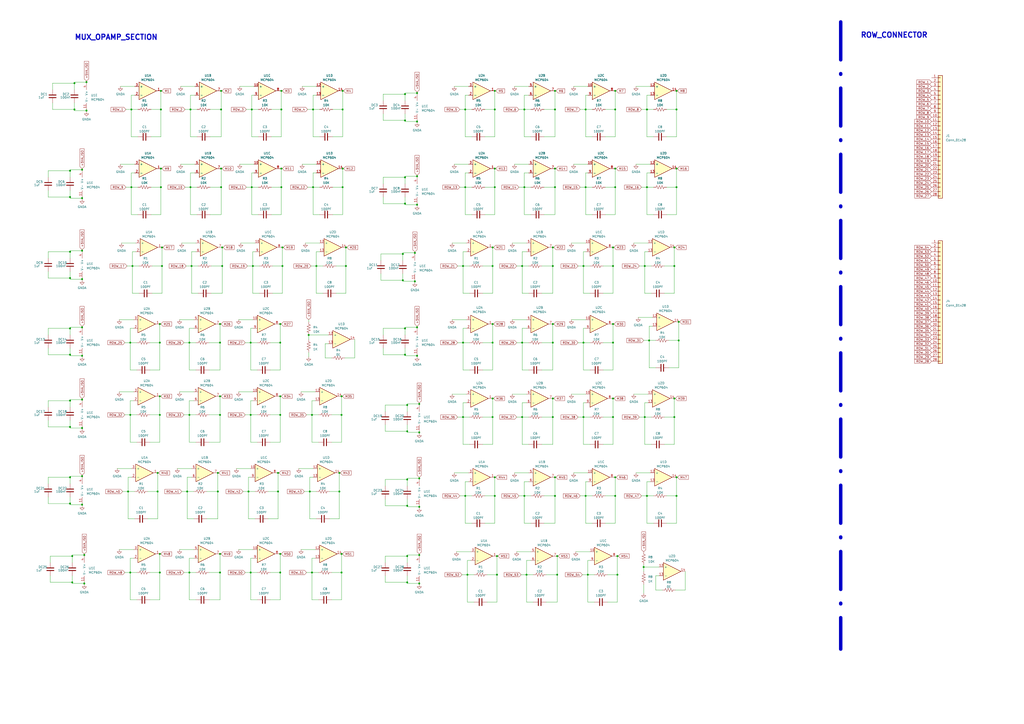
<source format=kicad_sch>
(kicad_sch (version 20230121) (generator eeschema)
  (paper "A2")
  (title_block (title "MUX_OPAMP_SECTION") (date "2023-07-26"))
  (junction (at 241.935 189.865))
  (junction (at 162.56 332.105))
  (junction (at 285.75 231.14))
  (junction (at 41.91 337.82))
  (junction (at 198.755 52.705))
  (junction (at 338.455 241.935))
  (junction (at 198.12 229.87))
  (junction (at 109.855 240.665))
  (junction (at 268.605 198.755))
  (junction (at 391.16 143.51))
  (junction (at 128.27 52.705))
  (junction (at 40.64 190.5))
  (junction (at 302.895 154.305))
  (junction (at 236.22 278.13))
  (junction (at 110.49 108.585))
  (junction (at 145.415 240.665))
  (junction (at 200.66 154.305))
  (junction (at 92.71 240.665))
  (junction (at 198.12 332.105))
  (junction (at 304.165 108.585))
  (junction (at 356.87 63.5))
  (junction (at 127.635 321.31))
  (junction (at 391.16 241.935))
  (junction (at 40.64 247.65))
  (junction (at 321.945 276.86))
  (junction (at 236.22 250.19))
  (junction (at 302.895 241.935))
  (junction (at 243.205 277.495))
  (junction (at 198.755 97.79))
  (junction (at 128.27 63.5))
  (junction (at 92.71 332.105))
  (junction (at 240.665 163.195))
  (junction (at 288.29 322.58))
  (junction (at 47.625 276.225))
  (junction (at 320.675 198.755))
  (junction (at 241.935 53.975))
  (junction (at 144.145 285.115))
  (junction (at 356.87 52.705))
  (junction (at 304.165 287.655))
  (junction (at 356.87 287.655))
  (junction (at 236.22 337.82))
  (junction (at 110.49 63.5))
  (junction (at 338.455 154.305))
  (junction (at 305.435 333.375))
  (junction (at 92.71 187.96))
  (junction (at 392.43 276.86))
  (junction (at 320.675 143.51))
  (junction (at 355.6 154.305))
  (junction (at 50.165 64.135))
  (junction (at 92.71 198.755))
  (junction (at 234.95 205.74))
  (junction (at 355.6 231.14))
  (junction (at 321.945 52.705))
  (junction (at 285.75 154.305))
  (junction (at 108.585 285.115))
  (junction (at 48.895 321.945))
  (junction (at 243.205 321.945))
  (junction (at 287.02 52.705))
  (junction (at 47.625 189.865))
  (junction (at 200.66 143.51))
  (junction (at 233.68 147.32))
  (junction (at 198.12 321.31))
  (junction (at 321.945 108.585))
  (junction (at 92.71 321.31))
  (junction (at 288.29 333.375))
  (junction (at 285.75 187.96))
  (junction (at 236.22 293.37))
  (junction (at 145.415 332.105))
  (junction (at 287.02 276.86))
  (junction (at 74.295 285.115))
  (junction (at 374.015 241.935))
  (junction (at 358.14 322.58))
  (junction (at 161.29 285.115))
  (junction (at 163.83 143.51))
  (junction (at 393.7 197.485))
  (junction (at 356.87 97.79))
  (junction (at 320.675 241.935))
  (junction (at 40.64 114.3))
  (junction (at 340.995 333.375))
  (junction (at 128.27 108.585))
  (junction (at 355.6 241.935))
  (junction (at 320.675 231.14))
  (junction (at 287.02 97.79))
  (junction (at 269.875 63.5))
  (junction (at 320.675 187.96))
  (junction (at 109.855 198.755))
  (junction (at 92.71 229.87))
  (junction (at 76.2 63.5))
  (junction (at 41.91 322.58))
  (junction (at 162.56 321.31))
  (junction (at 392.43 97.79))
  (junction (at 163.195 52.705))
  (junction (at 76.2 108.585))
  (junction (at 47.625 145.415))
  (junction (at 163.195 97.79))
  (junction (at 358.14 333.375))
  (junction (at 128.27 97.79))
  (junction (at 375.285 63.5))
  (junction (at 179.705 285.115))
  (junction (at 240.665 146.685))
  (junction (at 180.975 332.105))
  (junction (at 47.625 161.925))
  (junction (at 375.285 108.585))
  (junction (at 146.685 154.305))
  (junction (at 109.855 332.105))
  (junction (at 91.44 274.32))
  (junction (at 43.18 48.26))
  (junction (at 40.64 276.86))
  (junction (at 375.285 287.655))
  (junction (at 47.625 114.935))
  (junction (at 126.365 285.115))
  (junction (at 50.165 47.625))
  (junction (at 304.165 63.5))
  (junction (at 393.7 186.69))
  (junction (at 392.43 108.585))
  (junction (at 321.945 63.5))
  (junction (at 391.16 154.305))
  (junction (at 93.98 143.51))
  (junction (at 339.725 287.655))
  (junction (at 355.6 187.96))
  (junction (at 241.935 102.235))
  (junction (at 76.835 154.305))
  (junction (at 196.85 274.32))
  (junction (at 198.12 240.665))
  (junction (at 338.455 198.755))
  (junction (at 234.95 54.61))
  (junction (at 126.365 274.32))
  (junction (at 75.565 332.105))
  (junction (at 391.16 231.14))
  (junction (at 241.935 118.745))
  (junction (at 127.635 198.755))
  (junction (at 181.61 63.5))
  (junction (at 323.215 333.375))
  (junction (at 40.64 161.29))
  (junction (at 47.625 206.375))
  (junction (at 75.565 240.665))
  (junction (at 127.635 229.87))
  (junction (at 302.895 198.755))
  (junction (at 40.64 99.06))
  (junction (at 162.56 240.665))
  (junction (at 285.75 241.935))
  (junction (at 392.43 287.655))
  (junction (at 43.18 63.5))
  (junction (at 179.07 194.31))
  (junction (at 234.95 118.11))
  (junction (at 243.205 338.455))
  (junction (at 269.875 287.655))
  (junction (at 93.98 154.305))
  (junction (at 243.205 250.825))
  (junction (at 128.905 143.51))
  (junction (at 243.205 234.315))
  (junction (at 376.555 197.485))
  (junction (at 268.605 154.305))
  (junction (at 269.875 108.585))
  (junction (at 198.755 63.5))
  (junction (at 162.56 229.87))
  (junction (at 47.625 248.285))
  (junction (at 236.22 322.58))
  (junction (at 48.895 338.455))
  (junction (at 287.02 287.655))
  (junction (at 285.75 143.51))
  (junction (at 339.725 108.585))
  (junction (at 234.95 102.87))
  (junction (at 47.625 98.425))
  (junction (at 234.95 190.5))
  (junction (at 392.43 63.5))
  (junction (at 323.215 322.58))
  (junction (at 127.635 240.665))
  (junction (at 93.345 63.5))
  (junction (at 75.565 198.755))
  (junction (at 163.195 63.5))
  (junction (at 356.87 108.585))
  (junction (at 183.515 154.305))
  (junction (at 339.725 63.5))
  (junction (at 236.22 234.95))
  (junction (at 145.415 198.755))
  (junction (at 374.015 154.305))
  (junction (at 40.64 146.05))
  (junction (at 268.605 241.935))
  (junction (at 47.625 292.735))
  (junction (at 181.61 108.585))
  (junction (at 287.02 63.5))
  (junction (at 163.195 108.585))
  (junction (at 111.125 154.305))
  (junction (at 196.85 285.115))
  (junction (at 285.75 198.755))
  (junction (at 40.64 232.41))
  (junction (at 271.145 333.375))
  (junction (at 321.945 287.655))
  (junction (at 373.38 328.93))
  (junction (at 146.05 63.5))
  (junction (at 355.6 198.755))
  (junction (at 321.945 97.79))
  (junction (at 128.905 154.305))
  (junction (at 287.02 108.585))
  (junction (at 91.44 285.115))
  (junction (at 355.6 143.51))
  (junction (at 320.675 154.305))
  (junction (at 180.975 240.665))
  (junction (at 40.64 205.74))
  (junction (at 93.345 97.79))
  (junction (at 93.345 108.585))
  (junction (at 234.95 69.85))
  (junction (at 198.755 108.585))
  (junction (at 127.635 187.96))
  (junction (at 163.83 154.305))
  (junction (at 127.635 332.105))
  (junction (at 392.43 52.705))
  (junction (at 40.64 292.1))
  (junction (at 93.345 52.705))
  (junction (at 241.935 70.485))
  (junction (at 146.05 108.585))
  (junction (at 161.29 274.32))
  (junction (at 233.68 162.56))
  (junction (at 47.625 231.775))
  (junction (at 356.87 276.86))
  (junction (at 241.935 206.375))
  (junction (at 162.56 198.755))
  (junction (at 243.205 294.005))
  (junction (at 162.56 187.96))
  (wire (pts (xy 104.14 318.77) (xy 112.395 318.77)))
  (wire (pts (xy 105.41 285.115) (xy 108.585 285.115)))
  (wire (pts (xy 288.29 322.58) (xy 288.925 322.58)))
  (wire (pts (xy 75.565 190.5) (xy 75.565 198.755)))
  (wire (pts (xy 69.85 50.165) (xy 78.105 50.165)))
  (wire (pts (xy 302.895 154.305) (xy 302.895 170.18)))
  (wire (pts (xy 262.255 228.6) (xy 270.51 228.6)))
  (wire (pts (xy 268.605 241.935) (xy 272.415 241.935)))
  (wire (pts (xy 268.605 190.5) (xy 268.605 198.755)))
  (wire (pts (xy 299.72 320.04) (xy 307.975 320.04)))
  (wire (pts (xy 78.74 146.05) (xy 76.835 146.05)))
  (wire (pts (xy 47.625 114.3) (xy 47.625 114.935)))
  (wire (pts (xy 145.415 190.5) (xy 145.415 198.755)))
  (wire (pts (xy 30.48 48.26) (xy 43.18 48.26)))
  (wire (pts (xy 76.835 146.05) (xy 76.835 154.305)))
  (wire (pts (xy 338.455 198.755) (xy 338.455 214.63)))
  (wire (pts (xy 338.455 241.935) (xy 342.265 241.935)))
  (wire (pts (xy 377.19 55.245) (xy 375.285 55.245)))
  (wire (pts (xy 121.92 63.5) (xy 128.27 63.5)))
  (wire (pts (xy 91.44 274.32) (xy 91.44 285.115)))
  (wire (pts (xy 304.165 124.46) (xy 307.975 124.46)))
  (wire (pts (xy 200.025 207.645) (xy 205.74 207.645)))
  (wire (pts (xy 91.44 285.115) (xy 91.44 300.99)))
  (wire (pts (xy 241.935 118.745) (xy 241.935 119.38)))
  (wire (pts (xy 375.92 146.05) (xy 374.015 146.05)))
  (wire (pts (xy 270.51 233.68) (xy 268.605 233.68)))
  (wire (pts (xy 92.71 321.31) (xy 93.345 321.31)))
  (wire (pts (xy 338.455 154.305) (xy 338.455 170.18)))
  (wire (pts (xy 192.405 347.98) (xy 198.12 347.98)))
  (wire (pts (xy 185.42 146.05) (xy 183.515 146.05)))
  (wire (pts (xy 76.2 63.5) (xy 80.01 63.5)))
  (wire (pts (xy 128.27 108.585) (xy 128.27 124.46)))
  (wire (pts (xy 302.895 198.755) (xy 306.705 198.755)))
  (wire (pts (xy 111.125 276.86) (xy 108.585 276.86)))
  (wire (pts (xy 243.205 321.945) (xy 243.205 322.58)))
  (wire (pts (xy 161.925 321.31) (xy 162.56 321.31)))
  (wire (pts (xy 356.235 97.79) (xy 356.87 97.79)))
  (wire (pts (xy 236.22 338.455) (xy 243.205 338.455)))
  (wire (pts (xy 358.14 322.58) (xy 358.775 322.58)))
  (wire (pts (xy 374.015 241.935) (xy 374.015 257.81)))
  (wire (pts (xy 302.895 257.81) (xy 306.705 257.81)))
  (wire (pts (xy 223.52 246.38) (xy 223.52 250.19)))
  (wire (pts (xy 316.865 349.25) (xy 323.215 349.25)))
  (wire (pts (xy 142.24 198.755) (xy 145.415 198.755)))
  (wire (pts (xy 76.2 276.86) (xy 74.295 276.86)))
  (wire (pts (xy 306.705 55.245) (xy 304.165 55.245)))
  (wire (pts (xy 321.945 97.79) (xy 321.945 108.585)))
  (wire (pts (xy 321.945 276.86) (xy 321.945 287.655)))
  (wire (pts (xy 320.675 198.755) (xy 320.675 214.63)))
  (wire (pts (xy 145.415 240.665) (xy 149.225 240.665)))
  (wire (pts (xy 321.945 108.585) (xy 321.945 124.46)))
  (wire (pts (xy 222.25 190.5) (xy 234.95 190.5)))
  (wire (pts (xy 268.605 257.81) (xy 272.415 257.81)))
  (wire (pts (xy 126.365 274.32) (xy 126.365 285.115)))
  (wire (pts (xy 27.94 149.86) (xy 27.94 146.05)))
  (wire (pts (xy 287.02 52.705) (xy 287.655 52.705)))
  (wire (pts (xy 86.995 256.54) (xy 92.71 256.54)))
  (wire (pts (xy 92.71 198.755) (xy 92.71 214.63)))
  (wire (pts (xy 182.88 232.41) (xy 180.975 232.41)))
  (wire (pts (xy 234.95 189.865) (xy 241.935 189.865)))
  (wire (pts (xy 163.195 52.705) (xy 163.195 63.5)))
  (wire (pts (xy 307.975 325.12) (xy 305.435 325.12)))
  (wire (pts (xy 194.945 154.305) (xy 200.66 154.305)))
  (wire (pts (xy 320.675 241.935) (xy 320.675 257.81)))
  (wire (pts (xy 339.725 79.375) (xy 343.535 79.375)))
  (wire (pts (xy 351.155 303.53) (xy 356.87 303.53)))
  (wire (pts (xy 386.715 63.5) (xy 392.43 63.5)))
  (wire (pts (xy 198.755 52.705) (xy 198.755 63.5)))
  (wire (pts (xy 374.015 257.81) (xy 377.825 257.81)))
  (wire (pts (xy 338.455 154.305) (xy 342.265 154.305)))
  (wire (pts (xy 305.435 190.5) (xy 302.895 190.5)))
  (wire (pts (xy 47.625 189.865) (xy 47.625 190.5)))
  (wire (pts (xy 76.2 108.585) (xy 80.01 108.585)))
  (wire (pts (xy 285.75 143.51) (xy 286.385 143.51)))
  (wire (pts (xy 128.905 154.305) (xy 128.905 170.18)))
  (wire (pts (xy 236.22 234.95) (xy 236.22 238.76)))
  (wire (pts (xy 200.66 154.305) (xy 200.66 170.18)))
  (wire (pts (xy 280.035 154.305) (xy 285.75 154.305)))
  (wire (pts (xy 143.51 154.305) (xy 146.685 154.305)))
  (wire (pts (xy 174.625 227.33) (xy 182.88 227.33)))
  (wire (pts (xy 393.7 197.485) (xy 393.7 213.36)))
  (wire (pts (xy 241.935 189.23) (xy 241.935 189.865)))
  (wire (pts (xy 40.64 292.1) (xy 40.64 292.735)))
  (wire (pts (xy 181.61 124.46) (xy 185.42 124.46)))
  (wire (pts (xy 193.04 79.375) (xy 198.755 79.375)))
  (wire (pts (xy 188.595 199.39) (xy 188.595 207.645)))
  (wire (pts (xy 183.515 154.305) (xy 183.515 170.18)))
  (wire (pts (xy 234.95 206.375) (xy 241.935 206.375)))
  (wire (pts (xy 142.875 108.585) (xy 146.05 108.585)))
  (wire (pts (xy 234.95 102.235) (xy 241.935 102.235)))
  (wire (pts (xy 93.345 97.79) (xy 93.345 108.585)))
  (wire (pts (xy 40.64 243.84) (xy 40.64 247.65)))
  (wire (pts (xy 265.43 154.305) (xy 268.605 154.305)))
  (wire (pts (xy 233.68 162.56) (xy 233.68 163.195)))
  (wire (pts (xy 194.945 170.18) (xy 200.66 170.18)))
  (wire (pts (xy 29.21 337.82) (xy 41.91 337.82)))
  (wire (pts (xy 73.66 154.305) (xy 76.835 154.305)))
  (wire (pts (xy 40.64 145.415) (xy 40.64 146.05)))
  (wire (pts (xy 163.83 143.51) (xy 163.83 154.305)))
  (wire (pts (xy 163.83 143.51) (xy 164.465 143.51)))
  (wire (pts (xy 47.625 206.375) (xy 47.625 207.01)))
  (wire (pts (xy 298.45 50.165) (xy 306.705 50.165)))
  (wire (pts (xy 156.845 198.755) (xy 162.56 198.755)))
  (wire (pts (xy 127.635 187.96) (xy 127.635 198.755)))
  (wire (pts (xy 198.755 63.5) (xy 198.755 79.375)))
  (wire (pts (xy 338.455 190.5) (xy 338.455 198.755)))
  (wire (pts (xy 93.345 63.5) (xy 93.345 79.375)))
  (wire (pts (xy 27.94 243.84) (xy 27.94 247.65)))
  (wire (pts (xy 127.635 229.87) (xy 127.635 240.665)))
  (wire (pts (xy 109.855 332.105) (xy 109.855 347.98)))
  (wire (pts (xy 339.725 303.53) (xy 343.535 303.53)))
  (wire (pts (xy 321.945 52.705) (xy 321.945 63.5)))
  (wire (pts (xy 234.95 118.745) (xy 241.935 118.745)))
  (wire (pts (xy 92.71 229.87) (xy 93.345 229.87)))
  (wire (pts (xy 198.12 240.665) (xy 198.12 256.54)))
  (wire (pts (xy 376.555 213.36) (xy 380.365 213.36)))
  (wire (pts (xy 72.39 240.665) (xy 75.565 240.665)))
  (wire (pts (xy 297.18 140.97) (xy 305.435 140.97)))
  (wire (pts (xy 243.205 233.68) (xy 243.205 234.315)))
  (wire (pts (xy 336.55 108.585) (xy 339.725 108.585)))
  (wire (pts (xy 321.945 276.86) (xy 322.58 276.86)))
  (wire (pts (xy 92.71 321.31) (xy 92.71 332.105)))
  (wire (pts (xy 236.22 234.315) (xy 243.205 234.315)))
  (wire (pts (xy 314.325 257.81) (xy 320.675 257.81)))
  (wire (pts (xy 285.75 143.51) (xy 285.75 154.305)))
  (wire (pts (xy 161.29 274.32) (xy 161.29 285.115)))
  (wire (pts (xy 271.78 279.4) (xy 269.875 279.4)))
  (wire (pts (xy 354.965 231.14) (xy 355.6 231.14)))
  (wire (pts (xy 222.25 201.93) (xy 222.25 205.74)))
  (wire (pts (xy 137.16 271.78) (xy 145.415 271.78)))
  (wire (pts (xy 340.995 279.4) (xy 339.725 279.4)))
  (wire (pts (xy 269.875 63.5) (xy 269.875 79.375)))
  (wire (pts (xy 113.665 146.05) (xy 111.125 146.05)))
  (wire (pts (xy 374.015 233.68) (xy 374.015 241.935)))
  (wire (pts (xy 243.205 277.495) (xy 243.205 278.13)))
  (wire (pts (xy 305.435 333.375) (xy 305.435 349.25)))
  (wire (pts (xy 356.87 52.705) (xy 357.505 52.705)))
  (wire (pts (xy 223.52 234.95) (xy 236.22 234.95)))
  (wire (pts (xy 163.195 97.79) (xy 163.83 97.79)))
  (wire (pts (xy 77.47 323.85) (xy 75.565 323.85)))
  (wire (pts (xy 331.47 228.6) (xy 339.725 228.6)))
  (wire (pts (xy 128.905 143.51) (xy 128.905 154.305)))
  (wire (pts (xy 287.02 97.79) (xy 287.02 108.585)))
  (wire (pts (xy 380.365 334.01) (xy 380.365 342.265)))
  (wire (pts (xy 126.365 285.115) (xy 126.365 300.99)))
  (wire (pts (xy 304.165 108.585) (xy 307.975 108.585)))
  (wire (pts (xy 127.635 198.755) (xy 127.635 214.63)))
  (wire (pts (xy 181.61 108.585) (xy 185.42 108.585)))
  (wire (pts (xy 243.205 321.31) (xy 243.205 321.945)))
  (wire (pts (xy 120.015 300.99) (xy 126.365 300.99)))
  (wire (pts (xy 373.38 197.485) (xy 376.555 197.485)))
  (wire (pts (xy 302.895 214.63) (xy 306.705 214.63)))
  (wire (pts (xy 40.64 206.375) (xy 47.625 206.375)))
  (wire (pts (xy 110.49 108.585) (xy 114.3 108.585)))
  (wire (pts (xy 342.265 325.12) (xy 340.995 325.12)))
  (wire (pts (xy 40.64 110.49) (xy 40.64 114.3)))
  (wire (pts (xy 386.715 79.375) (xy 392.43 79.375)))
  (wire (pts (xy 241.935 70.485) (xy 241.935 71.12)))
  (wire (pts (xy 391.16 143.51) (xy 391.795 143.51)))
  (wire (pts (xy 40.64 276.86) (xy 40.64 280.67)))
  (wire (pts (xy 264.795 320.04) (xy 273.05 320.04)))
  (wire (pts (xy 262.255 140.97) (xy 270.51 140.97)))
  (wire (pts (xy 323.215 333.375) (xy 323.215 349.25)))
  (wire (pts (xy 110.49 108.585) (xy 110.49 124.46)))
  (wire (pts (xy 368.935 50.165) (xy 377.19 50.165)))
  (wire (pts (xy 356.235 52.705) (xy 356.87 52.705)))
  (wire (pts (xy 178.435 108.585) (xy 181.61 108.585)))
  (wire (pts (xy 180.975 332.105) (xy 184.785 332.105)))
  (wire (pts (xy 304.165 63.5) (xy 307.975 63.5)))
  (wire (pts (xy 138.43 318.77) (xy 146.685 318.77)))
  (wire (pts (xy 193.04 108.585) (xy 198.755 108.585)))
  (wire (pts (xy 200.66 143.51) (xy 200.66 154.305)))
  (wire (pts (xy 315.595 124.46) (xy 321.945 124.46)))
  (wire (pts (xy 74.295 285.115) (xy 78.105 285.115)))
  (wire (pts (xy 50.165 63.5) (xy 50.165 64.135)))
  (wire (pts (xy 146.685 154.305) (xy 150.495 154.305)))
  (wire (pts (xy 87.63 124.46) (xy 93.345 124.46)))
  (wire (pts (xy 177.8 332.105) (xy 180.975 332.105)))
  (wire (pts (xy 146.05 63.5) (xy 146.05 79.375)))
  (wire (pts (xy 368.935 274.32) (xy 377.19 274.32)))
  (wire (pts (xy 302.895 190.5) (xy 302.895 198.755)))
  (wire (pts (xy 92.71 229.87) (xy 92.71 240.665)))
  (wire (pts (xy 340.995 100.33) (xy 339.725 100.33)))
  (wire (pts (xy 241.935 53.34) (xy 241.935 53.975)))
  (wire (pts (xy 373.38 328.93) (xy 373.38 331.47)))
  (wire (pts (xy 349.885 257.81) (xy 355.6 257.81)))
  (wire (pts (xy 340.995 325.12) (xy 340.995 333.375)))
  (wire (pts (xy 198.12 229.87) (xy 198.755 229.87)))
  (wire (pts (xy 181.61 63.5) (xy 185.42 63.5)))
  (wire (pts (xy 40.64 114.3) (xy 40.64 114.935)))
  (wire (pts (xy 268.605 146.05) (xy 268.605 154.305)))
  (wire (pts (xy 315.595 63.5) (xy 321.945 63.5)))
  (wire (pts (xy 161.29 285.115) (xy 161.29 300.99)))
  (wire (pts (xy 112.395 190.5) (xy 109.855 190.5)))
  (wire (pts (xy 302.895 233.68) (xy 302.895 241.935)))
  (wire (pts (xy 355.6 143.51) (xy 355.6 154.305)))
  (wire (pts (xy 163.195 63.5) (xy 163.195 79.375)))
  (wire (pts (xy 160.655 274.32) (xy 161.29 274.32)))
  (wire (pts (xy 145.415 276.86) (xy 144.145 276.86)))
  (wire (pts (xy 314.325 170.18) (xy 320.675 170.18)))
  (wire (pts (xy 179.07 207.01) (xy 179.07 204.47)))
  (wire (pts (xy 240.665 162.56) (xy 240.665 163.195)))
  (wire (pts (xy 47.625 189.23) (xy 47.625 189.865)))
  (wire (pts (xy 75.565 323.85) (xy 75.565 332.105)))
  (wire (pts (xy 377.19 279.4) (xy 375.285 279.4)))
  (wire (pts (xy 315.595 287.655) (xy 321.945 287.655)))
  (wire (pts (xy 161.925 229.87) (xy 162.56 229.87)))
  (wire (pts (xy 269.875 55.245) (xy 269.875 63.5)))
  (wire (pts (xy 269.875 287.655) (xy 269.875 303.53)))
  (wire (pts (xy 386.715 287.655) (xy 392.43 287.655)))
  (wire (pts (xy 163.83 154.305) (xy 163.83 170.18)))
  (wire (pts (xy 162.56 198.755) (xy 162.56 214.63)))
  (wire (pts (xy 146.685 232.41) (xy 145.415 232.41)))
  (wire (pts (xy 234.95 114.3) (xy 234.95 118.11)))
  (wire (pts (xy 320.675 231.14) (xy 321.31 231.14)))
  (wire (pts (xy 262.255 185.42) (xy 270.51 185.42)))
  (wire (pts (xy 72.39 198.755) (xy 75.565 198.755)))
  (wire (pts (xy 47.625 205.74) (xy 47.625 206.375)))
  (wire (pts (xy 146.05 124.46) (xy 149.86 124.46)))
  (wire (pts (xy 109.855 332.105) (xy 113.665 332.105)))
  (wire (pts (xy 391.16 231.14) (xy 391.795 231.14)))
  (wire (pts (xy 236.22 294.005) (xy 243.205 294.005)))
  (wire (pts (xy 271.145 325.12) (xy 271.145 333.375)))
  (wire (pts (xy 181.61 55.245) (xy 181.61 63.5)))
  (wire (pts (xy 109.855 198.755) (xy 113.665 198.755)))
  (wire (pts (xy 48.895 321.945) (xy 48.895 322.58)))
  (wire (pts (xy 198.12 229.87) (xy 198.12 240.665)))
  (wire (pts (xy 183.515 154.305) (xy 187.325 154.305)))
  (wire (pts (xy 27.94 157.48) (xy 27.94 161.29)))
  (wire (pts (xy 92.71 240.665) (xy 92.71 256.54)))
  (wire (pts (xy 305.435 325.12) (xy 305.435 333.375)))
  (wire (pts (xy 142.24 332.105) (xy 145.415 332.105)))
  (wire (pts (xy 43.18 48.26) (xy 43.18 52.07)))
  (wire (pts (xy 111.125 154.305) (xy 111.125 170.18)))
  (wire (pts (xy 222.25 106.68) (xy 222.25 102.87)))
  (wire (pts (xy 27.94 146.05) (xy 40.64 146.05)))
  (wire (pts (xy 47.625 114.935) (xy 47.625 115.57)))
  (wire (pts (xy 179.705 300.99) (xy 183.515 300.99)))
  (wire (pts (xy 178.435 63.5) (xy 181.61 63.5)))
  (wire (pts (xy 157.48 108.585) (xy 163.195 108.585)))
  (wire (pts (xy 351.155 108.585) (xy 356.87 108.585)))
  (wire (pts (xy 339.725 124.46) (xy 343.535 124.46)))
  (wire (pts (xy 269.875 108.585) (xy 269.875 124.46)))
  (wire (pts (xy 161.925 187.96) (xy 162.56 187.96)))
  (wire (pts (xy 269.875 79.375) (xy 273.685 79.375)))
  (wire (pts (xy 128.27 97.79) (xy 128.905 97.79)))
  (wire (pts (xy 358.14 322.58) (xy 358.14 333.375)))
  (wire (pts (xy 304.165 100.33) (xy 304.165 108.585)))
  (wire (pts (xy 304.165 79.375) (xy 307.975 79.375)))
  (wire (pts (xy 93.98 143.51) (xy 93.98 154.305)))
  (wire (pts (xy 356.87 63.5) (xy 356.87 79.375)))
  (wire (pts (xy 70.485 140.97) (xy 78.74 140.97)))
  (wire (pts (xy 222.25 205.74) (xy 234.95 205.74)))
  (wire (pts (xy 93.345 108.585) (xy 93.345 124.46)))
  (wire (pts (xy 280.035 170.18) (xy 285.75 170.18)))
  (wire (pts (xy 48.895 338.455) (xy 48.895 339.09)))
  (wire (pts (xy 145.415 232.41) (xy 145.415 240.665)))
  (wire (pts (xy 126.365 274.32) (xy 127 274.32)))
  (wire (pts (xy 355.6 154.305) (xy 355.6 170.18)))
  (wire (pts (xy 271.78 55.245) (xy 269.875 55.245)))
  (wire (pts (xy 314.325 198.755) (xy 320.675 198.755)))
  (wire (pts (xy 156.845 214.63) (xy 162.56 214.63)))
  (wire (pts (xy 385.445 257.81) (xy 391.16 257.81)))
  (wire (pts (xy 374.015 146.05) (xy 374.015 154.305)))
  (wire (pts (xy 220.98 158.75) (xy 220.98 162.56)))
  (wire (pts (xy 270.51 190.5) (xy 268.605 190.5)))
  (wire (pts (xy 41.91 338.455) (xy 48.895 338.455)))
  (wire (pts (xy 111.125 154.305) (xy 114.935 154.305)))
  (wire (pts (xy 356.87 97.79) (xy 356.87 108.585)))
  (wire (pts (xy 145.415 323.85) (xy 145.415 332.105)))
  (wire (pts (xy 220.98 147.32) (xy 233.68 147.32)))
  (wire (pts (xy 162.56 229.87) (xy 162.56 240.665)))
  (wire (pts (xy 374.015 154.305) (xy 377.825 154.305)))
  (wire (pts (xy 146.05 63.5) (xy 149.86 63.5)))
  (wire (pts (xy 372.11 108.585) (xy 375.285 108.585)))
  (wire (pts (xy 163.195 97.79) (xy 163.195 108.585)))
  (wire (pts (xy 234.95 102.235) (xy 234.95 102.87)))
  (wire (pts (xy 392.43 97.79) (xy 393.065 97.79)))
  (wire (pts (xy 75.565 240.665) (xy 79.375 240.665)))
  (wire (pts (xy 77.47 232.41) (xy 75.565 232.41)))
  (wire (pts (xy 243.205 294.005) (xy 243.205 294.64)))
  (wire (pts (xy 188.595 207.645) (xy 192.405 207.645)))
  (wire (pts (xy 102.87 271.78) (xy 111.125 271.78)))
  (wire (pts (xy 146.05 100.33) (xy 146.05 108.585)))
  (wire (pts (xy 269.875 287.655) (xy 273.685 287.655)))
  (wire (pts (xy 105.41 140.97) (xy 113.665 140.97)))
  (wire (pts (xy 47.625 247.65) (xy 47.625 248.285)))
  (wire (pts (xy 108.585 285.115) (xy 112.395 285.115)))
  (wire (pts (xy 391.16 241.935) (xy 391.16 257.81)))
  (wire (pts (xy 29.21 334.01) (xy 29.21 337.82)))
  (wire (pts (xy 323.215 322.58) (xy 323.85 322.58)))
  (wire (pts (xy 155.575 300.99) (xy 161.29 300.99)))
  (wire (pts (xy 392.43 52.705) (xy 392.43 63.5)))
  (wire (pts (xy 304.165 108.585) (xy 304.165 124.46)))
  (wire (pts (xy 297.18 185.42) (xy 305.435 185.42)))
  (wire (pts (xy 397.51 331.47) (xy 397.51 342.265)))
  (wire (pts (xy 183.515 55.245) (xy 181.61 55.245)))
  (wire (pts (xy 375.92 233.68) (xy 374.015 233.68)))
  (wire (pts (xy 121.92 124.46) (xy 128.27 124.46)))
  (wire (pts (xy 162.56 332.105) (xy 162.56 347.98)))
  (wire (pts (xy 110.49 63.5) (xy 110.49 79.375)))
  (wire (pts (xy 157.48 63.5) (xy 163.195 63.5)))
  (wire (pts (xy 339.725 233.68) (xy 338.455 233.68)))
  (wire (pts (xy 78.105 55.245) (xy 76.2 55.245)))
  (wire (pts (xy 339.725 55.245) (xy 339.725 63.5)))
  (wire (pts (xy 93.98 143.51) (xy 94.615 143.51)))
  (wire (pts (xy 268.605 198.755) (xy 272.415 198.755)))
  (wire (pts (xy 370.84 241.935) (xy 374.015 241.935)))
  (wire (pts (xy 109.855 347.98) (xy 113.665 347.98)))
  (wire (pts (xy 139.7 140.97) (xy 147.955 140.97)))
  (wire (pts (xy 127.635 229.87) (xy 128.27 229.87)))
  (wire (pts (xy 107.315 108.585) (xy 110.49 108.585)))
  (wire (pts (xy 320.675 143.51) (xy 320.675 154.305)))
  (wire (pts (xy 193.04 124.46) (xy 198.755 124.46)))
  (wire (pts (xy 121.285 240.665) (xy 127.635 240.665)))
  (wire (pts (xy 356.87 276.86) (xy 356.87 287.655)))
  (wire (pts (xy 50.165 47.625) (xy 50.165 48.26)))
  (wire (pts (xy 108.585 276.86) (xy 108.585 285.115)))
  (wire (pts (xy 376.555 189.23) (xy 376.555 197.485)))
  (wire (pts (xy 43.18 47.625) (xy 43.18 48.26)))
  (wire (pts (xy 127.635 321.31) (xy 127.635 332.105)))
  (wire (pts (xy 146.685 190.5) (xy 145.415 190.5)))
  (wire (pts (xy 281.305 287.655) (xy 287.02 287.655)))
  (wire (pts (xy 27.94 280.67) (xy 27.94 276.86)))
  (wire (pts (xy 27.94 99.06) (xy 40.64 99.06)))
  (wire (pts (xy 40.64 145.415) (xy 47.625 145.415)))
  (wire (pts (xy 281.305 79.375) (xy 287.02 79.375)))
  (wire (pts (xy 236.22 246.38) (xy 236.22 250.19)))
  (wire (pts (xy 335.28 241.935) (xy 338.455 241.935)))
  (wire (pts (xy 180.975 323.85) (xy 180.975 332.105)))
  (wire (pts (xy 92.71 332.105) (xy 92.71 347.98)))
  (wire (pts (xy 375.285 287.655) (xy 375.285 303.53)))
  (wire (pts (xy 268.605 154.305) (xy 272.415 154.305)))
  (wire (pts (xy 223.52 337.82) (xy 236.22 337.82)))
  (wire (pts (xy 145.415 240.665) (xy 145.415 256.54)))
  (wire (pts (xy 40.64 161.29) (xy 40.64 161.925)))
  (wire (pts (xy 285.75 187.96) (xy 286.385 187.96)))
  (wire (pts (xy 263.525 95.25) (xy 271.78 95.25)))
  (wire (pts (xy 339.725 108.585) (xy 339.725 124.46)))
  (wire (pts (xy 386.715 108.585) (xy 392.43 108.585)))
  (wire (pts (xy 285.75 187.96) (xy 285.75 198.755)))
  (wire (pts (xy 198.755 97.79) (xy 199.39 97.79)))
  (wire (pts (xy 305.435 146.05) (xy 302.895 146.05)))
  (wire (pts (xy 198.12 332.105) (xy 198.12 347.98)))
  (wire (pts (xy 391.16 231.14) (xy 391.16 241.935)))
  (wire (pts (xy 142.875 63.5) (xy 146.05 63.5)))
  (wire (pts (xy 144.145 300.99) (xy 147.955 300.99)))
  (wire (pts (xy 48.895 337.82) (xy 48.895 338.455)))
  (wire (pts (xy 190.5 199.39) (xy 188.595 199.39)))
  (wire (pts (xy 142.24 240.665) (xy 145.415 240.665)))
  (wire (pts (xy 299.72 198.755) (xy 302.895 198.755)))
  (wire (pts (xy 351.155 124.46) (xy 356.87 124.46)))
  (wire (pts (xy 265.43 241.935) (xy 268.605 241.935)))
  (wire (pts (xy 304.165 63.5) (xy 304.165 79.375)))
  (wire (pts (xy 305.435 333.375) (xy 309.245 333.375)))
  (wire (pts (xy 355.6 231.14) (xy 355.6 241.935)))
  (wire (pts (xy 375.285 63.5) (xy 379.095 63.5)))
  (wire (pts (xy 109.855 214.63) (xy 113.665 214.63)))
  (wire (pts (xy 40.64 201.93) (xy 40.64 205.74)))
  (wire (pts (xy 76.2 124.46) (xy 80.01 124.46)))
  (wire (pts (xy 76.2 79.375) (xy 80.01 79.375)))
  (wire (pts (xy 288.29 322.58) (xy 288.29 333.375)))
  (wire (pts (xy 236.22 322.58) (xy 236.22 326.39)))
  (wire (pts (xy 145.415 198.755) (xy 149.225 198.755)))
  (wire (pts (xy 288.29 333.375) (xy 288.29 349.25)))
  (wire (pts (xy 304.165 303.53) (xy 307.975 303.53)))
  (wire (pts (xy 269.875 108.585) (xy 273.685 108.585)))
  (wire (pts (xy 191.135 300.99) (xy 196.85 300.99)))
  (wire (pts (xy 40.64 189.865) (xy 47.625 189.865)))
  (wire (pts (xy 236.22 250.19) (xy 236.22 250.825)))
  (wire (pts (xy 305.435 349.25) (xy 309.245 349.25)))
  (wire (pts (xy 377.19 100.33) (xy 375.285 100.33)))
  (wire (pts (xy 146.05 79.375) (xy 149.86 79.375)))
  (wire (pts (xy 145.415 332.105) (xy 149.225 332.105)))
  (wire (pts (xy 145.415 256.54) (xy 149.225 256.54)))
  (wire (pts (xy 266.7 63.5) (xy 269.875 63.5)))
  (wire (pts (xy 281.305 108.585) (xy 287.02 108.585)))
  (wire (pts (xy 223.52 281.94) (xy 223.52 278.13)))
  (wire (pts (xy 181.61 100.33) (xy 181.61 108.585)))
  (wire (pts (xy 355.6 241.935) (xy 355.6 257.81)))
  (wire (pts (xy 47.625 98.425) (xy 47.625 99.06)))
  (wire (pts (xy 75.565 198.755) (xy 79.375 198.755)))
  (wire (pts (xy 73.025 63.5) (xy 76.2 63.5)))
  (wire (pts (xy 75.565 214.63) (xy 79.375 214.63)))
  (wire (pts (xy 156.845 347.98) (xy 162.56 347.98)))
  (wire (pts (xy 375.285 108.585) (xy 379.095 108.585)))
  (wire (pts (xy 268.605 241.935) (xy 268.605 257.81)))
  (wire (pts (xy 127.635 332.105) (xy 127.635 347.98)))
  (wire (pts (xy 285.75 198.755) (xy 285.75 214.63)))
  (wire (pts (xy 86.995 240.665) (xy 92.71 240.665)))
  (wire (pts (xy 223.52 289.56) (xy 223.52 293.37)))
  (wire (pts (xy 356.87 97.79) (xy 357.505 97.79)))
  (wire (pts (xy 223.52 278.13) (xy 236.22 278.13)))
  (wire (pts (xy 358.14 333.375) (xy 358.14 349.25)))
  (wire (pts (xy 368.935 95.25) (xy 377.19 95.25)))
  (wire (pts (xy 183.515 170.18) (xy 187.325 170.18)))
  (wire (pts (xy 354.965 143.51) (xy 355.6 143.51)))
  (wire (pts (xy 122.555 170.18) (xy 128.905 170.18)))
  (wire (pts (xy 263.525 274.32) (xy 271.78 274.32)))
  (wire (pts (xy 304.165 287.655) (xy 307.975 287.655)))
  (wire (pts (xy 285.75 154.305) (xy 285.75 170.18)))
  (wire (pts (xy 158.115 170.18) (xy 163.83 170.18)))
  (wire (pts (xy 236.22 321.945) (xy 236.22 322.58)))
  (wire (pts (xy 314.325 241.935) (xy 320.675 241.935)))
  (wire (pts (xy 241.935 69.85) (xy 241.935 70.485)))
  (wire (pts (xy 320.675 187.96) (xy 321.31 187.96)))
  (wire (pts (xy 302.895 170.18) (xy 306.705 170.18)))
  (wire (pts (xy 339.725 287.655) (xy 339.725 303.53)))
  (wire (pts (xy 372.11 63.5) (xy 375.285 63.5)))
  (wire (pts (xy 104.14 227.33) (xy 112.395 227.33)))
  (wire (pts (xy 233.68 158.75) (xy 233.68 162.56)))
  (wire (pts (xy 299.72 154.305) (xy 302.895 154.305)))
  (wire (pts (xy 375.285 63.5) (xy 375.285 79.375)))
  (wire (pts (xy 375.285 79.375) (xy 379.095 79.375)))
  (wire (pts (xy 338.455 257.81) (xy 342.265 257.81)))
  (wire (pts (xy 356.87 108.585) (xy 356.87 124.46)))
  (wire (pts (xy 110.49 63.5) (xy 114.3 63.5)))
  (wire (pts (xy 356.235 276.86) (xy 356.87 276.86)))
  (wire (pts (xy 355.6 187.96) (xy 355.6 198.755)))
  (wire (pts (xy 109.855 240.665) (xy 109.855 256.54)))
  (wire (pts (xy 323.215 322.58) (xy 323.215 333.375)))
  (wire (pts (xy 40.64 232.41) (xy 40.64 236.22)))
  (wire (pts (xy 41.91 321.945) (xy 41.91 322.58)))
  (wire (pts (xy 233.68 147.32) (xy 233.68 151.13)))
  (wire (pts (xy 331.47 140.97) (xy 339.725 140.97)))
  (wire (pts (xy 127.635 187.96) (xy 128.27 187.96)))
  (wire (pts (xy 385.445 154.305) (xy 391.16 154.305)))
  (wire (pts (xy 241.935 206.375) (xy 241.935 207.01)))
  (wire (pts (xy 179.705 276.86) (xy 179.705 285.115)))
  (wire (pts (xy 263.525 50.165) (xy 271.78 50.165)))
  (wire (pts (xy 352.425 333.375) (xy 358.14 333.375)))
  (wire (pts (xy 162.56 229.87) (xy 163.195 229.87)))
  (wire (pts (xy 109.855 190.5) (xy 109.855 198.755)))
  (wire (pts (xy 192.405 332.105) (xy 198.12 332.105)))
  (wire (pts (xy 320.675 154.305) (xy 320.675 170.18)))
  (wire (pts (xy 198.755 97.79) (xy 198.755 108.585)))
  (wire (pts (xy 391.795 342.265) (xy 397.51 342.265)))
  (wire (pts (xy 147.32 55.245) (xy 146.05 55.245)))
  (wire (pts (xy 338.455 170.18) (xy 342.265 170.18)))
  (wire (pts (xy 233.68 146.685) (xy 233.68 147.32)))
  (wire (pts (xy 376.555 197.485) (xy 376.555 213.36)))
  (wire (pts (xy 240.665 146.685) (xy 240.665 147.32)))
  (wire (pts (xy 27.94 236.22) (xy 27.94 232.41)))
  (wire (pts (xy 109.855 256.54) (xy 113.665 256.54)))
  (wire (pts (xy 75.565 332.105) (xy 79.375 332.105)))
  (wire (pts (xy 73.025 108.585) (xy 76.2 108.585)))
  (wire (pts (xy 127.635 321.31) (xy 128.27 321.31)))
  (wire (pts (xy 234.95 189.865) (xy 234.95 190.5)))
  (wire (pts (xy 302.26 333.375) (xy 305.435 333.375)))
  (wire (pts (xy 74.295 300.99) (xy 78.105 300.99)))
  (wire (pts (xy 268.605 233.68) (xy 268.605 241.935)))
  (wire (pts (xy 336.55 63.5) (xy 339.725 63.5)))
  (wire (pts (xy 183.515 146.05) (xy 183.515 154.305)))
  (wire (pts (xy 222.25 118.11) (xy 234.95 118.11)))
  (wire (pts (xy 155.575 285.115) (xy 161.29 285.115)))
  (wire (pts (xy 386.715 124.46) (xy 392.43 124.46)))
  (wire (pts (xy 205.74 196.85) (xy 205.74 207.645)))
  (wire (pts (xy 128.905 143.51) (xy 129.54 143.51)))
  (wire (pts (xy 387.985 213.36) (xy 393.7 213.36)))
  (wire (pts (xy 243.205 293.37) (xy 243.205 294.005)))
  (wire (pts (xy 367.665 140.97) (xy 375.92 140.97)))
  (wire (pts (xy 93.345 52.705) (xy 93.98 52.705)))
  (wire (pts (xy 179.705 285.115) (xy 179.705 300.99)))
  (wire (pts (xy 40.64 247.65) (xy 40.64 248.285)))
  (wire (pts (xy 121.285 214.63) (xy 127.635 214.63)))
  (wire (pts (xy 338.455 233.68) (xy 338.455 241.935)))
  (wire (pts (xy 109.855 232.41) (xy 109.855 240.665)))
  (wire (pts (xy 76.835 154.305) (xy 76.835 170.18)))
  (wire (pts (xy 40.64 292.735) (xy 47.625 292.735)))
  (wire (pts (xy 30.48 63.5) (xy 43.18 63.5)))
  (wire (pts (xy 176.53 285.115) (xy 179.705 285.115)))
  (wire (pts (xy 273.05 325.12) (xy 271.145 325.12)))
  (wire (pts (xy 392.43 52.705) (xy 393.065 52.705)))
  (wire (pts (xy 304.165 279.4) (xy 304.165 287.655)))
  (wire (pts (xy 306.705 279.4) (xy 304.165 279.4)))
  (wire (pts (xy 146.685 170.18) (xy 150.495 170.18)))
  (wire (pts (xy 104.14 185.42) (xy 112.395 185.42)))
  (wire (pts (xy 107.315 63.5) (xy 110.49 63.5)))
  (wire (pts (xy 163.195 143.51) (xy 163.83 143.51)))
  (wire (pts (xy 47.625 97.79) (xy 47.625 98.425)))
  (wire (pts (xy 27.94 161.29) (xy 40.64 161.29)))
  (wire (pts (xy 120.015 285.115) (xy 126.365 285.115)))
  (wire (pts (xy 50.165 64.135) (xy 50.165 64.77)))
  (wire (pts (xy 179.07 196.85) (xy 179.07 194.31)))
  (wire (pts (xy 236.22 293.37) (xy 236.22 294.005)))
  (wire (pts (xy 302.895 146.05) (xy 302.895 154.305)))
  (wire (pts (xy 315.595 303.53) (xy 321.945 303.53)))
  (wire (pts (xy 391.16 154.305) (xy 391.16 170.18)))
  (wire (pts (xy 222.25 114.3) (xy 222.25 118.11)))
  (wire (pts (xy 223.52 326.39) (xy 223.52 322.58)))
  (wire (pts (xy 267.97 333.375) (xy 271.145 333.375)))
  (wire (pts (xy 146.685 323.85) (xy 145.415 323.85)))
  (wire (pts (xy 29.21 322.58) (xy 41.91 322.58)))
  (wire (pts (xy 280.035 214.63) (xy 285.75 214.63)))
  (wire (pts (xy 339.725 108.585) (xy 343.535 108.585)))
  (wire (pts (xy 29.21 326.39) (xy 29.21 322.58)))
  (wire (pts (xy 271.145 349.25) (xy 274.955 349.25)))
  (wire (pts (xy 321.945 52.705) (xy 322.58 52.705)))
  (wire (pts (xy 173.355 271.78) (xy 181.61 271.78)))
  (wire (pts (xy 374.015 241.935) (xy 377.825 241.935)))
  (wire (pts (xy 180.975 232.41) (xy 180.975 240.665)))
  (wire (pts (xy 334.01 320.04) (xy 342.265 320.04)))
  (wire (pts (xy 373.38 328.93) (xy 382.27 328.93)))
  (wire (pts (xy 222.25 66.04) (xy 222.25 69.85)))
  (wire (pts (xy 223.52 250.19) (xy 236.22 250.19)))
  (wire (pts (xy 349.885 170.18) (xy 355.6 170.18)))
  (wire (pts (xy 392.43 108.585) (xy 392.43 124.46)))
  (wire (pts (xy 75.565 332.105) (xy 75.565 347.98)))
  (wire (pts (xy 27.94 288.29) (xy 27.94 292.1)))
  (wire (pts (xy 146.685 154.305) (xy 146.685 170.18)))
  (wire (pts (xy 69.215 227.33) (xy 77.47 227.33)))
  (wire (pts (xy 375.285 303.53) (xy 379.095 303.53)))
  (wire (pts (xy 40.64 157.48) (xy 40.64 161.29)))
  (wire (pts (xy 93.345 97.79) (xy 93.98 97.79)))
  (wire (pts (xy 146.05 108.585) (xy 149.86 108.585)))
  (wire (pts (xy 41.91 337.82) (xy 41.91 338.455)))
  (wire (pts (xy 104.775 50.165) (xy 113.03 50.165)))
  (wire (pts (xy 50.165 46.99) (xy 50.165 47.625)))
  (wire (pts (xy 43.18 59.69) (xy 43.18 63.5)))
  (wire (pts (xy 375.285 287.655) (xy 379.095 287.655)))
  (wire (pts (xy 156.845 332.105) (xy 162.56 332.105)))
  (wire (pts (xy 356.87 287.655) (xy 356.87 303.53)))
  (wire (pts (xy 385.445 241.935) (xy 391.16 241.935)))
  (wire (pts (xy 92.71 187.96) (xy 93.345 187.96)))
  (wire (pts (xy 192.405 240.665) (xy 198.12 240.665)))
  (wire (pts (xy 297.18 228.6) (xy 305.435 228.6)))
  (wire (pts (xy 243.205 337.82) (xy 243.205 338.455)))
  (wire (pts (xy 145.415 347.98) (xy 149.225 347.98)))
  (wire (pts (xy 271.145 333.375) (xy 274.955 333.375)))
  (wire (pts (xy 146.685 146.05) (xy 146.685 154.305)))
  (wire (pts (xy 161.29 274.32) (xy 161.925 274.32)))
  (wire (pts (xy 271.78 100.33) (xy 269.875 100.33)))
  (wire (pts (xy 87.63 108.585) (xy 93.345 108.585)))
  (wire (pts (xy 349.885 198.755) (xy 355.6 198.755)))
  (wire (pts (xy 287.02 276.86) (xy 287.02 287.655)))
  (wire (pts (xy 196.85 274.32) (xy 196.85 285.115)))
  (wire (pts (xy 300.99 287.655) (xy 304.165 287.655)))
  (wire (pts (xy 385.445 170.18) (xy 391.16 170.18)))
  (wire (pts (xy 163.195 52.705) (xy 163.83 52.705)))
  (wire (pts (xy 298.45 274.32) (xy 306.705 274.32)))
  (wire (pts (xy 234.95 54.61) (xy 234.95 58.42)))
  (wire (pts (xy 41.91 334.01) (xy 41.91 337.82)))
  (wire (pts (xy 222.25 102.87) (xy 234.95 102.87)))
  (wire (pts (xy 93.345 52.705) (xy 93.345 63.5)))
  (wire (pts (xy 386.715 303.53) (xy 392.43 303.53)))
  (wire (pts (xy 127.635 240.665) (xy 127.635 256.54)))
  (wire (pts (xy 300.99 108.585) (xy 304.165 108.585)))
  (wire (pts (xy 270.51 146.05) (xy 268.605 146.05)))
  (wire (pts (xy 339.725 279.4) (xy 339.725 287.655)))
  (wire (pts (xy 121.285 347.98) (xy 127.635 347.98)))
  (wire (pts (xy 331.47 185.42) (xy 339.725 185.42)))
  (wire (pts (xy 287.02 287.655) (xy 287.02 303.53)))
  (wire (pts (xy 47.625 292.735) (xy 47.625 293.37)))
  (wire (pts (xy 48.895 321.31) (xy 48.895 321.945)))
  (wire (pts (xy 335.28 154.305) (xy 338.455 154.305)))
  (wire (pts (xy 109.855 323.85) (xy 109.855 332.105)))
  (wire (pts (xy 339.725 287.655) (xy 343.535 287.655)))
  (wire (pts (xy 27.94 276.86) (xy 40.64 276.86)))
  (wire (pts (xy 113.03 100.33) (xy 110.49 100.33)))
  (wire (pts (xy 375.285 100.33) (xy 375.285 108.585)))
  (wire (pts (xy 109.855 240.665) (xy 113.665 240.665)))
  (wire (pts (xy 106.68 240.665) (xy 109.855 240.665)))
  (wire (pts (xy 27.94 205.74) (xy 40.64 205.74)))
  (wire (pts (xy 234.95 118.11) (xy 234.95 118.745)))
  (wire (pts (xy 191.135 285.115) (xy 196.85 285.115)))
  (wire (pts (xy 281.305 63.5) (xy 287.02 63.5)))
  (wire (pts (xy 144.145 285.115) (xy 144.145 300.99)))
  (wire (pts (xy 76.835 154.305) (xy 80.645 154.305)))
  (wire (pts (xy 305.435 233.68) (xy 302.895 233.68)))
  (wire (pts (xy 339.725 146.05) (xy 338.455 146.05)))
  (wire (pts (xy 179.705 285.115) (xy 183.515 285.115)))
  (wire (pts (xy 269.875 124.46) (xy 273.685 124.46)))
  (wire (pts (xy 181.61 108.585) (xy 181.61 124.46)))
  (wire (pts (xy 269.875 100.33) (xy 269.875 108.585)))
  (wire (pts (xy 86.995 332.105) (xy 92.71 332.105)))
  (wire (pts (xy 180.34 154.305) (xy 183.515 154.305)))
  (wire (pts (xy 121.92 108.585) (xy 128.27 108.585)))
  (wire (pts (xy 43.18 64.135) (xy 50.165 64.135)))
  (wire (pts (xy 374.015 170.18) (xy 377.825 170.18)))
  (wire (pts (xy 78.105 100.33) (xy 76.2 100.33)))
  (wire (pts (xy 156.845 240.665) (xy 162.56 240.665)))
  (wire (pts (xy 320.675 231.14) (xy 320.675 241.935)))
  (wire (pts (xy 77.47 190.5) (xy 75.565 190.5)))
  (wire (pts (xy 47.625 231.14) (xy 47.625 231.775)))
  (wire (pts (xy 106.68 198.755) (xy 109.855 198.755)))
  (wire (pts (xy 121.92 79.375) (xy 128.27 79.375)))
  (wire (pts (xy 86.995 198.755) (xy 92.71 198.755)))
  (wire (pts (xy 75.565 256.54) (xy 79.375 256.54)))
  (wire (pts (xy 128.27 97.79) (xy 128.27 108.585)))
  (wire (pts (xy 234.95 102.87) (xy 234.95 106.68)))
  (wire (pts (xy 30.48 52.07) (xy 30.48 48.26)))
  (wire (pts (xy 162.56 52.705) (xy 163.195 52.705)))
  (wire (pts (xy 392.43 276.86) (xy 393.065 276.86)))
  (wire (pts (xy 147.32 100.33) (xy 146.05 100.33)))
  (wire (pts (xy 340.995 333.375) (xy 344.805 333.375)))
  (wire (pts (xy 392.43 63.5) (xy 392.43 79.375)))
  (wire (pts (xy 40.64 288.29) (xy 40.64 292.1)))
  (wire (pts (xy 241.935 205.74) (xy 241.935 206.375)))
  (wire (pts (xy 196.85 274.32) (xy 197.485 274.32)))
  (wire (pts (xy 382.27 334.01) (xy 380.365 334.01)))
  (wire (pts (xy 339.725 100.33) (xy 339.725 108.585)))
  (wire (pts (xy 222.25 58.42) (xy 222.25 54.61)))
  (wire (pts (xy 223.52 322.58) (xy 236.22 322.58)))
  (wire (pts (xy 387.985 197.485) (xy 393.7 197.485)))
  (wire (pts (xy 315.595 108.585) (xy 321.945 108.585)))
  (wire (pts (xy 47.625 161.29) (xy 47.625 161.925)))
  (wire (pts (xy 163.195 108.585) (xy 163.195 124.46)))
  (wire (pts (xy 236.22 234.315) (xy 236.22 234.95)))
  (wire (pts (xy 236.22 321.945) (xy 243.205 321.945)))
  (wire (pts (xy 47.625 161.925) (xy 47.625 162.56)))
  (wire (pts (xy 162.56 97.79) (xy 163.195 97.79)))
  (wire (pts (xy 86.995 214.63) (xy 92.71 214.63)))
  (wire (pts (xy 337.82 333.375) (xy 340.995 333.375)))
  (wire (pts (xy 180.975 240.665) (xy 180.975 256.54)))
  (wire (pts (xy 241.935 189.865) (xy 241.935 190.5)))
  (wire (pts (xy 370.205 184.15) (xy 378.46 184.15)))
  (wire (pts (xy 140.97 285.115) (xy 144.145 285.115)))
  (wire (pts (xy 332.74 50.165) (xy 340.995 50.165)))
  (wire (pts (xy 40.64 231.775) (xy 40.64 232.41)))
  (wire (pts (xy 179.07 194.31) (xy 190.5 194.31)))
  (wire (pts (xy 222.25 54.61) (xy 234.95 54.61)))
  (wire (pts (xy 182.88 323.85) (xy 180.975 323.85)))
  (wire (pts (xy 357.505 322.58) (xy 358.14 322.58)))
  (wire (pts (xy 27.94 247.65) (xy 40.64 247.65)))
  (wire (pts (xy 338.455 146.05) (xy 338.455 154.305)))
  (wire (pts (xy 338.455 214.63) (xy 342.265 214.63)))
  (wire (pts (xy 271.145 333.375) (xy 271.145 349.25)))
  (wire (pts (xy 355.6 187.96) (xy 356.235 187.96)))
  (wire (pts (xy 162.56 240.665) (xy 162.56 256.54)))
  (wire (pts (xy 40.64 99.06) (xy 40.64 102.87)))
  (wire (pts (xy 40.64 276.225) (xy 47.625 276.225)))
  (wire (pts (xy 139.065 95.25) (xy 147.32 95.25)))
  (wire (pts (xy 240.665 163.195) (xy 240.665 163.83)))
  (wire (pts (xy 198.755 52.705) (xy 199.39 52.705)))
  (wire (pts (xy 47.625 231.775) (xy 47.625 232.41)))
  (wire (pts (xy 281.305 303.53) (xy 287.02 303.53)))
  (wire (pts (xy 121.285 198.755) (xy 127.635 198.755)))
  (wire (pts (xy 392.43 287.655) (xy 392.43 303.53)))
  (wire (pts (xy 47.625 276.225) (xy 47.625 276.86)))
  (wire (pts (xy 266.7 287.655) (xy 269.875 287.655)))
  (wire (pts (xy 146.05 108.585) (xy 146.05 124.46)))
  (wire (pts (xy 27.94 201.93) (xy 27.94 205.74)))
  (wire (pts (xy 75.565 347.98) (xy 79.375 347.98)))
  (wire (pts (xy 158.115 154.305) (xy 163.83 154.305)))
  (wire (pts (xy 111.125 146.05) (xy 111.125 154.305)))
  (wire (pts (xy 269.875 303.53) (xy 273.685 303.53)))
  (wire (pts (xy 321.945 287.655) (xy 321.945 303.53)))
  (wire (pts (xy 144.145 276.86) (xy 144.145 285.115)))
  (wire (pts (xy 393.7 186.69) (xy 393.7 197.485)))
  (wire (pts (xy 110.49 124.46) (xy 114.3 124.46)))
  (wire (pts (xy 356.87 52.705) (xy 356.87 63.5)))
  (wire (pts (xy 332.74 95.25) (xy 340.995 95.25)))
  (wire (pts (xy 349.885 154.305) (xy 355.6 154.305)))
  (wire (pts (xy 74.295 276.86) (xy 74.295 285.115)))
  (wire (pts (xy 352.425 349.25) (xy 358.14 349.25)))
  (wire (pts (xy 198.755 108.585) (xy 198.755 124.46)))
  (wire (pts (xy 104.775 95.25) (xy 113.03 95.25)))
  (wire (pts (xy 321.945 63.5) (xy 321.945 79.375)))
  (wire (pts (xy 281.305 124.46) (xy 287.02 124.46)))
  (wire (pts (xy 157.48 124.46) (xy 163.195 124.46)))
  (wire (pts (xy 268.605 170.18) (xy 272.415 170.18)))
  (wire (pts (xy 147.955 146.05) (xy 146.685 146.05)))
  (wire (pts (xy 339.725 63.5) (xy 343.535 63.5)))
  (wire (pts (xy 351.155 63.5) (xy 356.87 63.5)))
  (wire (pts (xy 40.64 161.925) (xy 47.625 161.925)))
  (wire (pts (xy 112.395 323.85) (xy 109.855 323.85)))
  (wire (pts (xy 67.945 271.78) (xy 76.2 271.78)))
  (wire (pts (xy 192.405 256.54) (xy 198.12 256.54)))
  (wire (pts (xy 47.625 292.1) (xy 47.625 292.735)))
  (wire (pts (xy 340.995 55.245) (xy 339.725 55.245)))
  (wire (pts (xy 74.295 285.115) (xy 74.295 300.99)))
  (wire (pts (xy 378.46 189.23) (xy 376.555 189.23)))
  (wire (pts (xy 76.2 100.33) (xy 76.2 108.585)))
  (wire (pts (xy 162.56 187.96) (xy 162.56 198.755)))
  (wire (pts (xy 302.895 154.305) (xy 306.705 154.305)))
  (wire (pts (xy 375.285 124.46) (xy 379.095 124.46)))
  (wire (pts (xy 236.22 278.13) (xy 236.22 281.94)))
  (wire (pts (xy 241.935 102.235) (xy 241.935 102.87)))
  (wire (pts (xy 71.12 285.115) (xy 74.295 285.115)))
  (wire (pts (xy 138.43 227.33) (xy 146.685 227.33)))
  (wire (pts (xy 285.75 231.14) (xy 285.75 241.935)))
  (wire (pts (xy 268.605 198.755) (xy 268.605 214.63)))
  (wire (pts (xy 355.6 143.51) (xy 356.235 143.51)))
  (wire (pts (xy 47.625 144.78) (xy 47.625 145.415)))
  (wire (pts (xy 287.02 63.5) (xy 287.02 79.375)))
  (wire (pts (xy 243.205 234.315) (xy 243.205 234.95)))
  (wire (pts (xy 234.95 53.975) (xy 241.935 53.975)))
  (wire (pts (xy 75.565 198.755) (xy 75.565 214.63)))
  (wire (pts (xy 280.035 257.81) (xy 285.75 257.81)))
  (wire (pts (xy 40.64 98.425) (xy 47.625 98.425)))
  (wire (pts (xy 43.18 63.5) (xy 43.18 64.135)))
  (wire (pts (xy 367.665 228.6) (xy 375.92 228.6)))
  (wire (pts (xy 198.12 321.31) (xy 198.755 321.31)))
  (wire (pts (xy 76.2 108.585) (xy 76.2 124.46)))
  (wire (pts (xy 112.395 232.41) (xy 109.855 232.41)))
  (wire (pts (xy 162.56 187.96) (xy 163.195 187.96)))
  (wire (pts (xy 156.845 256.54) (xy 162.56 256.54)))
  (wire (pts (xy 47.625 248.285) (xy 47.625 248.92)))
  (wire (pts (xy 376.555 197.485) (xy 380.365 197.485)))
  (wire (pts (xy 285.75 241.935) (xy 285.75 257.81)))
  (wire (pts (xy 391.16 143.51) (xy 391.16 154.305)))
  (wire (pts (xy 128.27 63.5) (xy 128.27 79.375)))
  (wire (pts (xy 340.995 333.375) (xy 340.995 349.25)))
  (wire (pts (xy 145.415 214.63) (xy 149.225 214.63)))
  (wire (pts (xy 40.64 114.935) (xy 47.625 114.935)))
  (wire (pts (xy 351.155 287.655) (xy 356.87 287.655)))
  (wire (pts (xy 339.725 63.5) (xy 339.725 79.375)))
  (wire (pts (xy 157.48 79.375) (xy 163.195 79.375)))
  (wire (pts (xy 280.035 241.935) (xy 285.75 241.935)))
  (wire (pts (xy 236.22 277.495) (xy 243.205 277.495)))
  (wire (pts (xy 27.94 114.3) (xy 40.64 114.3)))
  (wire (pts (xy 234.95 201.93) (xy 234.95 205.74)))
  (wire (pts (xy 43.18 47.625) (xy 50.165 47.625)))
  (wire (pts (xy 86.995 347.98) (xy 92.71 347.98)))
  (wire (pts (xy 243.205 338.455) (xy 243.205 339.09)))
  (wire (pts (xy 180.975 256.54) (xy 184.785 256.54)))
  (wire (pts (xy 302.895 241.935) (xy 306.705 241.935)))
  (wire (pts (xy 340.995 349.25) (xy 344.805 349.25)))
  (wire (pts (xy 299.72 241.935) (xy 302.895 241.935)))
  (wire (pts (xy 304.165 287.655) (xy 304.165 303.53)))
  (wire (pts (xy 338.455 241.935) (xy 338.455 257.81)))
  (wire (pts (xy 316.865 333.375) (xy 323.215 333.375)))
  (wire (pts (xy 40.64 98.425) (xy 40.64 99.06)))
  (wire (pts (xy 139.065 50.165) (xy 147.32 50.165)))
  (wire (pts (xy 280.035 198.755) (xy 285.75 198.755)))
  (wire (pts (xy 88.265 170.18) (xy 93.98 170.18)))
  (wire (pts (xy 93.98 154.305) (xy 93.98 170.18)))
  (wire (pts (xy 332.74 274.32) (xy 340.995 274.32)))
  (wire (pts (xy 300.99 63.5) (xy 304.165 63.5)))
  (wire (pts (xy 121.285 332.105) (xy 127.635 332.105)))
  (wire (pts (xy 285.75 231.14) (xy 286.385 231.14)))
  (wire (pts (xy 335.28 198.755) (xy 338.455 198.755)))
  (wire (pts (xy 111.125 170.18) (xy 114.935 170.18)))
  (wire (pts (xy 223.52 293.37) (xy 236.22 293.37)))
  (wire (pts (xy 321.945 97.79) (xy 322.58 97.79)))
  (wire (pts (xy 41.91 321.945) (xy 48.895 321.945)))
  (wire (pts (xy 265.43 198.755) (xy 268.605 198.755)))
  (wire (pts (xy 287.02 97.79) (xy 287.655 97.79)))
  (wire (pts (xy 47.625 275.59) (xy 47.625 276.225)))
  (wire (pts (xy 76.835 170.18) (xy 80.645 170.18)))
  (wire (pts (xy 351.155 79.375) (xy 356.87 79.375)))
  (wire (pts (xy 177.165 140.97) (xy 185.42 140.97)))
  (wire (pts (xy 268.605 214.63) (xy 272.415 214.63)))
  (wire (pts (xy 234.95 70.485) (xy 241.935 70.485)))
  (wire (pts (xy 236.22 277.495) (xy 236.22 278.13)))
  (wire (pts (xy 69.215 318.77) (xy 77.47 318.77)))
  (wire (pts (xy 138.43 185.42) (xy 146.685 185.42)))
  (wire (pts (xy 88.265 154.305) (xy 93.98 154.305)))
  (wire (pts (xy 315.595 79.375) (xy 321.945 79.375)))
  (wire (pts (xy 234.95 53.975) (xy 234.95 54.61)))
  (wire (pts (xy 27.94 102.87) (xy 27.94 99.06)))
  (wire (pts (xy 236.22 250.825) (xy 243.205 250.825)))
  (wire (pts (xy 243.205 250.825) (xy 243.205 251.46)))
  (wire (pts (xy 87.63 63.5) (xy 93.345 63.5)))
  (wire (pts (xy 298.45 95.25) (xy 306.705 95.25)))
  (wire (pts (xy 27.94 194.31) (xy 27.94 190.5)))
  (wire (pts (xy 196.85 285.115) (xy 196.85 300.99)))
  (wire (pts (xy 40.64 276.225) (xy 40.64 276.86)))
  (wire (pts (xy 180.975 240.665) (xy 184.785 240.665)))
  (wire (pts (xy 128.27 52.705) (xy 128.27 63.5)))
  (wire (pts (xy 47.625 145.415) (xy 47.625 146.05)))
  (wire (pts (xy 234.95 190.5) (xy 234.95 194.31)))
  (wire (pts (xy 110.49 100.33) (xy 110.49 108.585)))
  (wire (pts (xy 339.725 190.5) (xy 338.455 190.5)))
  (wire (pts (xy 234.95 66.04) (xy 234.95 69.85)))
  (wire (pts (xy 241.935 118.11) (xy 241.935 118.745)))
  (wire (pts (xy 269.875 63.5) (xy 273.685 63.5)))
  (wire (pts (xy 338.455 198.755) (xy 342.265 198.755)))
  (wire (pts (xy 109.855 198.755) (xy 109.855 214.63)))
  (wire (pts (xy 181.61 276.86) (xy 179.705 276.86)))
  (wire (pts (xy 222.25 69.85) (xy 234.95 69.85)))
  (wire (pts (xy 349.885 214.63) (xy 355.6 214.63)))
  (wire (pts (xy 370.84 154.305) (xy 374.015 154.305)))
  (wire (pts (xy 268.605 154.305) (xy 268.605 170.18)))
  (wire (pts (xy 243.205 250.19) (xy 243.205 250.825)))
  (wire (pts (xy 183.515 100.33) (xy 181.61 100.33)))
  (wire (pts (xy 393.7 186.69) (xy 394.335 186.69)))
  (wire (pts (xy 355.6 231.14) (xy 356.235 231.14)))
  (wire (pts (xy 236.22 337.82) (xy 236.22 338.455)))
  (wire (pts (xy 30.48 59.69) (xy 30.48 63.5)))
  (wire (pts (xy 233.68 146.685) (xy 240.665 146.685)))
  (wire (pts (xy 220.98 151.13) (xy 220.98 147.32)))
  (wire (pts (xy 375.285 279.4) (xy 375.285 287.655)))
  (wire (pts (xy 40.64 146.05) (xy 40.64 149.86)))
  (wire (pts (xy 69.215 185.42) (xy 77.47 185.42)))
  (wire (pts (xy 91.44 274.32) (xy 92.075 274.32)))
  (wire (pts (xy 241.935 101.6) (xy 241.935 102.235)))
  (wire (pts (xy 282.575 349.25) (xy 288.29 349.25)))
  (wire (pts (xy 392.43 276.86) (xy 392.43 287.655)))
  (wire (pts (xy 181.61 63.5) (xy 181.61 79.375)))
  (wire (pts (xy 180.975 332.105) (xy 180.975 347.98)))
  (wire (pts (xy 181.61 79.375) (xy 185.42 79.375)))
  (wire (pts (xy 27.94 292.1) (xy 40.64 292.1)))
  (wire (pts (xy 198.12 321.31) (xy 198.12 332.105)))
  (wire (pts (xy 349.885 241.935) (xy 355.6 241.935)))
  (wire (pts (xy 356.87 276.86) (xy 357.505 276.86)))
  (wire (pts (xy 85.725 300.99) (xy 91.44 300.99)))
  (wire (pts (xy 179.07 185.42) (xy 179.07 186.69)))
  (wire (pts (xy 220.98 162.56) (xy 233.68 162.56)))
  (wire (pts (xy 27.94 190.5) (xy 40.64 190.5)))
  (wire (pts (xy 106.68 332.105) (xy 109.855 332.105)))
  (wire (pts (xy 306.705 100.33) (xy 304.165 100.33)))
  (wire (pts (xy 375.285 55.245) (xy 375.285 63.5)))
  (wire (pts (xy 320.675 187.96) (xy 320.675 198.755)))
  (wire (pts (xy 110.49 55.245) (xy 110.49 63.5)))
  (wire (pts (xy 27.94 232.41) (xy 40.64 232.41)))
  (wire (pts (xy 302.895 241.935) (xy 302.895 257.81)))
  (wire (pts (xy 373.38 327.66) (xy 373.38 328.93)))
  (wire (pts (xy 27.94 110.49) (xy 27.94 114.3)))
  (wire (pts (xy 236.22 289.56) (xy 236.22 293.37)))
  (wire (pts (xy 223.52 334.01) (xy 223.52 337.82)))
  (wire (pts (xy 336.55 287.655) (xy 339.725 287.655)))
  (wire (pts (xy 121.285 256.54) (xy 127.635 256.54)))
  (wire (pts (xy 314.325 214.63) (xy 320.675 214.63)))
  (wire (pts (xy 282.575 333.375) (xy 288.29 333.375)))
  (wire (pts (xy 40.64 248.285) (xy 47.625 248.285)))
  (wire (pts (xy 302.895 198.755) (xy 302.895 214.63)))
  (wire (pts (xy 374.015 154.305) (xy 374.015 170.18)))
  (wire (pts (xy 128.27 52.705) (xy 128.905 52.705)))
  (wire (pts (xy 175.26 95.25) (xy 183.515 95.25)))
  (wire (pts (xy 372.11 287.655) (xy 375.285 287.655)))
  (wire (pts (xy 375.285 108.585) (xy 375.285 124.46)))
  (wire (pts (xy 76.2 55.245) (xy 76.2 63.5)))
  (wire (pts (xy 177.8 240.665) (xy 180.975 240.665)))
  (wire (pts (xy 108.585 300.99) (xy 112.395 300.99)))
  (wire (pts (xy 87.63 79.375) (xy 93.345 79.375)))
  (wire (pts (xy 236.22 334.01) (xy 236.22 337.82)))
  (wire (pts (xy 162.56 321.31) (xy 162.56 332.105)))
  (wire (pts (xy 40.64 231.775) (xy 47.625 231.775)))
  (wire (pts (xy 222.25 194.31) (xy 222.25 190.5)))
  (wire (pts (xy 72.39 332.105) (xy 75.565 332.105)))
  (wire (pts (xy 145.415 332.105) (xy 145.415 347.98)))
  (wire (pts (xy 76.2 63.5) (xy 76.2 79.375)))
  (wire (pts (xy 110.49 79.375) (xy 114.3 79.375)))
  (polyline (pts (xy 487.68 12.7) (xy 487.68 376.555)) (stroke (width 2) (type dash_dot)))
  (wire (pts (xy 122.555 154.305) (xy 128.905 154.305)))
  (wire (pts (xy 193.04 63.5) (xy 198.755 63.5)))
  (wire (pts (xy 380.365 342.265) (xy 384.175 342.265)))
  (wire (pts (xy 75.565 232.41) (xy 75.565 240.665)))
  (wire (pts (xy 108.585 285.115) (xy 108.585 300.99)))
  (wire (pts (xy 314.325 154.305) (xy 320.675 154.305)))
  (wire (pts (xy 41.91 322.58) (xy 41.91 326.39)))
  (wire (pts (xy 392.43 97.79) (xy 392.43 108.585)))
  (wire (pts (xy 40.64 190.5) (xy 40.64 194.31)))
  (wire (pts (xy 113.03 55.245) (xy 110.49 55.245)))
  (wire (pts (xy 233.68 163.195) (xy 240.665 163.195)))
  (wire (pts (xy 180.975 347.98) (xy 184.785 347.98)))
  (wire (pts (xy 40.64 205.74) (xy 40.64 206.375)))
  (wire (pts (xy 69.85 95.25) (xy 78.105 95.25)))
  (wire (pts (xy 243.205 276.86) (xy 243.205 277.495)))
  (wire (pts (xy 320.675 143.51) (xy 321.31 143.51)))
  (wire (pts (xy 174.625 318.77) (xy 182.88 318.77)))
  (wire (pts (xy 223.52 238.76) (xy 223.52 234.95)))
  (wire (pts (xy 234.95 69.85) (xy 234.95 70.485)))
  (wire (pts (xy 266.7 108.585) (xy 269.875 108.585)))
  (wire (pts (xy 304.165 55.245) (xy 304.165 63.5)))
  (wire (pts (xy 162.56 321.31) (xy 163.195 321.31)))
  (wire (pts (xy 234.95 205.74) (xy 234.95 206.375)))
  (wire (pts (xy 146.05 55.245) (xy 146.05 63.5)))
  (wire (pts (xy 287.02 108.585) (xy 287.02 124.46)))
  (wire (pts (xy 175.26 50.165) (xy 183.515 50.165)))
  (wire (pts (xy 85.725 285.115) (xy 91.44 285.115)))
  (wire (pts (xy 287.02 276.86) (xy 287.655 276.86)))
  (wire (pts (xy 92.71 187.96) (xy 92.71 198.755)))
  (wire (pts (xy 241.935 53.975) (xy 241.935 54.61)))
  (wire (pts (xy 107.95 154.305) (xy 111.125 154.305)))
  (wire (pts (xy 269.875 279.4) (xy 269.875 287.655)))
  (wire (pts (xy 355.6 198.755) (xy 355.6 214.63)))
  (wire (pts (xy 240.665 146.05) (xy 240.665 146.685)))
  (wire (pts (xy 200.66 143.51) (xy 201.295 143.51)))
  (wire (pts (xy 145.415 198.755) (xy 145.415 214.63)))
  (wire (pts (xy 373.38 339.09) (xy 373.38 344.17)))
  (wire (pts (xy 40.64 189.865) (xy 40.64 190.5)))
  (wire (pts (xy 287.02 52.705) (xy 287.02 63.5)))
  (wire (pts (xy 354.965 187.96) (xy 355.6 187.96)))
  (wire (pts (xy 144.145 285.115) (xy 147.955 285.115)))
  (wire (pts (xy 75.565 240.665) (xy 75.565 256.54)))
  (text "ROW_CONNECTOR" (at 499.11 22.225 0) (effects (font (size 2.9972 2.9972) (thickness 0.5994) bold) (justify left bottom)))
  (text "MUX_OPAMP_SECTION" (at 43.18 23.495 0) (effects (font (size 2.9972 2.9972) (thickness 0.5994) bold) (justify left bottom)))
  (global_label "ROW_50" (shape input) (at 142.24 332.105 180) (property "Intersheetrefs" "${INTERSHEET_REFS}" (effects hide)))
  (global_label "ROW_39" (shape input) (at 370.84 241.935 180) (property "Intersheetrefs" "${INTERSHEET_REFS}" (effects hide)))
  (global_label "ROW_8" (shape input) (at 372.11 63.5 180) (property "Intersheetrefs" "${INTERSHEET_REFS}" (effects hide)))
  (global_label "ROW_54" (shape input) (at 337.82 333.375 180) (property "Intersheetrefs" "${INTERSHEET_REFS}" (effects hide)))
  (global_label "ROW_35" (shape input) (at 177.8 240.665 180) (property "Intersheetrefs" "${INTERSHEET_REFS}" (effects hide)))
  (global_label "ROW_21" (shape input) (at 540.385 98.425 180) (property "Intersheetrefs" "${INTERSHEET_REFS}" (effects hide)))
  (global_label "ROW_26" (shape input) (at 106.68 198.755 180) (property "Intersheetrefs" "${INTERSHEET_REFS}" (effects hide)))
  (global_label "ROW_45" (shape input) (at 300.99 287.655 180) (property "Intersheetrefs" "${INTERSHEET_REFS}" (effects hide)))
  (global_label "M48" (shape input) (at 93.345 321.31 0) (property "Intersheetrefs" "${INTERSHEET_REFS}" (effects hide)))
  (global_label "+5VA_ISO" (shape input) (at 373.38 320.04 90) (property "Intersheetrefs" "${INTERSHEET_REFS}" (effects hide)))
  (global_label "ROW_1" (shape input) (at 540.385 47.625 180) (property "Intersheetrefs" "${INTERSHEET_REFS}" (effects hide)))
  (global_label "ROW_26" (shape input) (at 540.385 111.125 180) (property "Intersheetrefs" "${INTERSHEET_REFS}" (effects hide)))
  (global_label "ROW_32" (shape input) (at 540.385 199.39 180) (property "Intersheetrefs" "${INTERSHEET_REFS}" (effects hide)))
  (global_label "ROW_42" (shape input) (at 140.97 285.115 180) (property "Intersheetrefs" "${INTERSHEET_REFS}" (effects hide)))
  (global_label "ROW_22" (shape input) (at 540.385 100.965 180) (property "Intersheetrefs" "${INTERSHEET_REFS}" (effects hide)))
  (global_label "ROW_13" (shape input) (at 266.7 108.585 180) (property "Intersheetrefs" "${INTERSHEET_REFS}" (effects hide)))
  (global_label "ROW_8" (shape input) (at 540.385 65.405 180) (property "Intersheetrefs" "${INTERSHEET_REFS}" (effects hide)))
  (global_label "ROW_53" (shape input) (at 302.26 333.375 180) (property "Intersheetrefs" "${INTERSHEET_REFS}" (effects hide)))
  (global_label "M51" (shape input) (at 198.755 321.31 0) (property "Intersheetrefs" "${INTERSHEET_REFS}" (effects hide)))
  (global_label "M15" (shape input) (at 357.505 97.79 0) (property "Intersheetrefs" "${INTERSHEET_REFS}" (effects hide)))
  (global_label "M35" (shape input) (at 198.755 229.87 0) (property "Intersheetrefs" "${INTERSHEET_REFS}" (effects hide)))
  (global_label "+5VA_ISO" (shape input) (at 243.205 321.31 90) (property "Intersheetrefs" "${INTERSHEET_REFS}" (effects hide)))
  (global_label "M44" (shape input) (at 287.655 276.86 0) (property "Intersheetrefs" "${INTERSHEET_REFS}" (effects hide)))
  (global_label "ROW_28" (shape input) (at 540.385 209.55 180) (property "Intersheetrefs" "${INTERSHEET_REFS}" (effects hide)))
  (global_label "ROW_47" (shape input) (at 540.385 161.29 180) (property "Intersheetrefs" "${INTERSHEET_REFS}" (effects hide)))
  (global_label "+5VA_ISO" (shape input) (at 47.625 144.78 90) (property "Intersheetrefs" "${INTERSHEET_REFS}" (effects hide)))
  (global_label "ROW_41" (shape input) (at 540.385 176.53 180) (property "Intersheetrefs" "${INTERSHEET_REFS}" (effects hide)))
  (global_label "ROW_31" (shape input) (at 540.385 201.93 180) (property "Intersheetrefs" "${INTERSHEET_REFS}" (effects hide)))
  (global_label "+5VA_ISO" (shape input) (at 47.625 275.59 90) (property "Intersheetrefs" "${INTERSHEET_REFS}" (effects hide)))
  (global_label "M31" (shape input) (at 394.335 186.69 0) (property "Intersheetrefs" "${INTERSHEET_REFS}" (effects hide)))
  (global_label "ROW_51" (shape input) (at 177.8 332.105 180) (property "Intersheetrefs" "${INTERSHEET_REFS}" (effects hide)))
  (global_label "ROW_47" (shape input) (at 372.11 287.655 180) (property "Intersheetrefs" "${INTERSHEET_REFS}" (effects hide)))
  (global_label "M9" (shape input) (at 93.98 97.79 0) (property "Intersheetrefs" "${INTERSHEET_REFS}" (effects hide)))
  (global_label "M29" (shape input) (at 321.31 187.96 0) (property "Intersheetrefs" "${INTERSHEET_REFS}" (effects hide)))
  (global_label "M11" (shape input) (at 163.83 97.79 0) (property "Intersheetrefs" "${INTERSHEET_REFS}" (effects hide)))
  (global_label "ROW_40" (shape input) (at 71.12 285.115 180) (property "Intersheetrefs" "${INTERSHEET_REFS}" (effects hide)))
  (global_label "ROW_23" (shape input) (at 540.385 103.505 180) (property "Intersheetrefs" "${INTERSHEET_REFS}" (effects hide)))
  (global_label "M16" (shape input) (at 393.065 97.79 0) (property "Intersheetrefs" "${INTERSHEET_REFS}" (effects hide)))
  (global_label "ROW_2" (shape input) (at 540.385 50.165 180) (property "Intersheetrefs" "${INTERSHEET_REFS}" (effects hide)))
  (global_label "ROW_27" (shape input) (at 540.385 113.665 180) (property "Intersheetrefs" "${INTERSHEET_REFS}" (effects hide)))
  (global_label "+5VA_ISO" (shape input) (at 241.935 189.23 90) (property "Intersheetrefs" "${INTERSHEET_REFS}" (effects hide)))
  (global_label "M52" (shape input) (at 288.925 322.58 0) (property "Intersheetrefs" "${INTERSHEET_REFS}" (effects hide)))
  (global_label "ROW_7" (shape input) (at 540.385 62.865 180) (property "Intersheetrefs" "${INTERSHEET_REFS}" (effects hide)))
  (global_label "M1" (shape input) (at 93.98 52.705 0) (property "Intersheetrefs" "${INTERSHEET_REFS}" (effects hide)))
  (global_label "ROW_14" (shape input) (at 540.385 80.645 180) (property "Intersheetrefs" "${INTERSHEET_REFS}" (effects hide)))
  (global_label "ROW_6" (shape input) (at 540.385 60.325 180) (property "Intersheetrefs" "${INTERSHEET_REFS}" (effects hide)))
  (global_label "M12" (shape input) (at 199.39 97.79 0) (property "Intersheetrefs" "${INTERSHEET_REFS}" (effects hide)))
  (global_label "ROW_44" (shape input) (at 540.385 168.91 180) (property "Intersheetrefs" "${INTERSHEET_REFS}" (effects hide)))
  (global_label "ROW_41" (shape input) (at 105.41 285.115 180) (property "Intersheetrefs" "${INTERSHEET_REFS}" (effects hide)))
  (global_label "ROW_9" (shape input) (at 540.385 67.945 180) (property "Intersheetrefs" "${INTERSHEET_REFS}" (effects hide)))
  (global_label "ROW_33" (shape input) (at 106.68 240.665 180) (property "Intersheetrefs" "${INTERSHEET_REFS}" (effects hide)))
  (global_label "M39" (shape input) (at 391.795 231.14 0) (property "Intersheetrefs" "${INTERSHEET_REFS}" (effects hide)))
  (global_label "ROW_30" (shape input) (at 335.28 198.755 180) (property "Intersheetrefs" "${INTERSHEET_REFS}" (effects hide)))
  (global_label "M50" (shape input) (at 163.195 321.31 0) (property "Intersheetrefs" "${INTERSHEET_REFS}" (effects hide)))
  (global_label "ROW_17" (shape input) (at 73.66 154.305 180) (property "Intersheetrefs" "${INTERSHEET_REFS}" (effects hide)))
  (global_label "ROW_10" (shape input) (at 107.315 108.585 180) (property "Intersheetrefs" "${INTERSHEET_REFS}" (effects hide)))
  (global_label "ROW_17" (shape input) (at 540.385 88.265 180) (property "Intersheetrefs" "${INTERSHEET_REFS}" (effects hide)))
  (global_label "ROW_38" (shape input) (at 540.385 184.15 180) (property "Intersheetrefs" "${INTERSHEET_REFS}" (effects hide)))
  (global_label "M46" (shape input) (at 357.505 276.86 0) (property "Intersheetrefs" "${INTERSHEET_REFS}" (effects hide)))
  (global_label "ROW_4" (shape input) (at 540.385 55.245 180) (property "Intersheetrefs" "${INTERSHEET_REFS}" (effects hide)))
  (global_label "ROW_34" (shape input) (at 142.24 240.665 180) (property "Intersheetrefs" "${INTERSHEET_REFS}" (effects hide)))
  (global_label "ROW_5" (shape input) (at 266.7 63.5 180) (property "Intersheetrefs" "${INTERSHEET_REFS}" (effects hide)))
  (global_label "M2" (shape input) (at 128.905 52.705 0) (property "Intersheetrefs" "${INTERSHEET_REFS}" (effects hide)))
  (global_label "ROW_16" (shape input) (at 372.11 108.585 180) (property "Intersheetrefs" "${INTERSHEET_REFS}" (effects hide)))
  (global_label "ROW_52" (shape input) (at 267.97 333.375 180) (property "Intersheetrefs" "${INTERSHEET_REFS}" (effects hide)))
  (global_label "M41" (shape input) (at 127 274.32 0) (property "Intersheetrefs" "${INTERSHEET_REFS}" (effects hide)))
  (global_label "ROW_20" (shape input) (at 180.34 154.305 180) (property "Intersheetrefs" "${INTERSHEET_REFS}" (effects hide)))
  (global_label "ROW_52" (shape input) (at 540.385 148.59 180) (property "Intersheetrefs" "${INTERSHEET_REFS}" (effects hide)))
  (global_label "M19" (shape input) (at 164.465 143.51 0) (property "Intersheetrefs" "${INTERSHEET_REFS}" (effects hide)))
  (global_label "ROW_50" (shape input) (at 540.385 153.67 180) (property "Intersheetrefs" "${INTERSHEET_REFS}" (effects hide)))
  (global_label "ROW_45" (shape input) (at 540.385 166.37 180) (property "Intersheetrefs" "${INTERSHEET_REFS}" (effects hide)))
  (global_label "ROW_18" (shape input) (at 107.95 154.305 180) (property "Intersheetrefs" "${INTERSHEET_REFS}" (effects hide)))
  (global_label "ROW_7" (shape input) (at 336.55 63.5 180) (property "Intersheetrefs" "${INTERSHEET_REFS}" (effects hide)))
  (global_label "+5VA_ISO" (shape input) (at 179.07 185.42 90) (property "Intersheetrefs" "${INTERSHEET_REFS}" (effects hide)))
  (global_label "ROW_9" (shape input) (at 73.025 108.585 180) (property "Intersheetrefs" "${INTERSHEET_REFS}" (effects hide)))
  (global_label "M37" (shape input) (at 321.31 231.14 0) (property "Intersheetrefs" "${INTERSHEET_REFS}" (effects hide)))
  (global_label "ROW_15" (shape input) (at 336.55 108.585 180) (property "Intersheetrefs" "${INTERSHEET_REFS}" (effects hide)))
  (global_label "M17" (shape input) (at 94.615 143.51 0) (property "Intersheetrefs" "${INTERSHEET_REFS}" (effects hide)))
  (global_label "ROW_2" (shape input) (at 107.315 63.5 180) (property "Intersheetrefs" "${INTERSHEET_REFS}" (effects hide)))
  (global_label "M38" (shape input) (at 356.235 231.14 0) (property "Intersheetrefs" "${INTERSHEET_REFS}" (effects hide)))
  (global_label "ROW_11" (shape input) (at 142.875 108.585 180) (property "Intersheetrefs" "${INTERSHEET_REFS}" (effects hide)))
  (global_label "+5VA_ISO" (shape input) (at 47.625 189.23 90) (property "Intersheetrefs" "${INTERSHEET_REFS}" (effects hide)))
  (global_label "ROW_46" (shape input) (at 540.385 163.83 180) (property "Intersheetrefs" "${INTERSHEET_REFS}" (effects hide)))
  (global_label "M25" (shape input) (at 93.345 187.96 0) (property "Intersheetrefs" "${INTERSHEET_REFS}" (effects hide)))
  (global_label "ROW_24" (shape input) (at 370.84 154.305 180) (property "Intersheetrefs" "${INTERSHEET_REFS}" (effects hide)))
  (global_label "M10" (shape input) (at 128.905 97.79 0) (property "Intersheetrefs" "${INTERSHEET_REFS}" (effects hide)))
  (global_label "M42" (shape input) (at 161.925 274.32 0) (property "Intersheetrefs" "${INTERSHEET_REFS}" (effects hide)))
  (global_label "M36" (shape input) (at 286.385 231.14 0) (property "Intersheetrefs" "${INTERSHEET_REFS}" (effects hide)))
  (global_label "ROW_13" (shape input) (at 540.385 78.105 180) (property "Intersheetrefs" "${INTERSHEET_REFS}" (effects hide)))
  (global_label "M13" (shape input) (at 287.655 97.79 0) (property "Intersheetrefs" "${INTERSHEET_REFS}" (effects hide)))
  (global_label "M6" (shape input) (at 322.58 52.705 0) (property "Intersheetrefs" "${INTERSHEET_REFS}" (effects hide)))
  (global_label "ROW_49" (shape input) (at 540.385 156.21 180) (property "Intersheetrefs" "${INTERSHEET_REFS}" (effects hide)))
  (global_label "M47" (shape input) (at 393.065 276.86 0) (property "Intersheetrefs" "${INTERSHEET_REFS}" (effects hide)))
  (global_label "ROW_44" (shape input) (at 266.7 287.655 180) (property "Intersheetrefs" "${INTERSHEET_REFS}" (effects hide)))
  (global_label "+5VA_ISO" (shape input) (at 47.625 231.14 90) (property "Intersheetrefs" "${INTERSHEET_REFS}" (effects hide)))
  (global_label "ROW_38" (shape input) (at 335.28 241.935 180) (property "Intersheetrefs" "${INTERSHEET_REFS}" (effects hide)))
  (global_label "M34" (shape input) (at 163.195 229.87 0) (property "Intersheetrefs" "${INTERSHEET_REFS}" (effects hide)))
  (global_label "ROW_34" (shape input) (at 540.385 194.31 180) (property "Intersheetrefs" "${INTERSHEET_REFS}" (effects hide)))
  (global_label "ROW_54" (shape input) (at 540.385 143.51 180) (property "Intersheetrefs" "${INTERSHEET_REFS}" (effects hide)))
  (global_label "ROW_28" (shape input) (at 265.43 198.755 180) (property "Intersheetrefs" "${INTERSHEET_REFS}" (effects hide)))
  (global_label "M22" (shape input) (at 321.31 143.51 0) (property "Intersheetrefs" "${INTERSHEET_REFS}" (effects hide)))
  (global_label "+5VA_ISO" (shape input) (at 50.165 46.99 90) (property "Intersheetrefs" "${INTERSHEET_REFS}" (effects hide)))
  (global_label "ROW_6" (shape input) (at 300.99 63.5 180) (property "Intersheetrefs" "${INTERSHEET_REFS}" (effects hide)))
  (global_label "M14" (shape input) (at 322.58 97.79 0) (property "Intersheetrefs" "${INTERSHEET_REFS}" (effects hide)))
  (global_label "ROW_3" (shape input) (at 540.385 52.705 180) (property "Intersheetrefs" "${INTERSHEET_REFS}" (effects hide)))
  (global_label "ROW_35" (shape input) (at 540.385 191.77 180) (property "Intersheetrefs" "${INTERSHEET_REFS}" (effects hide)))
  (global_label "ROW_15" (shape input) (at 540.385 83.185 180) (property "Intersheetrefs" "${INTERSHEET_REFS}" (effects hide)))
  (global_label "M20" (shape input) (at 201.295 143.51 0) (property "Intersheetrefs" "${INTERSHEET_REFS}" (effects hide)))
  (global_label "ROW_29" (shape input) (at 299.72 198.755 180) (property "Intersheetrefs" "${INTERSHEET_REFS}" (effects hide)))
  (global_label "M26" (shape input) (at 128.27 187.96 0) (property "Intersheetrefs" "${INTERSHEET_REFS}" (effects hide)))
  (global_label "ROW_46" (shape input) (at 336.55 287.655 180) (property "Intersheetrefs" "${INTERSHEET_REFS}" (effects hide)))
  (global_label "+5VA_ISO" (shape input) (at 241.935 53.34 90) (property "Intersheetrefs" "${INTERSHEET_REFS}" (effects hide)))
  (global_label "ROW_33" (shape input) (at 540.385 196.85 180) (property "Intersheetrefs" "${INTERSHEET_REFS}" (effects hide)))
  (global_label "ROW_21" (shape input) (at 265.43 154.305 180) (property "Intersheetrefs" "${INTERSHEET_REFS}" (effects hide)))
  (global_label "ROW_18" (shape input) (at 540.385 90.805 180) (property "Intersheetrefs" "${INTERSHEET_REFS}" (effects hide)))
  (global_label "M43" (shape input) (at 197.485 274.32 0) (property "Intersheetrefs" "${INTERSHEET_REFS}" (effects hide)))
  (global_label "M7" (shape input) (at 357.505 52.705 0) (property "Intersheetrefs" "${INTERSHEET_REFS}" (effects hide)))
  (global_label "ROW_19" (shape input) (at 143.51 154.305 180) (property "Intersheetrefs" "${INTERSHEET_REFS}" (effects hide)))
  (global_label "+5VA_ISO" (shape input) (at 47.625 97.79 90) (property "Intersheetrefs" "${INTERSHEET_REFS}" (effects hide)))
  (global_label "M18" (shape input) (at 129.54 143.51 0) (property "Intersheetrefs" "${INTERSHEET_REFS}" (effects hide)))
  (global_label "M30" (shape input) (at 356.235 187.96 0) (property "Intersheetrefs" "${INTERSHEET_REFS}" (effects hide)))
  (global_label "ROW_42" (shape input) (at 540.385 173.99 180) (property "Intersheetrefs" "${INTERSHEET_REFS}" (effects hide)))
  (global_label "ROW_27" (shape input) (at 142.24 198.755 180) (property "Intersheetrefs" "${INTERSHEET_REFS}" (effects hide)))
  (global_label "ROW_48" (shape input) (at 540.385 158.75 180) (property "Intersheetrefs" "${INTERSHEET_REFS}" (effects hide)))
  (global_label "ROW_53" (shape input) (at 540.385 146.05 180) (property "Intersheetrefs" "${INTERSHEET_REFS}" (effects hide)))
  (global_label "ROW_10" (shape input) (at 540.385 70.485 180) (property "Intersheetrefs" "${INTERSHEET_REFS}" (effects hide)))
  (global_label "M33" (shape input) (at 128.27 229.87 0) (property "Intersheetrefs" "${INTERSHEET_REFS}" (effects hide)))
  (global_label "ROW_40" (shape input) (at 540.385 179.07 180) (property "Intersheetrefs" "${INTERSHEET_REFS}" (effects hide)))
  (global_label "ROW_23" (shape input) (at 335.28 154.305 180) (property "Intersheetrefs" "${INTERSHEET_REFS}" (effects hide)))
  (global_label "ROW_14" (shape input) (at 300.99 108.585 180) (property "Intersheetrefs" "${INTERSHEET_REFS}" (effects hide)))
  (global_label "ROW_1" (shape input) (at 73.025 63.5 180) (property "Intersheetrefs" "${INTERSHEET_REFS}" (effects hide)))
  (global_label "ROW_11" (shape input) (at 540.385 73.025 180) (property "Intersheetrefs" "${INTERSHEET_REFS}" (effects hide)))
  (global_label "+5VA_ISO" (shape input) (at 243.205 233.68 90) (property "Intersheetrefs" "${INTERSHEET_REFS}" (effects hide)))
  (global_label "M3" (shape input) (at 163.83 52.705 0) (property "Intersheetrefs" "${INTERSHEET_REFS}" (effects hide)))
  (global_label "M28" (shape input) (at 286.385 187.96 0) (property "Intersheetrefs" "${INTERSHEET_REFS}" (effects hide)))
  (global_label "ROW_37" (shape input) (at 540.385 186.69 180) (property "Intersheetrefs" "${INTERSHEET_REFS}" (effects hide)))
  (global_label "+5VA_ISO" (shape input) (at 243.205 276.86 90) (property "Intersheetrefs" "${INTERSHEET_REFS}" (effects hide)))
  (global_label "M27" (shape input) (at 163.195 187.96 0) (property "Intersheetrefs" "${INTERSHEET_REFS}" (effects hide)))
  (global_label "ROW_25" (shape input) (at 540.385 108.585 180) (property "Intersheetrefs" "${INTERSHEET_REFS}" (effects hide)))
  (global_label "M24" (shape input) (at 391.795 143.51 0) (property "Intersheetrefs" "${INTERSHEET_REFS}" (effects hide)))
  (global_label "ROW_49" (shape input) (at 106.68 332.105 180) (property "Intersheetrefs" "${INTERSHEET_REFS}" (effects hide)))
  (global_label "ROW_22" (shape input) (at 299.72 154.305 180) (property "Intersheetrefs" "${INTERSHEET_REFS}" (effects hide)))
  (global_label "M4" (shape input) (at 199.39 52.705 0) (property "Intersheetrefs" "${INTERSHEET_REFS}" (effects hide)))
  (global_label "ROW_19" (shape input) (at 540.385 93.345 180) (property "Intersheetrefs" "${INTERSHEET_REFS}" (effects hide)))
  (global_label "M5" (shape input) (at 287.655 52.705 0) (property "Intersheetrefs" "${INTERSHEET_REFS}" (effects hide)))
  (global_label "M54" (shape input) (at 358.775 322.58 0) (property "Intersheetrefs" "${INTERSHEET_REFS}" (effects hide)))
  (global_label "ROW_32" (shape input) (at 72.39 240.665 180) (property "Intersheetrefs" "${INTERSHEET_REFS}" (effects hide)))
  (global_label "M45" (shape input) (at 322.58 276.86 0) (property "Intersheetrefs" "${INTERSHEET_REFS}" (effects hide)))
  (global_label "ROW_25" (shape input) (at 72.39 198.755 180) (property "Intersheetrefs" "${INTERSHEET_REFS}" (effects hide)))
  (global_label "ROW_12" (shape input) (at 178.435 108.585 180) (property "Intersheetrefs" "${INTERSHEET_REFS}" (effects hide)))
  (global_label "M53" (shape input) (at 323.85 322.58 0) (property "Intersheetrefs" "${INTERSHEET_REFS}" (effects hide)))
  (global_label "ROW_31" (shape input) (at 373.38 197.485 180) (property "Intersheetrefs" "${INTERSHEET_REFS}" (effects hide)))
  (global_label "ROW_24" (shape input) (at 540.385 106.045 180) (property "Intersheetrefs" "${INTERSHEET_REFS}" (effects hide)))
  (global_label "ROW_3" (shape input) (at 142.875 63.5 180) (property "Intersheetrefs" "${INTERSHEET_REFS}" (effects hide)))
  (global_label "ROW_30" (shape input) (at 540.385 204.47 180) (property "Intersheetrefs" "${INTERSHEET_REFS}" (effects hide)))
  (global_label "ROW_37" (shape input) (at 299.72 241.935 180) (property "Intersheetrefs" "${INTERSHEET_REFS}" (effects hide)))
  (global_label "M40" (shape input) (at 92.075 274.32 0) (property "Intersheetrefs" "${INTERSHEET_REFS}" (effects hide)))
  (global_label "ROW_4" (shape input) (at 178.435 63.5 180) (property "Intersheetrefs" "${INTERSHEET_REFS}" (effects hide)))
  (global_label "M23" (shape input) (at 356.235 143.51 0) (property "Intersheetrefs" "${INTERSHEET_REFS}" (effects hide)))
  (global_label "M8" (shape input) (at 393.065 52.705 0) (property "Intersheetrefs" "${INTERSHEET_REFS}" (effects hide)))
  (global_label "M21" (shape input) (at 286.385 143.51 0) (property "Intersheetrefs" "${INTERSHEET_REFS}" (effects hide)))
  (global_label "ROW_43" (shape input) (at 540.385 171.45 180) (property "Intersheetrefs" "${INTERSHEET_REFS}" (effects hide)))
  (global_label "+5VA_ISO" (shape input) (at 240.665 146.05 90) (property "Intersheetrefs" "${INTERSHEET_REFS}" (effects hide)))
  (global_label "ROW_16" (shape input) (at 540.385 85.725 180) (property "Intersheetrefs" "${INTERSHEET_REFS}" (effects hide)))
  (global_label "ROW_43" (shape input) (at 176.53 285.115 180) (property "Intersheetrefs" "${INTERSHEET_REFS}" (effects hide)))
  (global_label "ROW_39" (shape input) (at 540.385 181.61 180) (property "Intersheetrefs" "${INTERSHEET_REFS}" (effects hide)))
  (global_label "ROW_51" (shape input) (at 540.385 151.13 180) (property "Intersheetrefs" "${INTERSHEET_REFS}" (effects hide)))
  (global_label "ROW_36" (shape input) (at 540.385 189.23 180) (property "Intersheetrefs" "${INTERSHEET_REFS}" (effects hide)))
  (global_label "ROW_48" (shape input) (at 72.39 332.105 180) (property "Intersheetrefs" "${INTERSHEET_REFS}" (effects hide)))
  (global_label "ROW_12" (shape input) (at 540.385 75.565 180) (property "Intersheetrefs" "${INTERSHEET_REFS}" (effects hide)))
  (global_label "ROW_5" (shape input) (at 540.385 57.785 180) (property "Intersheetrefs" "${INTERSHEET_REFS}" (effects hide)))
  (global_label "+5VA_ISO" (shape input) (at 48.895 321.31 90) (property "Intersheetrefs" "${INTERSHEET_REFS}" (effects hide)))
  (global_label "+5VA_ISO" (shape input) (at 241.935 101.6 90) (property "Intersheetrefs" "${INTERSHEET_REFS}" (effects hide)))
  (global_label "ROW_36" (shape input) (at 265.43 241.935 180) (property "Intersheetrefs" "${INTERSHEET_REFS}" (effects hide)))
  (global_label "ROW_20" (shape input) (at 540.385 95.885 180) (property "Intersheetrefs" "${INTERSHEET_REFS}" (effects hide)))
  (global_label "M32" (shape input) (at 93.345 229.87 0) (property "Intersheetrefs" "${INTERSHEET_REFS}" (effects hide)))
  (global_label "M49" (shape input) (at 128.27 321.31 0) (property "Intersheetrefs" "${INTERSHEET_REFS}" (effects hide)))
  (global_label "ROW_29" (shape input) (at 540.385 207.01 180) (property "Intersheetrefs" "${INTERSHEET_REFS}" (effects hide)))
  (symbol (lib_id "Amplifier_Operational:MCP6L04-xST") (at 120.65 52.705 0) (unit 2)
    (property "Reference" "U1" (at 120.65 43.815 0))
    (property "Value" "MCP604" (at 120.65 46.355 0))
    (property "Footprint" "MCP604T-I_ST:SOP65P640X120-14N" (effects hide))
    (property "Datasheet" "http://ww1.microchip.com/downloads/en/devicedoc/22140b.pdf" (effects hide))
  )
  (symbol (lib_id "Amplifier_Operational:MCP6L04-xST") (at 154.305 229.87 0) (unit 3)
    (property "Reference" "U2" (at 154.305 220.98 0))
    (property "Value" "MCP604" (at 154.305 223.52 0))
    (property "Footprint" "MCP604T-I_ST:SOP65P640X120-14N" (effects hide))
    (property "Datasheet" "http://ww1.microchip.com/downloads/en/devicedoc/22140b.pdf" (effects hide))
    (instances (project "Split_Board_PartB" (path "" (reference "U2") (unit 3)) (path "" (reference "U9") (unit 3))))
  )
  (symbol (lib_id "Connector_Generic:Conn_01x28") (at 545.465 173.99 0) (unit 1)
    (property "Reference" "J4" (at 548.64 174.625 0) (effects (justify left)))
    (property "Value" "Conn_01x28" (at 548.64 177.165 0) (effects (justify left)))
    (property "Footprint" "SamacSys_Parts:522072833" (effects hide))
  )
  (symbol (lib_id "Device:R_US") (at 196.215 207.645 90) (unit 1)
    (property "Reference" "R4" (at 196.215 203.2 90))
    (property "Value" "0E" (at 196.215 205.74 90))
    (property "Footprint" "Resistor_SMD:R_0805_2012Metric_Pad1.20x1.40mm_HandSolder" (effects hide))
    (instances (project "Split_Board_PartB" (path "" (reference "R4") (unit 1)) (path "" (reference "R55") (unit 1))))
  )
  (symbol (lib_id "power_gnd_iso:GNDA") (at 175.26 95.25 0) (unit 1)
    (property "Reference" "#PWR05" (effects hide))
    (property "Value" "GNDA_ISO" (at 175.26 99.695 0))
    (instances (project "Split_Board_PartB" (path "" (reference "#PWR05") (unit 1)) (path "" (reference "#PWR014") (unit 1))))
  )
  (symbol (lib_id "power_gnd_iso:GNDA") (at 263.525 274.32 0) (unit 1)
    (property "Reference" "#PWR02" (effects hide))
    (property "Value" "GNDA_ISO" (at 263.525 278.765 0))
    (instances (project "Split_Board_PartB" (path "" (reference "#PWR02") (unit 1)) (path "" (reference "#PWR052") (unit 1))))
  )
  (symbol (lib_id "Device:C") (at 81.915 300.99 90) (unit 1)
    (property "Reference" "C1" (at 81.915 294.64 90))
    (property "Value" "100PF" (at 81.915 297.18 90))
    (property "Footprint" "Capacitor_SMD:C_0805_2012Metric_Pad1.18x1.45mm_HandSolder" (effects hide))
    (instances (project "Split_Board_PartB" (path "" (reference "C1") (unit 1)) (path "" (reference "C40") (unit 1))))
  )
  (symbol (lib_id "Device:R_US") (at 347.345 63.5 90) (unit 1)
    (property "Reference" "R7" (at 347.345 58.42 90))
    (property "Value" "10K" (at 347.345 60.96 90))
    (property "Footprint" "Resistor_SMD:R_0805_2012Metric_Pad1.20x1.40mm_HandSolder" (effects hide))
  )
  (symbol (lib_id "Device:C") (at 117.475 347.98 90) (unit 1)
    (property "Reference" "C6" (at 117.475 341.63 90))
    (property "Value" "100PF" (at 117.475 344.17 90))
    (property "Footprint" "Capacitor_SMD:C_0805_2012Metric_Pad1.18x1.45mm_HandSolder" (effects hide))
    (instances (project "Split_Board_PartB" (path "" (reference "C6") (unit 1)) (path "" (reference "C49") (unit 1))))
  )
  (symbol (lib_id "power_gnd_iso:GNDA") (at 299.72 320.04 0) (unit 1)
    (property "Reference" "#PWR03" (effects hide))
    (property "Value" "GNDA_ISO" (at 299.72 324.485 0))
    (instances (project "Split_Board_PartB" (path "" (reference "#PWR03") (unit 1)) (path "" (reference "#PWR063") (unit 1))))
  )
  (symbol (lib_id "Amplifier_Operational:MCP6L04-xST") (at 383.54 231.14 0) (unit 4)
    (property "Reference" "U2" (at 383.54 222.25 0))
    (property "Value" "MCP604" (at 383.54 224.79 0))
    (property "Footprint" "MCP604T-I_ST:SOP65P640X120-14N" (effects hide))
    (property "Datasheet" "http://ww1.microchip.com/downloads/en/devicedoc/22140b.pdf" (effects hide))
    (instances (project "Split_Board_PartB" (path "" (reference "U2") (unit 4)) (path "" (reference "U10") (unit 4))))
  )
  (symbol (lib_id "Amplifier_Operational:MCP6L04-xST") (at 279.4 97.79 0) (unit 1)
    (property "Reference" "U2" (at 279.4 88.9 0))
    (property "Value" "MCP604" (at 279.4 91.44 0))
    (property "Footprint" "MCP604T-I_ST:SOP65P640X120-14N" (effects hide))
    (property "Datasheet" "http://ww1.microchip.com/downloads/en/devicedoc/22140b.pdf" (effects hide))
    (instances (project "Split_Board_PartB" (path "" (reference "U2") (unit 1)) (path "" (reference "U4") (unit 1))))
  )
  (symbol (lib_id "Device:R_US") (at 118.11 108.585 90) (unit 1)
    (property "Reference" "R2" (at 118.11 103.505 90))
    (property "Value" "10K" (at 118.11 106.045 90))
    (property "Footprint" "Resistor_SMD:R_0805_2012Metric_Pad1.20x1.40mm_HandSolder" (effects hide))
    (instances (project "Split_Board_PartB" (path "" (reference "R2") (unit 1)) (path "" (reference "R10") (unit 1))))
  )
  (symbol (lib_id "Device:C") (at 40.64 240.03 180) (unit 1)
    (property "Reference" "DC18" (at 33.655 238.76 0) (effects (justify right)))
    (property "Value" "100nf" (at 32.385 240.665 0) (effects (justify right)))
    (property "Footprint" "Capacitor_SMD:C_0805_2012Metric_Pad1.18x1.45mm_HandSolder" (effects hide))
  )
  (symbol (lib_id "Amplifier_Operational:MCP6L04-xST") (at 279.4 276.86 0) (unit 1)
    (property "Reference" "U1" (at 279.4 267.97 0))
    (property "Value" "MCP604" (at 279.4 270.51 0))
    (property "Footprint" "MCP604T-I_ST:SOP65P640X120-14N" (effects hide))
    (property "Datasheet" "http://ww1.microchip.com/downloads/en/devicedoc/22140b.pdf" (effects hide))
    (instances (project "Split_Board_PartB" (path "" (reference "U1") (unit 1)) (path "" (reference "U12") (unit 1))))
  )
  (symbol (lib_id "power_gnd_iso:GNDA") (at 47.625 293.37 0) (unit 1)
    (property "Reference" "#PWR01" (effects hide))
    (property "Value" "GNDA_ISO" (at 47.625 297.815 0))
    (instances (project "Split_Board_PartB" (path "" (reference "#PWR01") (unit 1)) (path "" (reference "#PWR060") (unit 1))))
  )
  (symbol (lib_id "Amplifier_Operational:MCP6L04-xST") (at 121.285 143.51 0) (unit 2)
    (property "Reference" "U1" (at 121.285 134.62 0))
    (property "Value" "MCP604" (at 121.285 137.16 0))
    (property "Footprint" "MCP604T-I_ST:SOP65P640X120-14N" (effects hide))
    (property "Datasheet" "http://ww1.microchip.com/downloads/en/devicedoc/22140b.pdf" (effects hide))
    (instances (project "Split_Board_PartB" (path "" (reference "U1") (unit 2)) (path "" (reference "U5") (unit 2))))
  )
  (symbol (lib_id "Device:R_US") (at 277.495 108.585 90) (unit 1)
    (property "Reference" "R5" (at 277.495 103.505 90))
    (property "Value" "10K" (at 277.495 106.045 90))
    (property "Footprint" "Resistor_SMD:R_0805_2012Metric_Pad1.20x1.40mm_HandSolder" (effects hide))
    (instances (project "Split_Board_PartB" (path "" (reference "R5") (unit 1)) (path "" (reference "R13") (unit 1))))
  )
  (symbol (lib_id "Amplifier_Operational:MCP6L04-xST") (at 313.055 231.14 0) (unit 2)
    (property "Reference" "U2" (at 313.055 222.25 0))
    (property "Value" "MCP604" (at 313.055 224.79 0))
    (property "Footprint" "MCP604T-I_ST:SOP65P640X120-14N" (effects hide))
    (property "Datasheet" "http://ww1.microchip.com/downloads/en/devicedoc/22140b.pdf" (effects hide))
    (instances (project "Split_Board_PartB" (path "" (reference "U2") (unit 2)) (path "" (reference "U10") (unit 2))))
  )
  (symbol (lib_id "Amplifier_Operational:MCP6L04-xST") (at 314.325 52.705 0) (unit 2)
    (property "Reference" "U2" (at 314.325 43.815 0))
    (property "Value" "MCP604" (at 314.325 46.355 0))
    (property "Footprint" "MCP604T-I_ST:SOP65P640X120-14N" (effects hide))
    (property "Datasheet" "http://ww1.microchip.com/downloads/en/devicedoc/22140b.pdf" (effects hide))
  )
  (symbol (lib_id "Device:C") (at 27.94 284.48 180) (unit 1)
    (property "Reference" "DC21" (at 20.955 283.21 0) (effects (justify right)))
    (property "Value" "1uf" (at 19.685 285.115 0) (effects (justify right)))
    (property "Footprint" "Capacitor_SMD:C_0805_2012Metric_Pad1.18x1.45mm_HandSolder" (effects hide))
  )
  (symbol (lib_id "Device:R_US") (at 373.38 335.28 180) (unit 1)
    (property "Reference" "R8" (at 375.92 334.645 0) (effects (justify right)))
    (property "Value" "1K" (at 375.92 337.185 0) (effects (justify right)))
    (property "Footprint" "Resistor_SMD:R_0805_2012Metric_Pad1.20x1.40mm_HandSolder" (effects hide))
    (instances (project "Split_Board_PartB" (path "" (reference "R8") (unit 1)) (path "" (reference "R63") (unit 1))))
  )
  (symbol (lib_id "Device:C") (at 84.455 170.18 90) (unit 1)
    (property "Reference" "C1" (at 84.455 163.83 90))
    (property "Value" "100PF" (at 84.455 166.37 90))
    (property "Footprint" "Capacitor_SMD:C_0805_2012Metric_Pad1.18x1.45mm_HandSolder" (effects hide))
    (instances (project "Split_Board_PartB" (path "" (reference "C1") (unit 1)) (path "" (reference "C17") (unit 1))))
  )
  (symbol (lib_id "power_gnd_iso:GNDA") (at 297.18 140.97 0) (unit 1)
    (property "Reference" "#PWR03" (effects hide))
    (property "Value" "GNDA_ISO" (at 297.18 145.415 0))
    (instances (project "Split_Board_PartB" (path "" (reference "#PWR03") (unit 1)) (path "" (reference "#PWR022") (unit 1))))
  )
  (symbol (lib_id "Amplifier_Operational:MCP6L04-xST") (at 85.725 97.79 0) (unit 1)
    (property "Reference" "U1" (at 85.725 88.9 0))
    (property "Value" "MCP604" (at 85.725 91.44 0))
    (property "Footprint" "MCP604T-I_ST:SOP65P640X120-14N" (effects hide))
    (property "Datasheet" "http://ww1.microchip.com/downloads/en/devicedoc/22140b.pdf" (effects hide))
    (instances (project "Split_Board_PartB" (path "" (reference "U1") (unit 1)) (path "" (reference "U3") (unit 1))))
  )
  (symbol (lib_id "Amplifier_Operational:MCP6L04-xST") (at 85.725 52.705 0) (unit 1)
    (property "Reference" "U1" (at 85.725 43.815 0))
    (property "Value" "MCP604" (at 85.725 46.355 0))
    (property "Footprint" "MCP604T-I_ST:SOP65P640X120-14N" (effects hide))
    (property "Datasheet" "http://ww1.microchip.com/downloads/en/devicedoc/22140b.pdf" (effects hide))
  )
  (symbol (lib_id "Amplifier_Operational:MCP6L04-xST") (at 245.745 285.75 0) (unit 5)
    (property "Reference" "U1" (at 245.745 285.115 0) (effects (justify left)))
    (property "Value" "MCP604" (at 245.745 287.655 0) (effects (justify left)))
    (property "Footprint" "MCP604T-I_ST:SOP65P640X120-14N" (effects hide))
    (property "Datasheet" "http://ww1.microchip.com/downloads/en/devicedoc/22140b.pdf" (effects hide))
    (instances (project "Split_Board_PartB" (path "" (reference "U1") (unit 5)) (path "" (reference "U12") (unit 5))))
  )
  (symbol (lib_id "Amplifier_Operational:MCP6L04-xST") (at 244.475 110.49 0) (unit 5)
    (property "Reference" "U1" (at 244.475 109.855 0) (effects (justify left)))
    (property "Value" "MCP604" (at 244.475 112.395 0) (effects (justify left)))
    (property "Footprint" "MCP604T-I_ST:SOP65P640X120-14N" (effects hide))
    (property "Datasheet" "http://ww1.microchip.com/downloads/en/devicedoc/22140b.pdf" (effects hide))
    (instances (project "Split_Board_PartB" (path "" (reference "U1") (unit 5)) (path "" (reference "U4") (unit 5))))
  )
  (symbol (lib_id "Device:R_US") (at 373.38 323.85 180) (unit 1)
    (property "Reference" "R8" (at 375.92 323.215 0) (effects (justify right)))
    (property "Value" "10K" (at 375.92 325.755 0) (effects (justify right)))
    (property "Footprint" "Resistor_SMD:R_0805_2012Metric_Pad1.20x1.40mm_HandSolder" (effects hide))
    (instances (project "Split_Board_PartB" (path "" (reference "R8") (unit 1)) (path "" (reference "R62") (unit 1))))
  )
  (symbol (lib_id "Amplifier_Operational:MCP6L04-xST") (at 389.89 331.47 0) (unit 4)
    (property "Reference" "U2" (at 389.89 322.58 0))
    (property "Value" "MCP604" (at 389.89 325.12 0))
    (property "Footprint" "MCP604T-I_ST:SOP65P640X120-14N" (effects hide))
    (property "Datasheet" "http://ww1.microchip.com/downloads/en/devicedoc/22140b.pdf" (effects hide))
    (instances (project "Split_Board_PartB" (path "" (reference "U2") (unit 4)) (path "" (reference "U14") (unit 4))))
  )
  (symbol (lib_id "Device:C") (at 220.98 154.94 180) (unit 1)
    (property "Reference" "DC11" (at 213.995 153.67 0) (effects (justify right)))
    (property "Value" "1uf" (at 212.725 155.575 0) (effects (justify right)))
    (property "Footprint" "Capacitor_SMD:C_0805_2012Metric_Pad1.18x1.45mm_HandSolder" (effects hide))
  )
  (symbol (lib_id "Device:C") (at 153.67 124.46 90) (unit 1)
    (property "Reference" "C3" (at 153.67 118.745 90))
    (property "Value" "100PF" (at 153.67 121.285 90))
    (property "Footprint" "Capacitor_SMD:C_0805_2012Metric_Pad1.18x1.45mm_HandSolder" (effects hide))
    (instances (project "Split_Board_PartB" (path "" (reference "C3") (unit 1)) (path "" (reference "C11") (unit 1))))
  )
  (symbol (lib_id "power_gnd_iso:GNDA") (at 331.47 228.6 0) (unit 1)
    (property "Reference" "#PWR09" (effects hide))
    (property "Value" "GNDA_ISO" (at 331.47 233.045 0))
    (instances (project "Split_Board_PartB" (path "" (reference "#PWR09") (unit 1)) (path "" (reference "#PWR037") (unit 1))))
  )
  (symbol (lib_id "Amplifier_Operational:MCP6L04-xST") (at 153.035 274.32 0) (unit 3)
    (property "Reference" "U1" (at 153.035 265.43 0))
    (property "Value" "MCP604" (at 153.035 267.97 0))
    (property "Footprint" "MCP604T-I_ST:SOP65P640X120-14N" (effects hide))
    (property "Datasheet" "http://ww1.microchip.com/downloads/en/devicedoc/22140b.pdf" (effects hide))
    (instances (project "Split_Board_PartB" (path "" (reference "U1") (unit 3)) (path "" (reference "U11") (unit 3))))
  )
  (symbol (lib_id "Device:C") (at 381.635 170.18 90) (unit 1)
    (property "Reference" "C4" (at 381.635 163.83 90))
    (property "Value" "100PF" (at 381.635 166.37 90))
    (property "Footprint" "Capacitor_SMD:C_0805_2012Metric_Pad1.18x1.45mm_HandSolder" (effects hide))
    (instances (project "Split_Board_PartB" (path "" (reference "C4") (unit 1)) (path "" (reference "C24") (unit 1))))
  )
  (symbol (lib_id "Device:C") (at 313.055 349.25 90) (unit 1)
    (property "Reference" "C2" (at 313.055 342.9 90))
    (property "Value" "100PF" (at 313.055 345.44 90))
    (property "Footprint" "Capacitor_SMD:C_0805_2012Metric_Pad1.18x1.45mm_HandSolder" (effects hide))
    (instances (project "Split_Board_PartB" (path "" (reference "C2") (unit 1)) (path "" (reference "C53") (unit 1))))
  )
  (symbol (lib_id "Device:C") (at 233.68 154.94 180) (unit 1)
    (property "Reference" "DC12" (at 226.695 153.67 0) (effects (justify right)))
    (property "Value" "100nf" (at 225.425 155.575 0) (effects (justify right)))
    (property "Footprint" "Capacitor_SMD:C_0805_2012Metric_Pad1.18x1.45mm_HandSolder" (effects hide))
  )
  (symbol (lib_id "Device:C") (at 277.495 79.375 90) (unit 1)
    (property "Reference" "C5" (at 277.495 73.66 90))
    (property "Value" "100PF" (at 277.495 76.2 90))
    (property "Footprint" "Capacitor_SMD:C_0805_2012Metric_Pad1.18x1.45mm_HandSolder" (effects hide))
  )
  (symbol (lib_id "Device:R_US") (at 346.075 241.935 90) (unit 1)
    (property "Reference" "R7" (at 346.075 237.49 90))
    (property "Value" "10K" (at 346.075 240.03 90))
    (property "Footprint" "Resistor_SMD:R_0805_2012Metric_Pad1.20x1.40mm_HandSolder" (effects hide))
    (instances (project "Split_Board_PartB" (path "" (reference "R7") (unit 1)) (path "" (reference "R38") (unit 1))))
  )
  (symbol (lib_id "Amplifier_Operational:MCP6L04-xST") (at 244.475 62.23 0) (unit 5)
    (property "Reference" "U1" (at 244.475 61.595 0) (effects (justify left)))
    (property "Value" "MCP604" (at 244.475 64.135 0) (effects (justify left)))
    (property "Footprint" "MCP604T-I_ST:SOP65P640X120-14N" (effects hide))
    (property "Datasheet" "http://ww1.microchip.com/downloads/en/devicedoc/22140b.pdf" (effects hide))
    (instances (project "Split_Board_PartB" (path "" (reference "U1") (unit 5)) (path "" (reference "U2") (unit 5))))
  )
  (symbol (lib_id "Device:C") (at 117.475 256.54 90) (unit 1)
    (property "Reference" "C6" (at 117.475 250.19 90))
    (property "Value" "100PF" (at 117.475 252.73 90))
    (property "Footprint" "Capacitor_SMD:C_0805_2012Metric_Pad1.18x1.45mm_HandSolder" (effects hide))
    (instances (project "Split_Board_PartB" (path "" (reference "C6") (unit 1)) (path "" (reference "C33") (unit 1))))
  )
  (symbol (lib_id "Device:C") (at 153.035 214.63 90) (unit 1)
    (property "Reference" "C7" (at 153.035 208.28 90))
    (property "Value" "100PF" (at 153.035 210.82 90))
    (property "Footprint" "Capacitor_SMD:C_0805_2012Metric_Pad1.18x1.45mm_HandSolder" (effects hide))
    (instances (project "Split_Board_PartB" (path "" (reference "C7") (unit 1)) (path "" (reference "C27") (unit 1))))
  )
  (symbol (lib_id "Device:C") (at 118.745 170.18 90) (unit 1)
    (property "Reference" "C2" (at 118.745 163.83 90))
    (property "Value" "100PF" (at 118.745 166.37 90))
    (property "Footprint" "Capacitor_SMD:C_0805_2012Metric_Pad1.18x1.45mm_HandSolder" (effects hide))
    (instances (project "Split_Board_PartB" (path "" (reference "C2") (unit 1)) (path "" (reference "C18") (unit 1))))
  )
  (symbol (lib_id "Amplifier_Operational:MCP6L04-xST") (at 349.885 322.58 0) (unit 3)
    (property "Reference" "U1" (at 349.885 313.69 0))
    (property "Value" "MCP604" (at 349.885 316.23 0))
    (property "Footprint" "MCP604T-I_ST:SOP65P640X120-14N" (effects hide))
    (property "Datasheet" "http://ww1.microchip.com/downloads/en/devicedoc/22140b.pdf" (effects hide))
    (instances (project "Split_Board_PartB" (path "" (reference "U1") (unit 3)) (path "" (reference "U14") (unit 3))))
  )
  (symbol (lib_id "Device:C") (at 223.52 242.57 180) (unit 1)
    (property "Reference" "DC19" (at 216.535 241.3 0) (effects (justify right)))
    (property "Value" "1uf" (at 215.265 243.205 0) (effects (justify right)))
    (property "Footprint" "Capacitor_SMD:C_0805_2012Metric_Pad1.18x1.45mm_HandSolder" (effects hide))
  )
  (symbol (lib_id "Device:C") (at 117.475 214.63 90) (unit 1)
    (property "Reference" "C6" (at 117.475 208.28 90))
    (property "Value" "100PF" (at 117.475 210.82 90))
    (property "Footprint" "Capacitor_SMD:C_0805_2012Metric_Pad1.18x1.45mm_HandSolder" (effects hide))
    (instances (project "Split_Board_PartB" (path "" (reference "C6") (unit 1)) (path "" (reference "C26") (unit 1))))
  )
  (symbol (lib_id "Device:C") (at 382.905 303.53 90) (unit 1)
    (property "Reference" "C4" (at 382.905 297.815 90))
    (property "Value" "100PF" (at 382.905 300.355 90))
    (property "Footprint" "Capacitor_SMD:C_0805_2012Metric_Pad1.18x1.45mm_HandSolder" (effects hide))
    (instances (project "Split_Board_PartB" (path "" (reference "C4") (unit 1)) (path "" (reference "C47") (unit 1))))
  )
  (symbol (lib_id "Device:C") (at 384.175 213.36 90) (unit 1)
    (property "Reference" "C4" (at 384.175 207.01 90))
    (property "Value" "100PF" (at 384.175 209.55 90))
    (property "Footprint" "Capacitor_SMD:C_0805_2012Metric_Pad1.18x1.45mm_HandSolder" (effects hide))
    (instances (project "Split_Board_PartB" (path "" (reference "C4") (unit 1)) (path "" (reference "C31") (unit 1))))
  )
  (symbol (lib_id "Device:R_US") (at 276.225 198.755 90) (unit 1)
    (property "Reference" "R5" (at 276.225 194.31 90))
    (property "Value" "10K" (at 276.225 196.85 90))
    (property "Footprint" "Resistor_SMD:R_0805_2012Metric_Pad1.20x1.40mm_HandSolder" (effects hide))
    (instances (project "Split_Board_PartB" (path "" (reference "R5") (unit 1)) (path "" (reference "R28") (unit 1))))
  )
  (symbol (lib_id "Device:C") (at 223.52 330.2 180) (unit 1)
    (property "Reference" "DC27" (at 216.535 328.93 0) (effects (justify right)))
    (property "Value" "1uf" (at 215.265 330.835 0) (effects (justify right)))
    (property "Footprint" "Capacitor_SMD:C_0805_2012Metric_Pad1.18x1.45mm_HandSolder" (effects hide))
  )
  (symbol (lib_id "power_gnd_iso:GNDA") (at 69.215 227.33 0) (unit 1)
    (property "Reference" "#PWR07" (effects hide))
    (property "Value" "GNDA_ISO" (at 69.215 231.775 0))
    (instances (project "Split_Board_PartB" (path "" (reference "#PWR07") (unit 1)) (path "" (reference "#PWR046") (unit 1))))
  )
  (symbol (lib_id "Device:C") (at 310.515 170.18 90) (unit 1)
    (property "Reference" "C2" (at 310.515 163.83 90))
    (property "Value" "100PF" (at 310.515 166.37 90))
    (property "Footprint" "Capacitor_SMD:C_0805_2012Metric_Pad1.18x1.45mm_HandSolder" (effects hide))
    (instances (project "Split_Board_PartB" (path "" (reference "C2") (unit 1)) (path "" (reference "C22") (unit 1))))
  )
  (symbol (lib_id "Device:C") (at 27.94 106.68 180) (unit 1)
    (property "Reference" "DC5" (at 20.955 105.41 0) (effects (justify right)))
    (property "Value" "1uf" (at 19.685 107.315 0) (effects (justify right)))
    (property "Footprint" "Capacitor_SMD:C_0805_2012Metric_Pad1.18x1.45mm_HandSolder" (effects hide))
  )
  (symbol (lib_id "Device:C") (at 40.64 153.67 180) (unit 1)
    (property "Reference" "DC10" (at 33.655 152.4 0) (effects (justify right)))
    (property "Value" "100nf" (at 32.385 154.305 0) (effects (justify right)))
    (property "Footprint" "Capacitor_SMD:C_0805_2012Metric_Pad1.18x1.45mm_HandSolder" (effects hide))
  )
  (symbol (lib_id "power_gnd_iso:GNDA") (at 297.18 228.6 0) (unit 1)
    (property "Reference" "#PWR08" (effects hide))
    (property "Value" "GNDA_ISO" (at 297.18 233.045 0))
    (instances (project "Split_Board_PartB" (path "" (reference "#PWR08") (unit 1)) (path "" (reference "#PWR036") (unit 1))))
  )
  (symbol (lib_id "power_gnd_iso:GNDA") (at 263.525 95.25 0) (unit 1)
    (property "Reference" "#PWR07" (effects hide))
    (property "Value" "GNDA_ISO" (at 263.525 99.695 0))
    (instances (project "Split_Board_PartB" (path "" (reference "#PWR07") (unit 1)) (path "" (reference "#PWR015") (unit 1))))
  )
  (symbol (lib_id "Amplifier_Operational:MCP6L04-xST") (at 348.615 52.705 0) (unit 3)
    (property "Reference" "U2" (at 348.615 43.815 0))
    (property "Value" "MCP604" (at 348.615 46.355 0))
    (property "Footprint" "MCP604T-I_ST:SOP65P640X120-14N" (effects hide))
    (property "Datasheet" "http://ww1.microchip.com/downloads/en/devicedoc/22140b.pdf" (effects hide))
  )
  (symbol (lib_id "Device:R_US") (at 382.905 63.5 90) (unit 1)
    (property "Reference" "R8" (at 382.905 58.42 90))
    (property "Value" "10K" (at 382.905 60.96 90))
    (property "Footprint" "Resistor_SMD:R_0805_2012Metric_Pad1.20x1.40mm_HandSolder" (effects hide))
  )
  (symbol (lib_id "Amplifier_Operational:MCP6L04-xST") (at 347.345 231.14 0) (unit 3)
    (property "Reference" "U2" (at 347.345 222.25 0))
    (property "Value" "MCP604" (at 347.345 224.79 0))
    (property "Footprint" "MCP604T-I_ST:SOP65P640X120-14N" (effects hide))
    (property "Datasheet" "http://ww1.microchip.com/downloads/en/devicedoc/22140b.pdf" (effects hide))
    (instances (project "Split_Board_PartB" (path "" (reference "U2") (unit 3)) (path "" (reference "U10") (unit 3))))
  )
  (symbol (lib_id "Device:C") (at 40.64 198.12 180) (unit 1)
    (property "Reference" "DC14" (at 33.655 196.85 0) (effects (justify right)))
    (property "Value" "100nf" (at 32.385 198.755 0) (effects (justify right)))
    (property "Footprint" "Capacitor_SMD:C_0805_2012Metric_Pad1.18x1.45mm_HandSolder" (effects hide))
  )
  (symbol (lib_id "power_gnd_iso:GNDA") (at 105.41 140.97 0) (unit 1)
    (property "Reference" "#PWR03" (effects hide))
    (property "Value" "GNDA_ISO" (at 105.41 145.415 0))
    (instances (project "Split_Board_PartB" (path "" (reference "#PWR03") (unit 1)) (path "" (reference "#PWR032") (unit 1))))
  )
  (symbol (lib_id "Device:C") (at 347.345 303.53 90) (unit 1)
    (property "Reference" "C3" (at 347.345 297.815 90))
    (property "Value" "100PF" (at 347.345 300.355 90))
    (property "Footprint" "Capacitor_SMD:C_0805_2012Metric_Pad1.18x1.45mm_HandSolder" (effects hide))
    (instances (project "Split_Board_PartB" (path "" (reference "C3") (unit 1)) (path "" (reference "C46") (unit 1))))
  )
  (symbol (lib_id "Device:R_US") (at 381.635 154.305 90) (unit 1)
    (property "Reference" "R4" (at 381.635 149.86 90))
    (property "Value" "10K" (at 381.635 152.4 90))
    (property "Footprint" "Resistor_SMD:R_0805_2012Metric_Pad1.20x1.40mm_HandSolder" (effects hide))
    (instances (project "Split_Board_PartB" (path "" (reference "R4") (unit 1)) (path "" (reference "R24") (unit 1))))
  )
  (symbol (lib_id "power_gnd_iso:GNDA") (at 47.625 115.57 0) (unit 1)
    (property "Reference" "#PWR01" (effects hide))
    (property "Value" "GNDA_ISO" (at 47.625 120.015 0))
    (instances (project "Split_Board_PartB" (path "" (reference "#PWR01") (unit 1)) (path "" (reference "#PWR019") (unit 1))))
  )
  (symbol (lib_id "Device:R_US") (at 83.82 63.5 90) (unit 1)
    (property "Reference" "R1" (at 83.82 58.42 90))
    (property "Value" "10K" (at 83.82 60.96 90))
    (property "Footprint" "Resistor_SMD:R_0805_2012Metric_Pad1.20x1.40mm_HandSolder" (effects hide))
  )
  (symbol (lib_id "Device:C") (at 222.25 110.49 180) (unit 1)
    (property "Reference" "DC7" (at 215.265 109.22 0) (effects (justify right)))
    (property "Value" "1uf" (at 213.995 111.125 0) (effects (justify right)))
    (property "Footprint" "Capacitor_SMD:C_0805_2012Metric_Pad1.18x1.45mm_HandSolder" (effects hide))
  )
  (symbol (lib_id "Device:R_US") (at 310.515 198.755 90) (unit 1)
    (property "Reference" "R6" (at 310.515 194.31 90))
    (property "Value" "10K" (at 310.515 196.85 90))
    (property "Footprint" "Resistor_SMD:R_0805_2012Metric_Pad1.20x1.40mm_HandSolder" (effects hide))
    (instances (project "Split_Board_PartB" (path "" (reference "R6") (unit 1)) (path "" (reference "R29") (unit 1))))
  )
  (symbol (lib_id "Amplifier_Operational:MCP6L04-xST") (at 245.745 242.57 0) (unit 5)
    (property "Reference" "U1" (at 245.745 241.935 0) (effects (justify left)))
    (property "Value" "MCP604" (at 245.745 244.475 0) (effects (justify left)))
    (property "Footprint" "MCP604T-I_ST:SOP65P640X120-14N" (effects hide))
    (property "Datasheet" "http://ww1.microchip.com/downloads/en/devicedoc/22140b.pdf" (effects hide))
    (instances (project "Split_Board_PartB" (path "" (reference "U1") (unit 5)) (path "" (reference "U10") (unit 5))))
  )
  (symbol (lib_id "Device:C") (at 347.345 124.46 90) (unit 1)
    (property "Reference" "C7" (at 347.345 118.745 90))
    (property "Value" "100PF" (at 347.345 121.285 90))
    (property "Footprint" "Capacitor_SMD:C_0805_2012Metric_Pad1.18x1.45mm_HandSolder" (effects hide))
    (instances (project "Split_Board_PartB" (path "" (reference "C7") (unit 1)) (path "" (reference "C15") (unit 1))))
  )
  (symbol (lib_id "Device:R_US") (at 347.345 108.585 90) (unit 1)
    (property "Reference" "R7" (at 347.345 103.505 90))
    (property "Value" "10K" (at 347.345 106.045 90))
    (property "Footprint" "Resistor_SMD:R_0805_2012Metric_Pad1.20x1.40mm_HandSolder" (effects hide))
    (instances (project "Split_Board_PartB" (path "" (reference "R7") (unit 1)) (path "" (reference "R15") (unit 1))))
  )
  (symbol (lib_id "Amplifier_Operational:MCP6L04-xST") (at 50.165 284.48 0) (unit 5)
    (property "Reference" "U1" (at 50.165 283.845 0) (effects (justify left)))
    (property "Value" "MCP604" (at 50.165 286.385 0) (effects (justify left)))
    (property "Footprint" "MCP604T-I_ST:SOP65P640X120-14N" (effects hide))
    (property "Datasheet" "http://ww1.microchip.com/downloads/en/devicedoc/22140b.pdf" (effects hide))
    (instances (project "Split_Board_PartB" (path "" (reference "U1") (unit 5)) (path "" (reference "U11") (unit 5))))
  )
  (symbol (lib_id "Device:C") (at 222.25 198.12 180) (unit 1)
    (property "Reference" "DC15" (at 215.265 196.85 0) (effects (justify right)))
    (property "Value" "1uf" (at 213.995 198.755 0) (effects (justify right)))
    (property "Footprint" "Capacitor_SMD:C_0805_2012Metric_Pad1.18x1.45mm_HandSolder" (effects hide))
  )
  (symbol (lib_id "Device:R_US") (at 187.325 285.115 90) (unit 1)
    (property "Reference" "R4" (at 187.325 280.67 90))
    (property "Value" "10K" (at 187.325 283.21 90))
    (property "Footprint" "Resistor_SMD:R_0805_2012Metric_Pad1.20x1.40mm_HandSolder" (effects hide))
    (instances (project "Split_Board_PartB" (path "" (reference "R4") (unit 1)) (path "" (reference "R43") (unit 1))))
  )
  (symbol (lib_id "power_gnd_iso:GNDA") (at 48.895 339.09 0) (unit 1)
    (property "Reference" "#PWR01" (effects hide))
    (property "Value" "GNDA_ISO" (at 48.895 343.535 0))
    (instances (project "Split_Board_PartB" (path "" (reference "#PWR01") (unit 1)) (path "" (reference "#PWR071") (unit 1))))
  )
  (symbol (lib_id "Device:R_US") (at 346.075 198.755 90) (unit 1)
    (property "Reference" "R7" (at 346.075 194.31 90))
    (property "Value" "10K" (at 346.075 196.85 90))
    (property "Footprint" "Resistor_SMD:R_0805_2012Metric_Pad1.20x1.40mm_HandSolder" (effects hide))
    (instances (project "Split_Board_PartB" (path "" (reference "R7") (unit 1)) (path "" (reference "R30") (unit 1))))
  )
  (symbol (lib_id "Device:R_US") (at 311.785 63.5 90) (unit 1)
    (property "Reference" "R6" (at 311.785 58.42 90))
    (property "Value" "10K" (at 311.785 60.96 90))
    (property "Footprint" "Resistor_SMD:R_0805_2012Metric_Pad1.20x1.40mm_HandSolder" (effects hide))
  )
  (symbol (lib_id "Amplifier_Operational:MCP6L04-xST") (at 313.055 143.51 0) (unit 2)
    (property "Reference" "U1" (at 313.055 134.62 0))
    (property "Value" "MCP604" (at 313.055 137.16 0))
    (property "Footprint" "MCP604T-I_ST:SOP65P640X120-14N" (effects hide))
    (property "Datasheet" "http://ww1.microchip.com/downloads/en/devicedoc/22140b.pdf" (effects hide))
    (instances (project "Split_Board_PartB" (path "" (reference "U1") (unit 2)) (path "" (reference "U6") (unit 2))))
  )
  (symbol (lib_id "Amplifier_Operational:MCP6L04-xST") (at 83.82 274.32 0) (unit 1)
    (property "Reference" "U1" (at 83.82 265.43 0))
    (property "Value" "MCP604" (at 83.82 267.97 0))
    (property "Footprint" "MCP604T-I_ST:SOP65P640X120-14N" (effects hide))
    (property "Datasheet" "http://ww1.microchip.com/downloads/en/devicedoc/22140b.pdf" (effects hide))
    (instances (project "Split_Board_PartB" (path "" (reference "U1") (unit 1)) (path "" (reference "U11") (unit 1))))
  )
  (symbol (lib_id "Device:C") (at 83.185 256.54 90) (unit 1)
    (property "Reference" "C5" (at 83.185 250.19 90))
    (property "Value" "100PF" (at 83.185 252.73 90))
    (property "Footprint" "Capacitor_SMD:C_0805_2012Metric_Pad1.18x1.45mm_HandSolder" (effects hide))
    (instances (project "Split_Board_PartB" (path "" (reference "C5") (unit 1)) (path "" (reference "C32") (unit 1))))
  )
  (symbol (lib_id "Device:R_US") (at 382.905 108.585 90) (unit 1)
    (property "Reference" "R8" (at 382.905 103.505 90))
    (property "Value" "10K" (at 382.905 106.045 90))
    (property "Footprint" "Resistor_SMD:R_0805_2012Metric_Pad1.20x1.40mm_HandSolder" (effects hide))
    (instances (project "Split_Board_PartB" (path "" (reference "R8") (unit 1)) (path "" (reference "R16") (unit 1))))
  )
  (symbol (lib_id "Device:R_US") (at 189.23 108.585 90) (unit 1)
    (property "Reference" "R4" (at 189.23 103.505 90))
    (property "Value" "10K" (at 189.23 106.045 90))
    (property "Footprint" "Resistor_SMD:R_0805_2012Metric_Pad1.20x1.40mm_HandSolder" (effects hide))
    (instances (project "Split_Board_PartB" (path "" (reference "R4") (unit 1)) (path "" (reference "R12") (unit 1))))
  )
  (symbol (lib_id "power_gnd_iso:GNDA") (at 262.255 140.97 0) (unit 1)
    (property "Reference" "#PWR02" (effects hide))
    (property "Value" "GNDA_ISO" (at 262.255 145.415 0))
    (instances (project "Split_Board_PartB" (path "" (reference "#PWR02") (unit 1)) (path "" (reference "#PWR021") (unit 1))))
  )
  (symbol (lib_id "Device:R_US") (at 153.67 63.5 90) (unit 1)
    (property "Reference" "R3" (at 153.67 58.42 90))
    (property "Value" "10K" (at 153.67 60.96 90))
    (property "Footprint" "Resistor_SMD:R_0805_2012Metric_Pad1.20x1.40mm_HandSolder" (effects hide))
  )
  (symbol (lib_id "Device:R_US") (at 189.23 63.5 90) (unit 1)
    (property "Reference" "R4" (at 189.23 58.42 90))
    (property "Value" "10K" (at 189.23 60.96 90))
    (property "Footprint" "Resistor_SMD:R_0805_2012Metric_Pad1.20x1.40mm_HandSolder" (effects hide))
  )
  (symbol (lib_id "Device:R_US") (at 154.305 154.305 90) (unit 1)
    (property "Reference" "R3" (at 154.305 149.86 90))
    (property "Value" "10K" (at 154.305 152.4 90))
    (property "Footprint" "Resistor_SMD:R_0805_2012Metric_Pad1.20x1.40mm_HandSolder" (effects hide))
    (instances (project "Split_Board_PartB" (path "" (reference "R3") (unit 1)) (path "" (reference "R19") (unit 1))))
  )
  (symbol (lib_id "Amplifier_Operational:MCP6L04-xST") (at 279.4 52.705 0) (unit 1)
    (property "Reference" "U2" (at 279.4 43.815 0))
    (property "Value" "MCP604" (at 279.4 46.355 0))
    (property "Footprint" "MCP604T-I_ST:SOP65P640X120-14N" (effects hide))
    (property "Datasheet" "http://ww1.microchip.com/downloads/en/devicedoc/22140b.pdf" (effects hide))
  )
  (symbol (lib_id "Device:C") (at 346.075 214.63 90) (unit 1)
    (property "Reference" "C7" (at 346.075 208.28 90))
    (property "Value" "100PF" (at 346.075 210.82 90))
    (property "Footprint" "Capacitor_SMD:C_0805_2012Metric_Pad1.18x1.45mm_HandSolder" (effects hide))
    (instances (project "Split_Board_PartB" (path "" (reference "C7") (unit 1)) (path "" (reference "C30") (unit 1))))
  )
  (symbol (lib_id "power_gnd_iso:GNDA") (at 243.205 294.64 0) (unit 1)
    (property "Reference" "#PWR01" (effects hide))
    (property "Value" "GNDA_ISO" (at 243.205 299.085 0))
    (instances (project "Split_Board_PartB" (path "" (reference "#PWR01") (unit 1)) (path "" (reference "#PWR061") (unit 1))))
  )
  (symbol (lib_id "Amplifier_Operational:MCP6L04-xST") (at 348.615 97.79 0) (unit 3)
    (property "Reference" "U2" (at 348.615 88.9 0))
    (property "Value" "MCP604" (at 348.615 91.44 0))
    (property "Footprint" "MCP604T-I_ST:SOP65P640X120-14N" (effects hide))
    (property "Datasheet" "http://ww1.microchip.com/downloads/en/devicedoc/22140b.pdf" (effects hide))
    (instances (project "Split_Board_PartB" (path "" (reference "U2") (unit 3)) (path "" (reference "U4") (unit 3))))
  )
  (symbol (lib_id "power_gnd_iso:GNDA") (at 243.205 251.46 0) (unit 1)
    (property "Reference" "#PWR01" (effects hide))
    (property "Value" "GNDA_ISO" (at 243.205 255.905 0))
    (instances (project "Split_Board_PartB" (path "" (reference "#PWR01") (unit 1)) (path "" (reference "#PWR051") (unit 1))))
  )
  (symbol (lib_id "Device:C") (at 236.22 242.57 180) (unit 1)
    (property "Reference" "DC20" (at 229.235 241.3 0) (effects (justify right)))
    (property "Value" "100nf" (at 227.965 243.205 0) (effects (justify right)))
    (property "Footprint" "Capacitor_SMD:C_0805_2012Metric_Pad1.18x1.45mm_HandSolder" (effects hide))
  )
  (symbol (lib_id "Device:R_US") (at 277.495 63.5 90) (unit 1)
    (property "Reference" "R5" (at 277.495 58.42 90))
    (property "Value" "10K" (at 277.495 60.96 90))
    (property "Footprint" "Resistor_SMD:R_0805_2012Metric_Pad1.20x1.40mm_HandSolder" (effects hide))
  )
  (symbol (lib_id "power_gnd_iso:GNDA") (at 139.7 140.97 0) (unit 1)
    (property "Reference" "#PWR04" (effects hide))
    (property "Value" "GNDA_ISO" (at 139.7 145.415 0))
    (instances (project "Split_Board_PartB" (path "" (reference "#PWR04") (unit 1)) (path "" (reference "#PWR033") (unit 1))))
  )
  (symbol (lib_id "Device:R_US") (at 118.11 63.5 90) (unit 1)
    (property "Reference" "R2" (at 118.11 58.42 90))
    (property "Value" "10K" (at 118.11 60.96 90))
    (property "Footprint" "Resistor_SMD:R_0805_2012Metric_Pad1.20x1.40mm_HandSolder" (effects hide))
  )
  (symbol (lib_id "Amplifier_Operational:MCP6L04-xST") (at 243.205 154.94 0) (unit 5)
    (property "Reference" "U1" (at 243.205 154.305 0) (effects (justify left)))
    (property "Value" "MCP604" (at 243.205 156.845 0) (effects (justify left)))
    (property "Footprint" "MCP604T-I_ST:SOP65P640X120-14N" (effects hide))
    (property "Datasheet" "http://ww1.microchip.com/downloads/en/devicedoc/22140b.pdf" (effects hide))
    (instances (project "Split_Board_PartB" (path "" (reference "U1") (unit 5)) (path "" (reference "U6") (unit 5))))
  )
  (symbol (lib_id "Device:R_US") (at 153.035 198.755 90) (unit 1)
    (property "Reference" "R7" (at 153.035 194.31 90))
    (property "Value" "10K" (at 153.035 196.85 90))
    (property "Footprint" "Resistor_SMD:R_0805_2012Metric_Pad1.20x1.40mm_HandSolder" (effects hide))
    (instances (project "Split_Board_PartB" (path "" (reference "R7") (unit 1)) (path "" (reference "R27") (unit 1))))
  )
  (symbol (lib_id "power_gnd_iso:GNDA") (at 367.665 228.6 0) (unit 1)
    (property "Reference" "#PWR010" (effects hide))
    (property "Value" "GNDA_ISO" (at 367.665 233.045 0))
    (instances (project "Split_Board_PartB" (path "" (reference "#PWR010") (unit 1)) (path "" (reference "#PWR038") (unit 1))))
  )
  (symbol (lib_id "Amplifier_Operational:MCP6L04-xST") (at 85.09 321.31 0) (unit 1)
    (property "Reference" "U2" (at 85.09 312.42 0))
    (property "Value" "MCP604" (at 85.09 314.96 0))
    (property "Footprint" "MCP604T-I_ST:SOP65P640X120-14N" (effects hide))
    (property "Datasheet" "http://ww1.microchip.com/downloads/en/devicedoc/22140b.pdf" (effects hide))
    (instances (project "Split_Board_PartB" (path "" (reference "U2") (unit 1)) (path "" (reference "U13") (unit 1))))
  )
  (symbol (lib_id "Amplifier_Operational:MCP6L04-xST") (at 280.67 322.58 0) (unit 1)
    (property "Reference" "U1" (at 280.67 313.69 0))
    (property "Value" "MCP604" (at 280.67 316.23 0))
    (property "Footprint" "MCP604T-I_ST:SOP65P640X120-14N" (effects hide))
    (property "Datasheet" "http://ww1.microchip.com/downloads/en/devicedoc/22140b.pdf" (effects hide))
    (instances (project "Split_Board_PartB" (path "" (reference "U1") (unit 1)) (path "" (reference "U14") (unit 1))))
  )
  (symbol (lib_id "Device:C") (at 347.345 79.375 90) (unit 1)
    (property "Reference" "C7" (at 347.345 73.66 90))
    (property "Value" "100PF" (at 347.345 76.2 90))
    (property "Footprint" "Capacitor_SMD:C_0805_2012Metric_Pad1.18x1.45mm_HandSolder" (effects hide))
  )
  (symbol (lib_id "Device:C") (at 311.785 79.375 90) (unit 1)
    (property "Reference" "C6" (at 311.785 73.66 90))
    (property "Value" "100PF" (at 311.785 76.2 90))
    (property "Footprint" "Capacitor_SMD:C_0805_2012Metric_Pad1.18x1.45mm_HandSolder" (effects hide))
  )
  (symbol (lib_id "Amplifier_Operational:MCP6L04-xST") (at 278.13 143.51 0) (unit 1)
    (property "Reference" "U1" (at 278.13 134.62 0))
    (property "Value" "MCP604" (at 278.13 137.16 0))
    (property "Footprint" "MCP604T-I_ST:SOP65P640X120-14N" (effects hide))
    (property "Datasheet" "http://ww1.microchip.com/downloads/en/devicedoc/22140b.pdf" (effects hide))
    (instances (project "Split_Board_PartB" (path "" (reference "U1") (unit 1)) (path "" (reference "U6") (unit 1))))
  )
  (symbol (lib_id "Device:C") (at 310.515 214.63 90) (unit 1)
    (property "Reference" "C6" (at 310.515 208.28 90))
    (property "Value" "100PF" (at 310.515 210.82 90))
    (property "Footprint" "Capacitor_SMD:C_0805_2012Metric_Pad1.18x1.45mm_HandSolder" (effects hide))
    (instances (project "Split_Board_PartB" (path "" (reference "C6") (unit 1)) (path "" (reference "C29") (unit 1))))
  )
  (symbol (lib_id "Device:C") (at 29.21 330.2 180) (unit 1)
    (property "Reference" "DC25" (at 22.225 328.93 0) (effects (justify right)))
    (property "Value" "1uf" (at 20.955 330.835 0) (effects (justify right)))
    (property "Footprint" "Capacitor_SMD:C_0805_2012Metric_Pad1.18x1.45mm_HandSolder" (effects hide))
  )
  (symbol (lib_id "Amplifier_Operational:MCP6L04-xST") (at 50.165 198.12 0) (unit 5)
    (property "Reference" "U1" (at 50.165 197.485 0) (effects (justify left)))
    (property "Value" "MCP604" (at 50.165 200.025 0) (effects (justify left)))
    (property "Footprint" "MCP604T-I_ST:SOP65P640X120-14N" (effects hide))
    (property "Datasheet" "http://ww1.microchip.com/downloads/en/devicedoc/22140b.pdf" (effects hide))
    (instances (project "Split_Board_PartB" (path "" (reference "U1") (unit 5)) (path "" (reference "U7") (unit 5))))
  )
  (symbol (lib_id "Device:C") (at 234.95 62.23 180) (unit 1)
    (property "Reference" "DC4" (at 227.965 60.96 0) (effects (justify right)))
    (property "Value" "100nf" (at 226.695 62.865 0) (effects (justify right)))
    (property "Footprint" "Capacitor_SMD:C_0805_2012Metric_Pad1.18x1.45mm_HandSolder" (effects hide))
  )
  (symbol (lib_id "Device:C") (at 234.95 198.12 180) (unit 1)
    (property "Reference" "DC16" (at 227.965 196.85 0) (effects (justify right)))
    (property "Value" "100nf" (at 226.695 198.755 0) (effects (justify right)))
    (property "Footprint" "Capacitor_SMD:C_0805_2012Metric_Pad1.18x1.45mm_HandSolder" (effects hide))
  )
  (symbol (lib_id "power_gnd_iso:GNDA") (at 368.935 274.32 0) (unit 1)
    (property "Reference" "#PWR05" (effects hide))
    (property "Value" "GNDA_ISO" (at 368.935 278.765 0))
    (instances (project "Split_Board_PartB" (path "" (reference "#PWR05") (unit 1)) (path "" (reference "#PWR055") (unit 1))))
  )
  (symbol (lib_id "Amplifier_Operational:MCP6L04-xST") (at 85.09 229.87 0) (unit 1)
    (property "Reference" "U2" (at 85.09 220.98 0))
    (property "Value" "MCP604" (at 85.09 223.52 0))
    (property "Footprint" "MCP604T-I_ST:SOP65P640X120-14N" (effects hide))
    (property "Datasheet" "http://ww1.microchip.com/downloads/en/devicedoc/22140b.pdf" (effects hide))
    (instances (project "Split_Board_PartB" (path "" (reference "U2") (unit 1)) (path "" (reference "U9") (unit 1))))
  )
  (symbol (lib_id "Device:R_US") (at 387.985 342.265 90) (unit 1)
    (property "Reference" "R8" (at 387.985 337.82 90))
    (property "Value" "0E" (at 387.985 340.36 90))
    (property "Footprint" "Resistor_SMD:R_0805_2012Metric_Pad1.20x1.40mm_HandSolder" (effects hide))
    (instances (project "Split_Board_PartB" (path "" (reference "R8") (unit 1)) (path "" (reference "R56") (unit 1))))
  )
  (symbol (lib_id "Amplifier_Operational:MCP6L04-xST") (at 245.745 330.2 0) (unit 5)
    (property "Reference" "U1" (at 245.745 329.565 0) (effects (justify left)))
    (property "Value" "MCP604" (at 245.745 332.105 0) (effects (justify left)))
    (property "Footprint" "MCP604T-I_ST:SOP65P640X120-14N" (effects hide))
    (property "Datasheet" "http://ww1.microchip.com/downloads/en/devicedoc/22140b.pdf" (effects hide))
    (instances (project "Split_Board_PartB" (path "" (reference "U1") (unit 5)) (path "" (reference "U14") (unit 5))))
  )
  (symbol (lib_id "power_gnd_iso:GNDA") (at 297.18 185.42 0) (unit 1)
    (property "Reference" "#PWR08" (effects hide))
    (property "Value" "GNDA_ISO" (at 297.18 189.865 0))
    (instances (project "Split_Board_PartB" (path "" (reference "#PWR08") (unit 1)) (path "" (reference "#PWR067") (unit 1))))
  )
  (symbol (lib_id "power_gnd_iso:GNDA") (at 331.47 185.42 0) (unit 1)
    (property "Reference" "#PWR09" (effects hide))
    (property "Value" "GNDA_ISO" (at 331.47 189.865 0))
    (instances (project "Split_Board_PartB" (path "" (reference "#PWR09") (unit 1)) (path "" (reference "#PWR068") (unit 1))))
  )
  (symbol (lib_id "power_gnd_iso:GNDA") (at 139.065 50.165 0) (unit 1)
    (property "Reference" "#PWR04" (effects hide))
    (property "Value" "GNDA_ISO" (at 139.065 54.61 0))
    (instances (project "Split_Board_PartB" (path "" (reference "#PWR04") (unit 1)) (path "" (reference "#PWR03") (unit 1))))
  )
  (symbol (lib_id "power_gnd_iso:GNDA") (at 262.255 228.6 0) (unit 1)
    (property "Reference" "#PWR07" (effects hide))
    (property "Value" "GNDA_ISO" (at 262.255 233.045 0))
    (instances (project "Split_Board_PartB" (path "" (reference "#PWR07") (unit 1)) (path "" (reference "#PWR035") (unit 1))))
  )
  (symbol (lib_id "Device:C") (at 236.22 285.75 180) (unit 1)
    (property "Reference" "DC24" (at 229.235 284.48 0) (effects (justify right)))
    (property "Value" "100nf" (at 227.965 286.385 0) (effects (justify right)))
    (property "Footprint" "Capacitor_SMD:C_0805_2012Metric_Pad1.18x1.45mm_HandSolder" (effects hide))
  )
  (symbol (lib_id "power_gnd_iso:GNDA") (at 332.74 50.165 0) (unit 1)
    (property "Reference" "#PWR09" (effects hide))
    (property "Value" "GNDA_ISO" (at 332.74 54.61 0))
    (instances (project "Split_Board_PartB" (path "" (reference "#PWR09") (unit 1)) (path "" (reference "#PWR07") (unit 1))))
  )
  (symbol (lib_id "Amplifier_Operational:MCP6L04-xST") (at 118.745 274.32 0) (unit 2)
    (property "Reference" "U1" (at 118.745 265.43 0))
    (property "Value" "MCP604" (at 118.745 267.97 0))
    (property "Footprint" "MCP604T-I_ST:SOP65P640X120-14N" (effects hide))
    (property "Datasheet" "http://ww1.microchip.com/downloads/en/devicedoc/22140b.pdf" (effects hide))
    (instances (project "Split_Board_PartB" (path "" (reference "U1") (unit 2)) (path "" (reference "U11") (unit 2))))
  )
  (symbol (lib_id "Amplifier_Operational:MCP6L04-xST") (at 50.165 240.03 0) (unit 5)
    (property "Reference" "U1" (at 50.165 239.395 0) (effects (justify left)))
    (property "Value" "MCP604" (at 50.165 241.935 0) (effects (justify left)))
    (property "Footprint" "MCP604T-I_ST:SOP65P640X120-14N" (effects hide))
    (property "Datasheet" "http://ww1.microchip.com/downloads/en/devicedoc/22140b.pdf" (effects hide))
    (instances (project "Split_Board_PartB" (path "" (reference "U1") (unit 5)) (path "" (reference "U9") (unit 5))))
  )
  (symbol (lib_id "power_gnd_iso:GNDA") (at 139.065 95.25 0) (unit 1)
    (property "Reference" "#PWR04" (effects hide))
    (property "Value" "GNDA_ISO" (at 139.065 99.695 0))
    (instances (project "Split_Board_PartB" (path "" (reference "#PWR04") (unit 1)) (path "" (reference "#PWR013") (unit 1))))
  )
  (symbol (lib_id "power_gnd_iso:GNDA") (at 102.87 271.78 0) (unit 1)
    (property "Reference" "#PWR03" (effects hide))
    (property "Value" "GNDA_ISO" (at 102.87 276.225 0))
    (instances (project "Split_Board_PartB" (path "" (reference "#PWR03") (unit 1)) (path "" (reference "#PWR043") (unit 1))))
  )
  (symbol (lib_id "Device:R_US") (at 313.055 333.375 90) (unit 1)
    (property "Reference" "R2" (at 313.055 328.93 90))
    (property "Value" "10K" (at 313.055 331.47 90))
    (property "Footprint" "Resistor_SMD:R_0805_2012Metric_Pad1.20x1.40mm_HandSolder" (effects hide))
    (instances (project "Split_Board_PartB" (path "" (reference "R2") (unit 1)) (path "" (reference "R53") (unit 1))))
  )
  (symbol (lib_id "power_gnd_iso:GNDA") (at 175.26 50.165 0) (unit 1)
    (property "Reference" "#PWR05" (effects hide))
    (property "Value" "GNDA_ISO" (at 175.26 54.61 0))
    (instances (project "Split_Board_PartB" (path "" (reference "#PWR05") (unit 1)) (path "" (reference "#PWR04") (unit 1))))
  )
  (symbol (lib_id "Device:C") (at 191.135 170.18 90) (unit 1)
    (property "Reference" "C8" (at 191.135 163.83 90))
    (property "Value" "100PF" (at 191.135 166.37 90))
    (property "Footprint" "Capacitor_SMD:C_0805_2012Metric_Pad1.18x1.45mm_HandSolder" (effects hide))
    (instances (project "Split_Board_PartB" (path "" (reference "C8") (unit 1)) (path "" (reference "C20") (unit 1))))
  )
  (symbol (lib_id "Device:C") (at 153.035 347.98 90) (unit 1)
    (property "Reference" "C7" (at 153.035 341.63 90))
    (property "Value" "100PF" (at 153.035 344.17 90))
    (property "Footprint" "Capacitor_SMD:C_0805_2012Metric_Pad1.18x1.45mm_HandSolder" (effects hide))
    (instances (project "Split_Board_PartB" (path "" (reference "C7") (unit 1)) (path "" (reference "C50") (unit 1))))
  )
  (symbol (lib_id "power_gnd_iso:GNDA") (at 373.38 344.17 0) (unit 1)
    (property "Reference" "#PWR010" (effects hide))
    (property "Value" "GNDA_ISO" (at 373.38 348.615 0))
    (instances (project "Split_Board_PartB" (path "" (reference "#PWR010") (unit 1)) (path "" (reference "#PWR070") (unit 1))))
  )
  (symbol (lib_id "Amplifier_Operational:MCP6L04-xST") (at 155.575 143.51 0) (unit 3)
    (property "Reference" "U1" (at 155.575 134.62 0))
    (property "Value" "MCP604" (at 155.575 137.16 0))
    (property "Footprint" "MCP604T-I_ST:SOP65P640X120-14N" (effects hide))
    (property "Datasheet" "http://ww1.microchip.com/downloads/en/devicedoc/22140b.pdf" (effects hide))
    (instances (project "Split_Board_PartB" (path "" (reference "U1") (unit 3)) (path "" (reference "U5") (unit 3))))
  )
  (symbol (lib_id "Device:R_US") (at 348.615 333.375 90) (unit 1)
    (property "Reference" "R3" (at 348.615 328.93 90))
    (property "Value" "10K" (at 348.615 331.47 90))
    (property "Footprint" "Resistor_SMD:R_0805_2012Metric_Pad1.20x1.40mm_HandSolder" (effects hide))
    (instances (project "Split_Board_PartB" (path "" (reference "R3") (unit 1)) (path "" (reference "R54") (unit 1))))
  )
  (symbol (lib_id "Amplifier_Operational:MCP6L04-xST") (at 348.615 276.86 0) (unit 3)
    (property "Reference" "U1" (at 348.615 267.97 0))
    (property "Value" "MCP604" (at 348.615 270.51 0))
    (property "Footprint" "MCP604T-I_ST:SOP65P640X120-14N" (effects hide))
    (property "Datasheet" "http://ww1.microchip.com/downloads/en/devicedoc/22140b.pdf" (effects hide))
    (instances (project "Split_Board_PartB" (path "" (reference "U1") (unit 3)) (path "" (reference "U12") (unit 3))))
  )
  (symbol (lib_id "Device:R_US") (at 310.515 154.305 90) (unit 1)
    (property "Reference" "R2" (at 310.515 149.86 90))
    (property "Value" "10K" (at 310.515 152.4 90))
    (property "Footprint" "Resistor_SMD:R_0805_2012Metric_Pad1.20x1.40mm_HandSolder" (effects hide))
    (instances (project "Split_Board_PartB" (path "" (reference "R2") (unit 1)) (path "" (reference "R22") (unit 1))))
  )
  (symbol (lib_id "Device:R_US") (at 81.915 285.115 90) (unit 1)
    (property "Reference" "R1" (at 81.915 280.67 90))
    (property "Value" "10K" (at 81.915 283.21 90))
    (property "Footprint" "Resistor_SMD:R_0805_2012Metric_Pad1.20x1.40mm_HandSolder" (effects hide))
    (instances (project "Split_Board_PartB" (path "" (reference "R1") (unit 1)) (path "" (reference "R40") (unit 1))))
  )
  (symbol (lib_id "Amplifier_Operational:MCP6L04-xST") (at 314.325 97.79 0) (unit 2)
    (property "Reference" "U2" (at 314.325 88.9 0))
    (property "Value" "MCP604" (at 314.325 91.44 0))
    (property "Footprint" "MCP604T-I_ST:SOP65P640X120-14N" (effects hide))
    (property "Datasheet" "http://ww1.microchip.com/downloads/en/devicedoc/22140b.pdf" (effects hide))
    (instances (project "Split_Board_PartB" (path "" (reference "U2") (unit 2)) (path "" (reference "U4") (unit 2))))
  )
  (symbol (lib_id "Device:R_US") (at 151.765 285.115 90) (unit 1)
    (property "Reference" "R3" (at 151.765 280.67 90))
    (property "Value" "10K" (at 151.765 283.21 90))
    (property "Footprint" "Resistor_SMD:R_0805_2012Metric_Pad1.20x1.40mm_HandSolder" (effects hide))
    (instances (project "Split_Board_PartB" (path "" (reference "R3") (unit 1)) (path "" (reference "R42") (unit 1))))
  )
  (symbol (lib_id "Device:C") (at 43.18 55.88 180) (unit 1)
    (property "Reference" "DC2" (at 36.195 54.61 0) (effects (justify right)))
    (property "Value" "100nf" (at 34.925 56.515 0) (effects (justify right)))
    (property "Footprint" "Capacitor_SMD:C_0805_2012Metric_Pad1.18x1.45mm_HandSolder" (effects hide))
  )
  (symbol (lib_id "Amplifier_Operational:MCP6L04-xST") (at 154.305 321.31 0) (unit 3)
    (property "Reference" "U2" (at 154.305 312.42 0))
    (property "Value" "MCP604" (at 154.305 314.96 0))
    (property "Footprint" "MCP604T-I_ST:SOP65P640X120-14N" (effects hide))
    (property "Datasheet" "http://ww1.microchip.com/downloads/en/devicedoc/22140b.pdf" (effects hide))
    (instances (project "Split_Board_PartB" (path "" (reference "U2") (unit 3)) (path "" (reference "U13") (unit 3))))
  )
  (symbol (lib_id "Amplifier_Operational:MCP6L04-xST") (at 154.94 52.705 0) (unit 3)
    (property "Reference" "U1" (at 154.94 43.815 0))
    (property "Value" "MCP604" (at 154.94 46.355 0))
    (property "Footprint" "MCP604T-I_ST:SOP65P640X120-14N" (effects hide))
    (property "Datasheet" "http://ww1.microchip.com/downloads/en/devicedoc/22140b.pdf" (effects hide))
  )
  (symbol (lib_id "power_gnd_iso:GNDA") (at 69.85 95.25 0) (unit 1)
    (property "Reference" "#PWR02" (effects hide))
    (property "Value" "GNDA_ISO" (at 69.85 99.695 0))
    (instances (project "Split_Board_PartB" (path "" (reference "#PWR02") (unit 1)) (path "" (reference "#PWR011") (unit 1))))
  )
  (symbol (lib_id "power_gnd_iso:GNDA") (at 104.775 50.165 0) (unit 1)
    (property "Reference" "#PWR03" (effects hide))
    (property "Value" "GNDA_ISO" (at 104.775 54.61 0))
    (instances (project "Split_Board_PartB" (path "" (reference "#PWR03") (unit 1)) (path "" (reference "#PWR02") (unit 1))))
  )
  (symbol (lib_id "Amplifier_Operational:MCP6L04-xST") (at 86.36 143.51 0) (unit 1)
    (property "Reference" "U1" (at 86.36 134.62 0))
    (property "Value" "MCP604" (at 86.36 137.16 0))
    (property "Footprint" "MCP604T-I_ST:SOP65P640X120-14N" (effects hide))
    (property "Datasheet" "http://ww1.microchip.com/downloads/en/devicedoc/22140b.pdf" (effects hide))
    (instances (project "Split_Board_PartB" (path "" (reference "U1") (unit 1)) (path "" (reference "U5") (unit 1))))
  )
  (symbol (lib_id "Connector_Generic:Conn_01x28") (at 545.465 78.105 0) (unit 1)
    (property "Reference" "J1" (at 548.64 78.74 0) (effects (justify left)))
    (property "Value" "Conn_01x28" (at 548.64 81.28 0) (effects (justify left)))
    (property "Footprint" "SamacSys_Parts:522072833" (effects hide))
  )
  (symbol (lib_id "Device:R_US") (at 153.035 332.105 90) (unit 1)
    (property "Reference" "R7" (at 153.035 327.66 90))
    (property "Value" "10K" (at 153.035 330.2 90))
    (property "Footprint" "Resistor_SMD:R_0805_2012Metric_Pad1.20x1.40mm_HandSolder" (effects hide))
    (instances (project "Split_Board_PartB" (path "" (reference "R7") (unit 1)) (path "" (reference "R50") (unit 1))))
  )
  (symbol (lib_id "Device:C") (at 276.225 214.63 90) (unit 1)
    (property "Reference" "C5" (at 276.225 208.28 90))
    (property "Value" "100PF" (at 276.225 210.82 90))
    (property "Footprint" "Capacitor_SMD:C_0805_2012Metric_Pad1.18x1.45mm_HandSolder" (effects hide))
    (instances (project "Split_Board_PartB" (path "" (reference "C5") (unit 1)) (path "" (reference "C28") (unit 1))))
  )
  (symbol (lib_id "Device:C") (at 346.075 257.81 90) (unit 1)
    (property "Reference" "C7" (at 346.075 251.46 90))
    (property "Value" "100PF" (at 346.075 254 90))
    (property "Footprint" "Capacitor_SMD:C_0805_2012Metric_Pad1.18x1.45mm_HandSolder" (effects hide))
    (instances (project "Split_Board_PartB" (path "" (reference "C7") (unit 1)) (path "" (reference "C38") (unit 1))))
  )
  (symbol (lib_id "power_gnd_iso:GNDA") (at 104.14 318.77 0) (unit 1)
    (property "Reference" "#PWR08" (effects hide))
    (property "Value" "GNDA_ISO" (at 104.14 323.215 0))
    (instances (project "Split_Board_PartB" (path "" (reference "#PWR08") (unit 1)) (path "" (reference "#PWR057") (unit 1))))
  )
  (symbol (lib_id "Device:R_US") (at 188.595 240.665 90) (unit 1)
    (property "Reference" "R8" (at 188.595 236.22 90))
    (property "Value" "10K" (at 188.595 238.76 90))
    (property "Footprint" "Resistor_SMD:R_0805_2012Metric_Pad1.20x1.40mm_HandSolder" (effects hide))
    (instances (project "Split_Board_PartB" (path "" (reference "R8") (unit 1)) (path "" (reference "R35") (unit 1))))
  )
  (symbol (lib_id "Device:C") (at 223.52 285.75 180) (unit 1)
    (property "Reference" "DC23" (at 216.535 284.48 0) (effects (justify right)))
    (property "Value" "1uf" (at 215.265 286.385 0) (effects (justify right)))
    (property "Footprint" "Capacitor_SMD:C_0805_2012Metric_Pad1.18x1.45mm_HandSolder" (effects hide))
  )
  (symbol (lib_id "Device:R_US") (at 311.785 108.585 90) (unit 1)
    (property "Reference" "R6" (at 311.785 103.505 90))
    (property "Value" "10K" (at 311.785 106.045 90))
    (property "Footprint" "Resistor_SMD:R_0805_2012Metric_Pad1.20x1.40mm_HandSolder" (effects hide))
    (instances (project "Split_Board_PartB" (path "" (reference "R6") (unit 1)) (path "" (reference "R14") (unit 1))))
  )
  (symbol (lib_id "Device:C") (at 116.205 300.99 90) (unit 1)
    (property "Reference" "C2" (at 116.205 294.64 90))
    (property "Value" "100PF" (at 116.205 297.18 90))
    (property "Footprint" "Capacitor_SMD:C_0805_2012Metric_Pad1.18x1.45mm_HandSolder" (effects hide))
    (instances (project "Split_Board_PartB" (path "" (reference "C2") (unit 1)) (path "" (reference "C41") (unit 1))))
  )
  (symbol (lib_id "Amplifier_Operational:MCP6L04-xST") (at 120.015 321.31 0) (unit 2)
    (property "Reference" "U2" (at 120.015 312.42 0))
    (property "Value" "MCP604" (at 120.015 314.96 0))
    (property "Footprint" "MCP604T-I_ST:SOP65P640X120-14N" (effects hide))
    (property "Datasheet" "http://ww1.microchip.com/downloads/en/devicedoc/22140b.pdf" (effects hide))
    (instances (project "Split_Board_PartB" (path "" (reference "U2") (unit 2)) (path "" (reference "U13") (unit 2))))
  )
  (symbol (lib_id "Device:C") (at 381.635 257.81 90) (unit 1)
    (property "Reference" "C8" (at 381.635 251.46 90))
    (property "Value" "100PF" (at 381.635 254 90))
    (property "Footprint" "Capacitor_SMD:C_0805_2012Metric_Pad1.18x1.45mm_HandSolder" (effects hide))
    (instances (project "Split_Board_PartB" (path "" (reference "C8") (unit 1)) (path "" (reference "C39") (unit 1))))
  )
  (symbol (lib_id "Device:C") (at 234.95 110.49 180) (unit 1)
    (property "Reference" "DC8" (at 227.965 109.22 0) (effects (justify right)))
    (property "Value" "100nf" (at 226.695 111.125 0) (effects (justify right)))
    (property "Footprint" "Capacitor_SMD:C_0805_2012Metric_Pad1.18x1.45mm_HandSolder" (effects hide))
  )
  (symbol (lib_id "power_gnd_iso:GNDA") (at 138.43 318.77 0) (unit 1)
    (property "Reference" "#PWR09" (effects hide))
    (property "Value" "GNDA_ISO" (at 138.43 323.215 0))
    (instances (project "Split_Board_PartB" (path "" (reference "#PWR09") (unit 1)) (path "" (reference "#PWR058") (unit 1))))
  )
  (symbol (lib_id "Device:C") (at 188.595 347.98 90) (unit 1)
    (property "Reference" "C8" (at 188.595 341.63 90))
    (property "Value" "100PF" (at 188.595 344.17 90))
    (property "Footprint" "Capacitor_SMD:C_0805_2012Metric_Pad1.18x1.45mm_HandSolder" (effects hide))
    (instances (project "Split_Board_PartB" (path "" (reference "C8") (unit 1)) (path "" (reference "C51") (unit 1))))
  )
  (symbol (lib_id "Amplifier_Operational:MCP6L04-xST") (at 120.65 97.79 0) (unit 2)
    (property "Reference" "U1" (at 120.65 88.9 0))
    (property "Value" "MCP604" (at 120.65 91.44 0))
    (property "Footprint" "MCP604T-I_ST:SOP65P640X120-14N" (effects hide))
    (property "Datasheet" "http://ww1.microchip.com/downloads/en/devicedoc/22140b.pdf" (effects hide))
    (instances (project "Split_Board_PartB" (path "" (reference "U1") (unit 2)) (path "" (reference "U3") (unit 2))))
  )
  (symbol (lib_id "Device:C") (at 41.91 330.2 180) (unit 1)
    (property "Reference" "DC26" (at 34.925 328.93 0) (effects (justify right)))
    (property "Value" "100nf" (at 33.655 330.835 0) (effects (justify right)))
    (property "Footprint" "Capacitor_SMD:C_0805_2012Metric_Pad1.18x1.45mm_HandSolder" (effects hide))
  )
  (symbol (lib_id "power_gnd_iso:GNDA") (at 177.165 140.97 0) (unit 1)
    (property "Reference" "#PWR010" (effects hide))
    (property "Value" "GNDA_ISO" (at 177.165 145.415 0))
    (instances (project "Split_Board_PartB" (path "" (reference "#PWR010") (unit 1)) (path "" (reference "#PWR028") (unit 1))))
  )
  (symbol (lib_id "power_gnd_iso:GNDA") (at 370.205 184.15 0) (unit 1)
    (property "Reference" "#PWR05" (effects hide))
    (property "Value" "GNDA_ISO" (at 370.205 188.595 0))
    (instances (project "Split_Board_PartB" (path "" (reference "#PWR05") (unit 1)) (path "" (reference "#PWR065") (unit 1))))
  )
  (symbol (lib_id "Device:C") (at 40.64 106.68 180) (unit 1)
    (property "Reference" "DC6" (at 33.655 105.41 0) (effects (justify right)))
    (property "Value" "100nf" (at 32.385 107.315 0) (effects (justify right)))
    (property "Footprint" "Capacitor_SMD:C_0805_2012Metric_Pad1.18x1.45mm_HandSolder" (effects hide))
  )
  (symbol (lib_id "Device:R_US") (at 117.475 198.755 90) (unit 1)
    (property "Reference" "R6" (at 117.475 194.31 90))
    (property "Value" "10K" (at 117.475 196.85 90))
    (property "Footprint" "Resistor_SMD:R_0805_2012Metric_Pad1.20x1.40mm_HandSolder" (effects hide))
    (instances (project "Split_Board_PartB" (path "" (reference "R6") (unit 1)) (path "" (reference "R26") (unit 1))))
  )
  (symbol (lib_id "Device:R_US") (at 83.185 332.105 90) (unit 1)
    (property "Reference" "R5" (at 83.185 327.66 90))
    (property "Value" "10K" (at 83.185 330.2 90))
    (property "Footprint" "Resistor_SMD:R_0805_2012Metric_Pad1.20x1.40mm_HandSolder" (effects hide))
    (instances (project "Split_Board_PartB" (path "" (reference "R5") (unit 1)) (path "" (reference "R48") (unit 1))))
  )
  (symbol (lib_id "Amplifier_Operational:MCP6L04-xST") (at 198.12 196.85 0) (unit 4)
    (property "Reference" "U1" (at 198.12 187.96 0))
    (property "Value" "MCP604" (at 198.12 190.5 0))
    (property "Footprint" "MCP604T-I_ST:SOP65P640X120-14N" (effects hide))
    (property "Datasheet" "http://ww1.microchip.com/downloads/en/devicedoc/22140b.pdf" (effects hide))
    (instances (project "Split_Board_PartB" (path "" (reference "U1") (unit 4)) (path "" (reference "U7") (unit 4))))
  )
  (symbol (lib_id "Device:R_US") (at 311.785 287.655 90) (unit 1)
    (property "Reference" "R2" (at 311.785 283.21 90))
    (property "Value" "10K" (at 311.785 285.75 90))
    (property "Footprint" "Resistor_SMD:R_0805_2012Metric_Pad1.20x1.40mm_HandSolder" (effects hide))
    (instances (project "Split_Board_PartB" (path "" (reference "R2") (unit 1)) (path "" (reference "R45") (unit 1))))
  )
  (symbol (lib_id "Device:R_US") (at 84.455 154.305 90) (unit 1)
    (property "Reference" "R1" (at 84.455 149.86 90))
    (property "Value" "10K" (at 84.455 152.4 90))
    (property "Footprint" "Resistor_SMD:R_0805_2012Metric_Pad1.20x1.40mm_HandSolder" (effects hide))
    (instances (project "Split_Board_PartB" (path "" (reference "R1") (unit 1)) (path "" (reference "R17") (unit 1))))
  )
  (symbol (lib_id "power_gnd_iso:GNDA") (at 174.625 318.77 0) (unit 1)
    (property "Reference" "#PWR010" (effects hide))
    (property "Value" "GNDA_ISO" (at 174.625 323.215 0))
    (instances (project "Split_Board_PartB" (path "" (reference "#PWR010") (unit 1)) (path "" (reference "#PWR059") (unit 1))))
  )
  (symbol (lib_id "Device:R_US") (at 310.515 241.935 90) (unit 1)
    (property "Reference" "R6" (at 310.515 237.49 90))
    (property "Value" "10K" (at 310.515 240.03 90))
    (property "Footprint" "Resistor_SMD:R_0805_2012Metric_Pad1.20x1.40mm_HandSolder" (effects hide))
    (instances (project "Split_Board_PartB" (path "" (reference "R6") (unit 1)) (path "" (reference "R37") (unit 1))))
  )
  (symbol (lib_id "Device:C") (at 382.905 79.375 90) (unit 1)
    (property "Reference" "C8" (at 382.905 73.66 90))
    (property "Value" "100PF" (at 382.905 76.2 90))
    (property "Footprint" "Capacitor_SMD:C_0805_2012Metric_Pad1.18x1.45mm_HandSolder" (effects hide))
  )
  (symbol (lib_id "power_gnd_iso:GNDA") (at 67.945 271.78 0) (unit 1)
    (property "Reference" "#PWR02" (effects hide))
    (property "Value" "GNDA_ISO" (at 67.945 276.225 0))
    (instances (project "Split_Board_PartB" (path "" (reference "#PWR02") (unit 1)) (path "" (reference "#PWR042") (unit 1))))
  )
  (symbol (lib_id "Amplifier_Operational:MCP6L04-xST") (at 51.435 330.2 0) (unit 5)
    (property "Reference" "U1" (at 51.435 329.565 0) (effects (justify left)))
    (property "Value" "MCP604" (at 51.435 332.105 0) (effects (justify left)))
    (property "Footprint" "MCP604T-I_ST:SOP65P640X120-14N" (effects hide))
    (property "Datasheet" "http://ww1.microchip.com/downloads/en/devicedoc/22140b.pdf" (effects hide))
    (instances (project "Split_Board_PartB" (path "" (reference "U1") (unit 5)) (path "" (reference "U13") (unit 5))))
  )
  (symbol (lib_id "power_gnd_iso:GNDA") (at 69.215 318.77 0) (unit 1)
    (property "Reference" "#PWR07" (effects hide))
    (property "Value" "GNDA_ISO" (at 69.215 323.215 0))
    (instances (project "Split_Board_PartB" (path "" (reference "#PWR07") (unit 1)) (path "" (reference "#PWR056") (unit 1))))
  )
  (symbol (lib_id "Device:C") (at 188.595 256.54 90) (unit 1)
    (property "Reference" "C8" (at 188.595 250.19 90))
    (property "Value" "100PF" (at 188.595 252.73 90))
    (property "Footprint" "Capacitor_SMD:C_0805_2012Metric_Pad1.18x1.45mm_HandSolder" (effects hide))
    (instances (project "Split_Board_PartB" (path "" (reference "C8") (unit 1)) (path "" (reference "C35") (unit 1))))
  )
  (symbol (lib_id "Amplifier_Operational:MCP6L04-xST") (at 52.705 55.88 0) (unit 5)
    (property "Reference" "U1" (at 52.705 55.245 0) (effects (justify left)))
    (property "Value" "MCP604" (at 52.705 57.785 0) (effects (justify left)))
    (property "Footprint" "MCP604T-I_ST:SOP65P640X120-14N" (effects hide))
    (property "Datasheet" "http://ww1.microchip.com/downloads/en/devicedoc/22140b.pdf" (effects hide))
  )
  (symbol (lib_id "Device:C") (at 27.94 198.12 180) (unit 1)
    (property "Reference" "DC13" (at 20.955 196.85 0) (effects (justify right)))
    (property "Value" "1uf" (at 19.685 198.755 0) (effects (justify right)))
    (property "Footprint" "Capacitor_SMD:C_0805_2012Metric_Pad1.18x1.45mm_HandSolder" (effects hide))
  )
  (symbol (lib_id "power_gnd_iso:GNDA") (at 241.935 207.01 0) (unit 1)
    (property "Reference" "#PWR01" (effects hide))
    (property "Value" "GNDA_ISO" (at 241.935 211.455 0))
    (instances (project "Split_Board_PartB" (path "" (reference "#PWR01") (unit 1)) (path "" (reference "#PWR041") (unit 1))))
  )
  (symbol (lib_id "power_gnd_iso:GNDA") (at 368.935 95.25 0) (unit 1)
    (property "Reference" "#PWR010" (effects hide))
    (property "Value" "GNDA_ISO" (at 368.935 99.695 0))
    (instances (project "Split_Board_PartB" (path "" (reference "#PWR010") (unit 1)) (path "" (reference "#PWR018") (unit 1))))
  )
  (symbol (lib_id "Device:C") (at 27.94 153.67 180) (unit 1)
    (property "Reference" "DC9" (at 20.955 152.4 0) (effects (justify right)))
    (property "Value" "1uf" (at 19.685 154.305 0) (effects (justify right)))
    (property "Footprint" "Capacitor_SMD:C_0805_2012Metric_Pad1.18x1.45mm_HandSolder" (effects hide))
  )
  (symbol (lib_id "Device:C") (at 189.23 124.46 90) (unit 1)
    (property "Reference" "C4" (at 189.23 118.745 90))
    (property "Value" "100PF" (at 189.23 121.285 90))
    (property "Footprint" "Capacitor_SMD:C_0805_2012Metric_Pad1.18x1.45mm_HandSolder" (effects hide))
    (instances (project "Split_Board_PartB" (path "" (reference "C4") (unit 1)) (path "" (reference "C12") (unit 1))))
  )
  (symbol (lib_id "Device:C") (at 222.25 62.23 180) (unit 1)
    (property "Reference" "DC3" (at 215.265 60.96 0) (effects (justify right)))
    (property "Value" "1uf" (at 213.995 62.865 0) (effects (justify right)))
    (property "Footprint" "Capacitor_SMD:C_0805_2012Metric_Pad1.18x1.45mm_HandSolder" (effects hide))
  )
  (symbol (lib_id "Amplifier_Operational:MCP6L04-xST") (at 384.81 52.705 0) (unit 4)
    (property "Reference" "U2" (at 384.81 43.815 0))
    (property "Value" "MCP604" (at 384.81 46.355 0))
    (property "Footprint" "MCP604T-I_ST:SOP65P640X120-14N" (effects hide))
    (property "Datasheet" "http://ww1.microchip.com/downloads/en/devicedoc/22140b.pdf" (effects hide))
  )
  (symbol (lib_id "Amplifier_Operational:MCP6L04-xST") (at 190.5 229.87 0) (unit 4)
    (property "Reference" "U2" (at 190.5 220.98 0))
    (property "Value" "MCP604" (at 190.5 223.52 0))
    (property "Footprint" "MCP604T-I_ST:SOP65P640X120-14N" (effects hide))
    (property "Datasheet" "http://ww1.microchip.com/downloads/en/devicedoc/22140b.pdf" (effects hide))
    (instances (project "Split_Board_PartB" (path "" (reference "U2") (unit 4)) (path "" (reference "U9") (unit 4))))
  )
  (symbol (lib_id "Device:R_US") (at 277.495 287.655 90) (unit 1)
    (property "Reference" "R1" (at 277.495 283.21 90))
    (property "Value" "10K" (at 277.495 285.75 90))
    (property "Footprint" "Resistor_SMD:R_0805_2012Metric_Pad1.20x1.40mm_HandSolder" (effects hide))
    (instances (project "Split_Board_PartB" (path "" (reference "R1") (unit 1)) (path "" (reference "R44") (unit 1))))
  )
  (symbol (lib_id "Device:R_US") (at 153.67 108.585 90) (unit 1)
    (property "Reference" "R3" (at 153.67 103.505 90))
    (property "Value" "10K" (at 153.67 106.045 90))
    (property "Footprint" "Resistor_SMD:R_0805_2012Metric_Pad1.20x1.40mm_HandSolder" (effects hide))
    (instances (project "Split_Board_PartB" (path "" (reference "R3") (unit 1)) (path "" (reference "R11") (unit 1))))
  )
  (symbol (lib_id "Device:C") (at 118.11 124.46 90) (unit 1)
    (property "Reference" "C2" (at 118.11 118.745 90))
    (property "Value" "100PF" (at 118.11 121.285 90))
    (property "Footprint" "Capacitor_SMD:C_0805_2012Metric_Pad1.18x1.45mm_HandSolder" (effects hide))
    (instances (project "Split_Board_PartB" (path "" (reference "C2") (unit 1)) (path "" (reference "C10") (unit 1))))
  )
  (symbol (lib_id "power_gnd_iso:GNDA") (at 138.43 227.33 0) (unit 1)
    (property "Reference" "#PWR09" (effects hide))
    (property "Value" "GNDA_ISO" (at 138.43 231.775 0))
    (instances (project "Split_Board_PartB" (path "" (reference "#PWR09") (unit 1)) (path "" (reference "#PWR048") (unit 1))))
  )
  (symbol (lib_id "Amplifier_Operational:MCP6L04-xST") (at 154.305 187.96 0) (unit 3)
    (property "Reference" "U2" (at 154.305 179.07 0))
    (property "Value" "MCP604" (at 154.305 181.61 0))
    (property "Footprint" "MCP604T-I_ST:SOP65P640X120-14N" (effects hide))
    (property "Datasheet" "http://ww1.microchip.com/downloads/en/devicedoc/22140b.pdf" (effects hide))
    (instances (project "Split_Board_PartB" (path "" (reference "U2") (unit 3)) (path "" (reference "U7") (unit 3))))
  )
  (symbol (lib_id "power_gnd_iso:GNDA") (at 243.205 339.09 0) (unit 1)
    (property "Reference" "#PWR01" (effects hide))
    (property "Value" "GNDA_ISO" (at 243.205 343.535 0))
    (instances (project "Split_Board_PartB" (path "" (reference "#PWR01") (unit 1)) (path "" (reference "#PWR072") (unit 1))))
  )
  (symbol (lib_id "Device:C") (at 382.905 124.46 90) (unit 1)
    (property "Reference" "C8" (at 382.905 118.745 90))
    (property "Value" "100PF" (at 382.905 121.285 90))
    (property "Footprint" "Capacitor_SMD:C_0805_2012Metric_Pad1.18x1.45mm_HandSolder" (effects hide))
    (instances (project "Split_Board_PartB" (path "" (reference "C8") (unit 1)) (path "" (reference "C16") (unit 1))))
  )
  (symbol (lib_id "Device:C") (at 153.035 256.54 90) (unit 1)
    (property "Reference" "C7" (at 153.035 250.19 90))
    (property "Value" "100PF" (at 153.035 252.73 90))
    (property "Footprint" "Capacitor_SMD:C_0805_2012Metric_Pad1.18x1.45mm_HandSolder" (effects hide))
    (instances (project "Split_Board_PartB" (path "" (reference "C7") (unit 1)) (path "" (reference "C34") (unit 1))))
  )
  (symbol (lib_id "power_gnd_iso:GNDA") (at 179.07 207.01 0) (unit 1)
    (property "Reference" "#PWR05" (effects hide))
    (property "Value" "GNDA_ISO" (at 179.07 211.455 0))
    (instances (project "Split_Board_PartB" (path "" (reference "#PWR05") (unit 1)) (path "" (reference "#PWR039") (unit 1))))
  )
  (symbol (lib_id "power_gnd_iso:GNDA") (at 50.165 64.77 0) (unit 1)
    (property "Reference" "#PWR01" (effects hide))
    (property "Value" "GNDA_ISO" (at 50.165 69.215 0))
    (instances (project "Split_Board_PartB" (path "" (reference "#PWR01") (unit 1)) (path "" (reference "#PWR09") (unit 1))))
  )
  (symbol (lib_id "Device:C") (at 151.765 300.99 90) (unit 1)
    (property "Reference" "C3" (at 151.765 294.64 90))
    (property "Value" "100PF" (at 151.765 297.18 90))
    (property "Footprint" "Capacitor_SMD:C_0805_2012Metric_Pad1.18x1.45mm_HandSolder" (effects hide))
    (instances (project "Split_Board_PartB" (path "" (reference "C3") (unit 1)) (path "" (reference "C42") (unit 1))))
  )
  (symbol (lib_id "Device:C") (at 310.515 257.81 90) (unit 1)
    (property "Reference" "C6" (at 310.515 251.46 90))
    (property "Value" "100PF" (at 310.515 254 90))
    (property "Footprint" "Capacitor_SMD:C_0805_2012Metric_Pad1.18x1.45mm_HandSolder" (effects hide))
    (instances (project "Split_Board_PartB" (path "" (reference "C6") (unit 1)) (path "" (reference "C37") (unit 1))))
  )
  (symbol (lib_id "Amplifier_Operational:MCP6L04-xST") (at 154.94 97.79 0) (unit 3)
    (property "Reference" "U1" (at 154.94 88.9 0))
    (property "Value" "MCP604" (at 154.94 91.44 0))
    (property "Footprint" "MCP604T-I_ST:SOP65P640X120-14N" (effects hide))
    (property "Datasheet" "http://ww1.microchip.com/downloads/en/devicedoc/22140b.pdf" (effects hide))
    (instances (project "Split_Board_PartB" (path "" (reference "U1") (unit 3)) (path "" (reference "U3") (unit 3))))
  )
  (symbol (lib_id "Amplifier_Operational:MCP6L04-xST") (at 314.325 276.86 0) (unit 2)
    (property "Reference" "U1" (at 314.325 267.97 0))
    (property "Value" "MCP604" (at 314.325 270.51 0))
    (property "Footprint" "MCP604T-I_ST:SOP65P640X120-14N" (effects hide))
    (property "Datasheet" "http://ww1.microchip.com/downloads/en/devicedoc/22140b.pdf" (effects hide))
    (instances (project "Split_Board_PartB" (path "" (reference "U1") (unit 2)) (path "" (reference "U12") (unit 2))))
  )
  (symbol (lib_id "Amplifier_Operational:MCP6L04-xST") (at 190.5 321.31 0) (unit 4)
    (property "Reference" "U2" (at 190.5 312.42 0))
    (property "Value" "MCP604" (at 190.5 314.96 0))
    (property "Footprint" "MCP604T-I_ST:SOP65P640X120-14N" (effects hide))
    (property "Datasheet" "http://ww1.microchip.com/downloads/en/devicedoc/22140b.pdf" (effects hide))
    (instances (project "Split_Board_PartB" (path "" (reference "U2") (unit 4)) (path "" (reference "U13") (unit 4))))
  )
  (symbol (lib_id "Amplifier_Operational:MCP6L04-xST") (at 120.015 187.96 0) (unit 2)
    (property "Reference" "U2" (at 120.015 179.07 0))
    (property "Value" "MCP604" (at 120.015 181.61 0))
    (property "Footprint" "MCP604T-I_ST:SOP65P640X120-14N" (effects hide))
    (property "Datasheet" "http://ww1.microchip.com/downloads/en/devicedoc/22140b.pdf" (effects hide))
    (instances (project "Split_Board_PartB" (path "" (reference "U2") (unit 2)) (path "" (reference "U7") (unit 2))))
  )
  (symbol (lib_id "Device:C") (at 40.64 284.48 180) (unit 1)
    (property "Reference" "DC22" (at 33.655 283.21 0) (effects (justify right)))
    (property "Value" "100nf" (at 32.385 285.115 0) (effects (justify right)))
    (property "Footprint" "Capacitor_SMD:C_0805_2012Metric_Pad1.18x1.45mm_HandSolder" (effects hide))
  )
  (symbol (lib_id "power_gnd_iso:GNDA") (at 298.45 95.25 0) (unit 1)
    (property "Reference" "#PWR08" (effects hide))
    (property "Value" "GNDA_ISO" (at 298.45 99.695 0))
    (instances (project "Split_Board_PartB" (path "" (reference "#PWR08") (unit 1)) (path "" (reference "#PWR016") (unit 1))))
  )
  (symbol (lib_id "power_gnd_iso:GNDA") (at 47.625 162.56 0) (unit 1)
    (property "Reference" "#PWR01" (effects hide))
    (property "Value" "GNDA_ISO" (at 47.625 167.005 0))
    (instances (project "Split_Board_PartB" (path "" (reference "#PWR01") (unit 1)) (path "" (reference "#PWR029") (unit 1))))
  )
  (symbol (lib_id "Device:C") (at 27.94 240.03 180) (unit 1)
    (property "Reference" "DC17" (at 20.955 238.76 0) (effects (justify right)))
    (property "Value" "1uf" (at 19.685 240.665 0) (effects (justify right)))
    (property "Footprint" "Capacitor_SMD:C_0805_2012Metric_Pad1.18x1.45mm_HandSolder" (effects hide))
  )
  (symbol (lib_id "Device:C") (at 30.48 55.88 180) (unit 1)
    (property "Reference" "DC1" (at 23.495 54.61 0) (effects (justify right)))
    (property "Value" "1uf" (at 22.225 56.515 0) (effects (justify right)))
    (property "Footprint" "Capacitor_SMD:C_0805_2012Metric_Pad1.18x1.45mm_HandSolder" (effects hide))
  )
  (symbol (lib_id "Device:C") (at 278.765 349.25 90) (unit 1)
    (property "Reference" "C1" (at 278.765 342.9 90))
    (property "Value" "100PF" (at 278.765 345.44 90))
    (property "Footprint" "Capacitor_SMD:C_0805_2012Metric_Pad1.18x1.45mm_HandSolder" (effects hide))
    (instances (project "Split_Board_PartB" (path "" (reference "C1") (unit 1)) (path "" (reference "C52") (unit 1))))
  )
  (symbol (lib_id "Device:C") (at 154.305 170.18 90) (unit 1)
    (property "Reference" "C3" (at 154.305 163.83 90))
    (property "Value" "100PF" (at 154.305 166.37 90))
    (property "Footprint" "Capacitor_SMD:C_0805_2012Metric_Pad1.18x1.45mm_HandSolder" (effects hide))
    (instances (project "Split_Board_PartB" (path "" (reference "C3") (unit 1)) (path "" (reference "C19") (unit 1))))
  )
  (symbol (lib_id "Amplifier_Operational:MCP6L04-xST") (at 347.345 143.51 0) (unit 3)
    (property "Reference" "U1" (at 347.345 134.62 0))
    (property "Value" "MCP604" (at 347.345 137.16 0))
    (property "Footprint" "MCP604T-I_ST:SOP65P640X120-14N" (effects hide))
    (property "Datasheet" "http://ww1.microchip.com/downloads/en/devicedoc/22140b.pdf" (effects hide))
    (instances (project "Split_Board_PartB" (path "" (reference "U1") (unit 3)) (path "" (reference "U6") (unit 3))))
  )
  (symbol (lib_id "Device:C") (at 118.11 79.375 90) (unit 1)
    (property "Reference" "C2" (at 118.11 73.66 90))
    (property "Value" "100PF" (at 118.11 76.2 90))
    (property "Footprint" "Capacitor_SMD:C_0805_2012Metric_Pad1.18x1.45mm_HandSolder" (effects hide))
  )
  (symbol (lib_id "Amplifier_Operational:MCP6L04-xST") (at 313.055 187.96 0) (unit 2)
    (property "Reference" "U2" (at 313.055 178.435 0))
    (property "Value" "MCP604" (at 313.055 180.975 0))
    (property "Footprint" "MCP604T-I_ST:SOP65P640X120-14N" (effects hide))
    (property "Datasheet" "http://ww1.microchip.com/downloads/en/devicedoc/22140b.pdf" (effects hide))
    (instances (project "Split_Board_PartB" (path "" (reference "U2") (unit 2)) (path "" (reference "U8") (unit 2))))
  )
  (symbol (lib_id "Amplifier_Operational:MCP6L04-xST") (at 189.23 274.32 0) (unit 4)
    (property "Reference" "U1" (at 189.23 265.43 0))
    (property "Value" "MCP604" (at 189.23 267.97 0))
    (property "Footprint" "MCP604T-I_ST:SOP65P640X120-14N" (effects hide))
    (property "Datasheet" "http://ww1.microchip.com/downloads/en/devicedoc/22140b.pdf" (effects hide))
    (instances (project "Split_Board_PartB" (path "" (reference "U1") (unit 4)) (path "" (reference "U11") (unit 4))))
  )
  (symbol (lib_id "power_gnd_iso:GNDA") (at 174.625 227.33 0) (unit 1)
    (property "Reference" "#PWR010" (effects hide))
    (property "Value" "GNDA_ISO" (at 174.625 231.775 0))
    (instances (project "Split_Board_PartB" (path "" (reference "#PWR010") (unit 1)) (path "" (reference "#PWR049") (unit 1))))
  )
  (symbol (lib_id "power_gnd_iso:GNDA") (at 367.665 140.97 0) (unit 1)
    (property "Reference" "#PWR05" (effects hide))
    (property "Value" "GNDA_ISO" (at 367.665 145.415 0))
    (instances (project "Split_Board_PartB" (path "" (reference "#PWR05") (unit 1)) (path "" (reference "#PWR024") (unit 1))))
  )
  (symbol (lib_id "Device:R_US") (at 117.475 332.105 90) (unit 1)
    (property "Reference" "R6" (at 117.475 327.66 90))
    (property "Value" "10K" (at 117.475 330.2 90))
    (property "Footprint" "Resistor_SMD:R_0805_2012Metric_Pad1.20x1.40mm_HandSolder" (effects hide))
    (instances (project "Split_Board_PartB" (path "" (reference "R6") (unit 1)) (path "" (reference "R49") (unit 1))))
  )
  (symbol (lib_id "Amplifier_Operational:MCP6L04-xST") (at 315.595 322.58 0) (unit 2)
    (property "Reference" "U1" (at 315.595 313.69 0))
    (property "Value" "MCP604" (at 315.595 316.23 0))
    (property "Footprint" "MCP604T-I_ST:SOP65P640X120-14N" (effects hide))
    (property "Datasheet" "http://ww1.microchip.com/downloads/en/devicedoc/22140b.pdf" (effects hide))
    (instances (project "Split_Board_PartB" (path "" (reference "U1") (unit 2)) (path "" (reference "U14") (unit 2))))
  )
  (symbol (lib_id "power_gnd_iso:GNDA") (at 331.47 140.97 0) (unit 1)
    (property "Reference" "#PWR04" (effects hide))
    (property "Value" "GNDA_ISO" (at 331.47 145.415 0))
    (instances (project "Split_Board_PartB" (path "" (reference "#PWR04") (unit 1)) (path "" (reference "#PWR023") (unit 1))))
  )
  (symbol (lib_id "Device:R_US") (at 83.185 198.755 90) (unit 1)
    (property "Reference" "R5" (at 83.185 194.31 90))
    (property "Value" "10K" (at 83.185 196.85 90))
    (property "Footprint" "Resistor_SMD:R_0805_2012Metric_Pad1.20x1.40mm_HandSolder" (effects hide))
    (instances (project "Split_Board_PartB" (path "" (reference "R5") (unit 1)) (path "" (reference "R25") (unit 1))))
  )
  (symbol (lib_id "power_gnd_iso:GNDA") (at 104.775 95.25 0) (unit 1)
    (property "Reference" "#PWR03" (effects hide))
    (property "Value" "GNDA_ISO" (at 104.775 99.695 0))
    (instances (project "Split_Board_PartB" (path "" (reference "#PWR03") (unit 1)) (path "" (reference "#PWR012") (unit 1))))
  )
  (symbol (lib_id "Device:R_US") (at 382.905 287.655 90) (unit 1)
    (property "Reference" "R4" (at 382.905 283.21 90))
    (property "Value" "10K" (at 382.905 285.75 90))
    (property "Footprint" "Resistor_SMD:R_0805_2012Metric_Pad1.20x1.40mm_HandSolder" (effects hide))
    (instances (project "Split_Board_PartB" (path "" (reference "R4") (unit 1)) (path "" (reference "R47") (unit 1))))
  )
  (symbol (lib_id "Device:R_US") (at 381.635 241.935 90) (unit 1)
    (property "Reference" "R8" (at 381.635 237.49 90))
    (property "Value" "10K" (at 381.635 240.03 90))
    (property "Footprint" "Resistor_SMD:R_0805_2012Metric_Pad1.20x1.40mm_HandSolder" (effects hide))
    (instances (project "Split_Board_PartB" (path "" (reference "R8") (unit 1)) (path "" (reference "R39") (unit 1))))
  )
  (symbol (lib_id "Device:C") (at 276.225 170.18 90) (unit 1)
    (property "Reference" "C1" (at 276.225 163.83 90))
    (property "Value" "100PF" (at 276.225 166.37 90))
    (property "Footprint" "Capacitor_SMD:C_0805_2012Metric_Pad1.18x1.45mm_HandSolder" (effects hide))
    (instances (project "Split_Board_PartB" (path "" (reference "C1") (unit 1)) (path "" (reference "C21") (unit 1))))
  )
  (symbol (lib_id "power_gnd_iso:GNDA") (at 332.74 274.32 0) (unit 1)
    (property "Reference" "#PWR04" (effects hide))
    (property "Value" "GNDA_ISO" (at 332.74 278.765 0))
    (instances (project "Split_Board_PartB" (path "" (reference "#PWR04") (unit 1)) (path "" (reference "#PWR054") (unit 1))))
  )
  (symbol (lib_id "Device:C") (at 83.185 347.98 90) (unit 1)
    (property "Reference" "C5" (at 83.185 341.63 90))
    (property "Value" "100PF" (at 83.185 344.17 90))
    (property "Footprint" "Capacitor_SMD:C_0805_2012Metric_Pad1.18x1.45mm_HandSolder" (effects hide))
    (instances (project "Split_Board_PartB" (path "" (reference "C5") (unit 1)) (path "" (reference "C48") (unit 1))))
  )
  (symbol (lib_id "Device:R_US") (at 276.225 241.935 90) (unit 1)
    (property "Reference" "R5" (at 276.225 237.49 90))
    (property "Value" "10K" (at 276.225 240.03 90))
    (property "Footprint" "Resistor_SMD:R_0805_2012Metric_Pad1.20x1.40mm_HandSolder" (effects hide))
    (instances (project "Split_Board_PartB" (path "" (reference "R5") (unit 1)) (path "" (reference "R36") (unit 1))))
  )
  (symbol (lib_id "power_gnd_iso:GNDA") (at 262.255 185.42 0) (unit 1)
    (property "Reference" "#PWR07" (effects hide))
    (property "Value" "GNDA_ISO" (at 262.255 189.865 0))
    (instances (project "Split_Board_PartB" (path "" (reference "#PWR07") (unit 1)) (path "" (reference "#PWR066") (unit 1))))
  )
  (symbol (lib_id "Device:C") (at 276.225 257.81 90) (unit 1)
    (property "Reference" "C5" (at 276.225 251.46 90))
    (property "Value" "100PF" (at 276.225 254 90))
    (property "Footprint" "Capacitor_SMD:C_0805_2012Metric_Pad1.18x1.45mm_HandSolder" (effects hide))
    (instances (project "Split_Board_PartB" (path "" (reference "C5") (unit 1)) (path "" (reference "C36") (unit 1))))
  )
  (symbol (lib_id "Device:R_US") (at 347.345 287.655 90) (unit 1)
    (property "Reference" "R3" (at 347.345 283.21 90))
    (property "Value" "10K" (at 347.345 285.75 90))
    (property "Footprint" "Resistor_SMD:R_0805_2012Metric_Pad1.20x1.40mm_HandSolder" (effects hide))
    (instances (project "Split_Board_PartB" (path "" (reference "R3") (unit 1)) (path "" (reference "R46") (unit 1))))
  )
  (symbol (lib_id "power_gnd_iso:GNDA") (at 69.85 50.165 0) (unit 1)
    (property "Reference" "#PWR02" (effects hide))
    (property "Value" "GNDA_ISO" (at 69.85 54.61 0))
    (instances (project "Split_Board_PartB" (path "" (reference "#PWR02") (unit 1)) (path "" (reference "#PWR01") (unit 1))))
  )
  (symbol (lib_id "power_gnd_iso:GNDA") (at 104.14 185.42 0) (unit 1)
    (property "Reference" "#PWR08" (effects hide))
    (property "Value" "GNDA_ISO" (at 104.14 189.865 0))
    (instances (project "Split_Board_PartB" (path "" (reference "#PWR08") (unit 1)) (path "" (reference "#PWR026") (unit 1))))
  )
  (symbol (lib_id "power_gnd_iso:GNDA") (at 241.935 71.12 0) (unit 1)
    (property "Reference" "#PWR01" (effects hide))
    (property "Value" "GNDA_ISO" (at 241.935 75.565 0))
    (instances (project "Split_Board_PartB" (path "" (reference "#PWR01") (unit 1)) (path "" (reference "#PWR010") (unit 1))))
  )
  (symbol (lib_id "power_gnd_iso:GNDA") (at 69.215 185.42 0) (unit 1)
    (property "Reference" "#PWR07" (effects hide))
    (property "Value" "GNDA_ISO" (at 69.215 189.865 0))
    (instances (project "Split_Board_PartB" (path "" (reference "#PWR07") (unit 1)) (path "" (reference "#PWR025") (unit 1))))
  )
  (symbol (lib_id "Device:C") (at 83.185 214.63 90) (unit 1)
    (property "Reference" "C5" (at 83.185 208.28 90))
    (property "Value" "100PF" (at 83.185 210.82 90))
    (property "Footprint" "Capacitor_SMD:C_0805_2012Metric_Pad1.18x1.45mm_HandSolder" (effects hide))
    (instances (project "Split_Board_PartB" (path "" (reference "C5") (unit 1)) (path "" (reference "C25") (unit 1))))
  )
  (symbol (lib_id "power_gnd_iso:GNDA") (at 263.525 50.165 0) (unit 1)
    (property "Reference" "#PWR07" (effects hide))
    (property "Value" "GNDA_ISO" (at 263.525 54.61 0))
    (instances (project "Split_Board_PartB" (path "" (reference "#PWR07") (unit 1)) (path "" (reference "#PWR05") (unit 1))))
  )
  (symbol (lib_id "power_gnd_iso:GNDA") (at 264.795 320.04 0) (unit 1)
    (property "Reference" "#PWR02" (effects hide))
    (property "Value" "GNDA_ISO" (at 264.795 324.485 0))
    (instances (project "Split_Board_PartB" (path "" (reference "#PWR02") (unit 1)) (path "" (reference "#PWR062") (unit 1))))
  )
  (symbol (lib_id "power_gnd_iso:GNDA") (at 368.935 50.165 0) (unit 1)
    (property "Reference" "#PWR010" (effects hide))
    (property "Value" "GNDA_ISO" (at 368.935 54.61 0))
    (instances (project "Split_Board_PartB" (path "" (reference "#PWR010") (unit 1)) (path "" (reference "#PWR08") (unit 1))))
  )
  (symbol (lib_id "Amplifier_Operational:MCP6L04-xST") (at 85.09 187.96 0) (unit 1)
    (property "Reference" "U2" (at 85.09 179.07 0))
    (property "Value" "MCP604" (at 85.09 181.61 0))
    (property "Footprint" "MCP604T-I_ST:SOP65P640X120-14N" (effects hide))
    (property "Datasheet" "http://ww1.microchip.com/downloads/en/devicedoc/22140b.pdf" (effects hide))
    (instances (project "Split_Board_PartB" (path "" (reference "U2") (unit 1)) (path "" (reference "U7") (unit 1))))
  )
  (symbol (lib_id "Device:C") (at 83.82 79.375 90) (unit 1)
    (property "Reference" "C1" (at 83.82 73.66 90))
    (property "Value" "100PF" (at 83.82 76.2 90))
    (property "Footprint" "Capacitor_SMD:C_0805_2012Metric_Pad1.18x1.45mm_HandSolder" (effects hide))
  )
  (symbol (lib_id "Device:R_US") (at 153.035 240.665 90) (unit 1)
    (property "Reference" "R7" (at 153.035 236.22 90))
    (property "Value" "10K" (at 153.035 238.76 90))
    (property "Footprint" "Resistor_SMD:R_0805_2012Metric_Pad1.20x1.40mm_HandSolder" (effects hide))
    (instances (project "Split_Board_PartB" (path "" (reference "R7") (unit 1)) (path "" (reference "R34") (unit 1))))
  )
  (symbol (lib_id "Amplifier_Operational:MCP6L04-xST") (at 278.13 187.96 0) (unit 1)
    (property "Reference" "U2" (at 278.13 178.435 0))
    (property "Value" "MCP604" (at 278.13 180.975 0))
    (property "Footprint" "MCP604T-I_ST:SOP65P640X120-14N" (effects hide))
    (property "Datasheet" "http://ww1.microchip.com/downloads/en/devicedoc/22140b.pdf" (effects hide))
    (instances (project "Split_Board_PartB" (path "" (reference "U2") (unit 1)) (path "" (reference "U8") (unit 1))))
  )
  (symbol (lib_id "Amplifier_Operational:MCP6L04-xST") (at 384.81 276.86 0) (unit 4)
    (property "Reference" "U1" (at 384.81 267.97 0))
    (property "Value" "MCP604" (at 384.81 270.51 0))
    (property "Footprint" "MCP604T-I_ST:SOP65P640X120-14N" (effects hide))
    (property "Datasheet" "http://ww1.microchip.com/downloads/en/devicedoc/22140b.pdf" (effects hide))
    (instances (project "Split_Board_PartB" (path "" (reference "U1") (unit 4)) (path "" (reference "U12") (unit 4))))
  )
  (symbol (lib_id "Amplifier_Operational:MCP6L04-xST") (at 384.81 97.79 0) (unit 4)
    (property "Reference" "U2" (at 384.81 88.9 0))
    (property "Value" "MCP604" (at 384.81 91.44 0))
    (property "Footprint" "MCP604T-I_ST:SOP65P640X120-14N" (effects hide))
    (property "Datasheet" "http://ww1.microchip.com/downloads/en/devicedoc/22140b.pdf" (effects hide))
    (instances (project "Split_Board_PartB" (path "" (reference "U2") (unit 4)) (path "" (reference "U4") (unit 4))))
  )
  (symbol (lib_id "power_gnd_iso:GNDA") (at 334.01 320.04 0) (unit 1)
    (property "Reference" "#PWR04" (effects hide))
    (property "Value" "GNDA_ISO" (at 334.01 324.485 0))
    (instances (project "Split_Board_PartB" (path "" (reference "#PWR04") (unit 1)) (path "" (reference "#PWR064") (unit 1))))
  )
  (symbol (lib_id "Device:R_US") (at 83.82 108.585 90) (unit 1)
    (property "Reference" "R1" (at 83.82 103.505 90))
    (property "Value" "10K" (at 83.82 106.045 90))
    (property "Footprint" "Resistor_SMD:R_0805_2012Metric_Pad1.20x1.40mm_HandSolder" (effects hide))
    (instances (project "Split_Board_PartB" (path "" (reference "R1") (unit 1)) (path "" (reference "R9") (unit 1))))
  )
  (symbol (lib_id "Device:C") (at 277.495 303.53 90) (unit 1)
    (property "Reference" "C1" (at 277.495 297.815 90))
    (property "Value" "100PF" (at 277.495 300.355 90))
    (property "Footprint" "Capacitor_SMD:C_0805_2012Metric_Pad1.18x1.45mm_HandSolder" (effects hide))
    (instances (project "Split_Board_PartB" (path "" (reference "C1") (unit 1)) (path "" (reference "C44") (unit 1))))
  )
  (symbol (lib_id "Amplifier_Operational:MCP6L04-xST") (at 50.165 106.68 0) (unit 5)
    (property "Reference" "U1" (at 50.165 106.045 0) (effects (justify left)))
    (property "Value" "MCP604" (at 50.165 108.585 0) (effects (justify left)))
    (property "Footprint" "MCP604T-I_ST:SOP65P640X120-14N" (effects hide))
    (property "Datasheet" "http://ww1.microchip.com/downloads/en/devicedoc/22140b.pdf" (effects hide))
    (instances (project "Split_Board_PartB" (path "" (reference "U1") (unit 5)) (path "" (reference "U3") (unit 5))))
  )
  (symbol (lib_id "power_gnd_iso:GNDA") (at 240.665 163.83 0) (unit 1)
    (property "Reference" "#PWR01" (effects hide))
    (property "Value" "GNDA_ISO" (at 240.665 168.275 0))
    (instances (project "Split_Board_PartB" (path "" (reference "#PWR01") (unit 1)) (path "" (reference "#PWR030") (unit 1))))
  )
  (symbol (lib_id "power_gnd_iso:GNDA") (at 138.43 185.42 0) (unit 1)
    (property "Reference" "#PWR09" (effects hide))
    (property "Value" "GNDA_ISO" (at 138.43 189.865 0))
    (instances (project "Split_Board_PartB" (path "" (reference "#PWR09") (unit 1)) (path "" (reference "#PWR027") (unit 1))))
  )
  (symbol (lib_id "Amplifier_Operational:MCP6L04-xST") (at 191.135 52.705 0) (unit 4)
    (property "Reference" "U1" (at 191.135 43.815 0))
    (property "Value" "MCP604" (at 191.135 46.355 0))
    (property "Footprint" "MCP604T-I_ST:SOP65P640X120-14N" (effects hide))
    (property "Datasheet" "http://ww1.microchip.com/downloads/en/devicedoc/22140b.pdf" (effects hide))
  )
  (symbol (lib_id "power_gnd_iso:GNDA") (at 298.45 274.32 0) (unit 1)
    (property "Reference" "#PWR03" (effects hide))
    (property "Value" "GNDA_ISO" (at 298.45 278.765 0))
    (instances (project "Split_Board_PartB" (path "" (reference "#PWR03") (unit 1)) (path "" (reference "#PWR053") (unit 1))))
  )
  (symbol (lib_id "Device:R_US") (at 384.175 197.485 90) (unit 1)
    (property "Reference" "R4" (at 384.175 193.04 90))
    (property "Value" "10K" (at 384.175 195.58 90))
    (property "Footprint" "Resistor_SMD:R_0805_2012Metric_Pad1.20x1.40mm_HandSolder" (effects hide))
    (instances (project "Split_Board_PartB" (path "" (reference "R4") (unit 1)) (path "" (reference "R31") (unit 1))))
  )
  (symbol (lib_id "Device:C") (at 187.325 300.99 90) (unit 1)
    (property "Reference" "C4" (at 187.325 294.64 90))
    (property "Value" "100PF" (at 187.325 297.18 90))
    (property "Footprint" "Capacitor_SMD:C_0805_2012Metric_Pad1.18x1.45mm_HandSolder" (effects hide))
    (instances (project "Split_Board_PartB" (path "" (reference "C4") (unit 1)) (path "" (reference "C43") (unit 1))))
  )
  (symbol (lib_id "Device:R_US") (at 346.075 154.305 90) (unit 1)
    (property "Reference" "R3" (at 346.075 149.86 90))
    (property "Value" "10K" (at 346.075 152.4 90))
    (property "Footprint" "Resistor_SMD:R_0805_2012Metric_Pad1.20x1.40mm_HandSolder" (effects hide))
    (instances (project "Split_Board_PartB" (path "" (reference "R3") (unit 1)) (path "" (reference "R23") (unit 1))))
  )
  (symbol (lib_id "Device:R_US") (at 83.185 240.665 90) (unit 1)
    (property "Reference" "R5" (at 83.185 236.22 90))
    (property "Value" "10K" (at 83.185 238.76 90))
    (property "Footprint" "Resistor_SMD:R_0805_2012Metric_Pad1.20x1.40mm_HandSolder" (effects hide))
    (instances (project "Split_Board_PartB" (path "" (reference "R5") (unit 1)) (path "" (reference "R32") (unit 1))))
  )
  (symbol (lib_id "Amplifier_Operational:MCP6L04-xST") (at 347.345 187.96 0) (unit 3)
    (property "Reference" "U2" (at 347.345 178.435 0))
    (property "Value" "MCP604" (at 347.345 180.975 0))
    (property "Footprint" "MCP604T-I_ST:SOP65P640X120-14N" (effects hide))
    (property "Datasheet" "http://ww1.microchip.com/downloads/en/devicedoc/22140b.pdf" (effects hide))
    (instances (project "Split_Board_PartB" (path "" (reference "U2") (unit 3)) (path "" (reference "U8") (unit 3))))
  )
  (symbol (lib_id "Amplifier_Operational:MCP6L04-xST") (at 120.015 229.87 0) (unit 2)
    (property "Reference" "U2" (at 120.015 220.98 0))
    (property "Value" "MCP604" (at 120.015 223.52 0))
    (property "Footprint" "MCP604T-I_ST:SOP65P640X120-14N" (effects hide))
    (property "Datasheet" "http://ww1.microchip.com/downloads/en/devicedoc/22140b.pdf" (effects hide))
    (instances (project "Split_Board_PartB" (path "" (reference "U2") (unit 2)) (path "" (reference "U9") (unit 2))))
  )
  (symbol (lib_id "Amplifier_Operational:MCP6L04-xST") (at 383.54 143.51 0) (unit 4)
    (property "Reference" "U1" (at 383.54 134.62 0))
    (property "Value" "MCP604" (at 383.54 137.16 0))
    (property "Footprint" "MCP604T-I_ST:SOP65P640X120-14N" (effects hide))
    (property "Datasheet" "http://ww1.microchip.com/downloads/en/devicedoc/22140b.pdf" (effects hide))
    (instances (project "Split_Board_PartB" (path "" (reference "U1") (unit 4)) (path "" (reference "U6") (unit 4))))
  )
  (symbol (lib_id "Device:R_US") (at 188.595 332.105 90) (unit 1)
    (property "Reference" "R8" (at 188.595 327.66 90))
    (property "Value" "10K" (at 188.595 330.2 90))
    (property "Footprint" "Resistor_SMD:R_0805_2012Metric_Pad1.20x1.40mm_HandSolder" (effects hide))
    (instances (project "Split_Board_PartB" (path "" (reference "R8") (unit 1)) (path "" (reference "R51") (unit 1))))
  )
  (symbol (lib_id "power_gnd_iso:GNDA") (at 173.355 271.78 0) (unit 1)
    (property "Reference" "#PWR05" (effects hide))
    (property "Value" "GNDA_ISO" (at 173.355 276.225 0))
    (instances (project "Split_Board_PartB" (path "" (reference "#PWR05") (unit 1)) (path "" (reference "#PWR045") (unit 1))))
  )
  (symbol (lib_id "Amplifier_Operational:MCP6L04-xST") (at 278.13 231.14 0) (unit 1)
    (property "Reference" "U2" (at 278.13 222.25 0))
    (property "Value" "MCP604" (at 278.13 224.79 0))
    (property "Footprint" "MCP604T-I_ST:SOP65P640X120-14N" (effects hide))
    (property "Datasheet" "http://ww1.microchip.com/downloads/en/devicedoc/22140b.pdf" (effects hide))
    (instances (project "Split_Board_PartB" (path "" (reference "U2") (unit 1)) (path "" (reference "U10") (unit 1))))
  )
  (symbol (lib_id "Device:C") (at 236.22 330.2 180) (unit 1)
    (property "Reference" "DC28" (at 229.235 328.93 0) (effects (justify right)))
    (property "Value" "100nf" (at 227.965 330.835 0) (effects (justify right)))
    (property "Footprint" "Capacitor_SMD:C_0805_2012Metric_Pad1.18x1.45mm_HandSolder" (effects hide))
  )
  (symbol (lib_id "power_gnd_iso:GNDA") (at 332.74 95.25 0) (unit 1)
    (property "Reference" "#PWR09" (effects hide))
    (property "Value" "GNDA_ISO" (at 332.74 99.695 0))
    (instances (project "Split_Board_PartB" (path "" (reference "#PWR09") (unit 1)) (path "" (reference "#PWR017") (unit 1))))
  )
  (symbol (lib_id "power_gnd_iso:GNDA") (at 47.625 207.01 0) (unit 1)
    (property "Reference" "#PWR01" (effects hide))
    (property "Value" "GNDA_ISO" (at 47.625 211.455 0))
    (instances (project "Split_Board_PartB" (path "" (reference "#PWR01") (unit 1)) (path "" (reference "#PWR040") (unit 1))))
  )
  (symbol (lib_id "Device:C") (at 83.82 124.46 90) (unit 1)
    (property "Reference" "C1" (at 83.82 118.745 90))
    (property "Value" "100PF" (at 83.82 121.285 90))
    (property "Footprint" "Capacitor_SMD:C_0805_2012Metric_Pad1.18x1.45mm_HandSolder" (effects hide))
    (instances (project "Split_Board_PartB" (path "" (reference "C1") (unit 1)) (path "" (reference "C9") (unit 1))))
  )
  (symbol (lib_id "Amplifier_Operational:MCP6L04-xST") (at 193.04 143.51 0) (unit 4)
    (property "Reference" "U2" (at 193.04 134.62 0))
    (property "Value" "MCP604" (at 193.04 137.16 0))
    (property "Footprint" "MCP604T-I_ST:SOP65P640X120-14N" (effects hide))
    (property "Datasheet" "http://ww1.microchip.com/downloads/en/devicedoc/22140b.pdf" (effects hide))
    (instances (project "Split_Board_PartB" (path "" (reference "U2") (unit 4)) (path "" (reference "U5") (unit 4))))
  )
  (symbol (lib_id "Device:R_US") (at 118.745 154.305 90) (unit 1)
    (property "Reference" "R2" (at 118.745 149.86 90))
    (property "Value" "10K" (at 118.745 152.4 90))
    (property "Footprint" "Resistor_SMD:R_0805_2012Metric_Pad1.20x1.40mm_HandSolder" (effects hide))
    (instances (project "Split_Board_PartB" (path "" (reference "R2") (unit 1)) (path "" (reference "R18") (unit 1))))
  )
  (symbol (lib_id "power_gnd_iso:GNDA") (at 298.45 50.165 0) (unit 1)
    (property "Reference" "#PWR08" (effects hide))
    (property "Value" "GNDA_ISO" (at 298.45 54.61 0))
    (instances (project "Split_Board_PartB" (path "" (reference "#PWR08") (unit 1)) (path "" (reference "#PWR06") (unit 1))))
  )
  (symbol (lib_id "Device:R_US") (at 179.07 190.5 180) (unit 1)
    (property "Reference" "R4" (at 181.61 189.865 0) (effects (justify right)))
    (property "Value" "10K" (at 181.61 192.405 0) (effects (justify right)))
    (property "Footprint" "Resistor_SMD:R_0805_2012Metric_Pad1.20x1.40mm_HandSolder" (effects hide))
    (instances (project "Split_Board_PartB" (path "" (reference "R4") (unit 1)) (path "" (reference "R60") (unit 1))))
  )
  (symbol (lib_id "power_gnd_iso:GNDA") (at 70.485 140.97 0) (unit 1)
    (property "Reference" "#PWR02" (effects hide))
    (property "Value" "GNDA_ISO" (at 70.485 145.415 0))
    (instances (project "Split_Board_PartB" (path "" (reference "#PWR02") (unit 1)) (path "" (reference "#PWR031") (unit 1))))
  )
  (symbol (lib_id "power_gnd_iso:GNDA") (at 241.935 119.38 0) (unit 1)
    (property "Reference" "#PWR01" (effects hide))
    (property "Value" "GNDA_ISO" (at 241.935 123.825 0))
    (instances (project "Split_Board_PartB" (path "" (reference "#PWR01") (unit 1)) (path "" (reference "#PWR020") (unit 1))))
  )
  (symbol (lib_id "power_gnd_iso:GNDA") (at 104.14 227.33 0) (unit 1)
    (property "Reference" "#PWR08" (effects hide))
    (property "Value" "GNDA_ISO" (at 104.14 231.775 0))
    (instances (project "Split_Board_PartB" (path "" (reference "#PWR08") (unit 1)) (path "" (reference "#PWR047") (unit 1))))
  )
  (symbol (lib_id "Device:R_US") (at 116.205 285.115 90) (unit 1)
    (property "Reference" "R2" (at 116.205 280.67 90))
    (property "Value" "10K" (at 116.205 283.21 90))
    (property "Footprint" "Resistor_SMD:R_0805_2012Metric_Pad1.20x1.40mm_HandSolder" (effects hide))
    (instances (project "Split_Board_PartB" (path "" (reference "R2") (unit 1)) (path "" (reference "R41") (unit 1))))
  )
  (symbol (lib_id "Device:C") (at 153.67 79.375 90) (unit 1)
    (property "Reference" "C3" (at 153.67 73.66 90))
    (property "Value" "100PF" (at 153.67 76.2 90))
    (property "Footprint" "Capacitor_SMD:C_0805_2012Metric_Pad1.18x1.45mm_HandSolder" (effects hide))
  )
  (symbol (lib_id "Device:C") (at 348.615 349.25 90) (unit 1)
    (property "Reference" "C3" (at 348.615 342.9 90))
    (property "Value" "100PF" (at 348.615 345.44 90))
    (property "Footprint" "Capacitor_SMD:C_0805_2012Metric_Pad1.18x1.45mm_HandSolder" (effects hide))
    (instances (project "Split_Board_PartB" (path "" (reference "C3") (unit 1)) (path "" (reference "C54") (unit 1))))
  )
  (symbol (lib_id "Device:R_US") (at 191.135 154.305 90) (unit 1)
    (property "Reference" "R8" (at 191.135 149.86 90))
    (property "Value" "10K" (at 191.135 152.4 90))
    (property "Footprint" "Resistor_SMD:R_0805_2012Metric_Pad1.20x1.40mm_HandSolder" (effects hide))
    (instances (project "Split_Board_PartB" (path "" (reference "R8") (unit 1)) (path "" (reference "R20") (unit 1))))
  )
  (symbol (lib_id "Amplifier_Operational:MCP6L04-xST") (at 191.135 97.79 0) (unit 4)
    (property "Reference" "U1" (at 191.135 88.9 0))
    (property "Value" "MCP604" (at 191.135 91.44 0))
    (property "Footprint" "MCP604T-I_ST:SOP65P640X120-14N" (effects hide))
    (property "Datasheet" "http://ww1.microchip.com/downloads/en/devicedoc/22140b.pdf" (effects hide))
    (instances (project "Split_Board_PartB" (path "" (reference "U1") (unit 4)) (path "" (reference "U3") (unit 4))))
  )
  (symbol (lib_id "power_gnd_iso:GNDA") (at 137.16 271.78 0) (unit 1)
    (property "Reference" "#PWR04" (effects hide))
    (property "Value" "GNDA_ISO" (at 137.16 276.225 0))
    (instances (project "Split_Board_PartB" (path "" (reference "#PWR04") (unit 1)) (path "" (reference "#PWR044") (unit 1))))
  )
  (symbol (lib_id "Amplifier_Operational:MCP6L04-xST") (at 386.08 186.69 0) (unit 4)
    (property "Reference" "U1" (at 386.08 177.8 0))
    (property "Value" "MCP604" (at 386.08 180.34 0))
    (property "Footprint" "MCP604T-I_ST:SOP65P640X120-14N" (effects hide))
    (property "Datasheet" "http://ww1.microchip.com/downloads/en/devicedoc/22140b.pdf" (effects hide))
    (instances (project "Split_Board_PartB" (path "" (reference "U1") (unit 4)) (path "" (reference "U8") (unit 4))))
  )
  (symbol (lib_id "Amplifier_Operational:MCP6L04-xST") (at 244.475 198.12 0) (unit 5)
    (property "Reference" "U1" (at 244.475 197.485 0) (effects (justify left)))
    (property "Value" "MCP604" (at 244.475 200.025 0) (effects (justify left)))
    (property "Footprint" "MCP604T-I_ST:SOP65P640X120-14N" (effects hide))
    (property "Datasheet" "http://ww1.microchip.com/downloads/en/devicedoc/22140b.pdf" (effects hide))
    (instances (project "Split_Board_PartB" (path "" (reference "U1") (unit 5)) (path "" (reference "U8") (unit 5))))
  )
  (symbol (lib_id "Device:R_US") (at 278.765 333.375 90) (unit 1)
    (property "Reference" "R1" (at 278.765 328.93 90))
    (property "Value" "10K" (at 278.765 331.47 90))
    (property "Footprint" "Resistor_SMD:R_0805_2012Metric_Pad1.20x1.40mm_HandSolder" (effects hide))
    (instances (project "Split_Board_PartB" (path "" (reference "R1") (unit 1)) (path "" (reference "R52") (unit 1))))
  )
  (symbol (lib_id "Device:C") (at 189.23 79.375 90) (unit 1)
    (property "Reference" "C4" (at 189.23 73.66 90))
    (property "Value" "100PF" (at 189.23 76.2 90))
    (property "Footprint" "Capacitor_SMD:C_0805_2012Metric_Pad1.18x1.45mm_HandSolder" (effects hide))
  )
  (symbol (lib_id "power_gnd_iso:GNDA") (at 47.625 248.92 0) (unit 1)
    (property "Reference" "#PWR01" (effects hide))
    (property "Value" "GNDA_ISO" (at 47.625 253.365 0))
    (instances (project "Split_Board_PartB" (path "" (reference "#PWR01") (unit 1)) (path "" (reference "#PWR050") (unit 1))))
  )
  (symbol (lib_id "Device:C") (at 346.075 170.18 90) (unit 1)
    (property "Reference" "C3" (at 346.075 163.83 90))
    (property "Value" "100PF" (at 346.075 166.37 90))
    (property "Footprint" "Capacitor_SMD:C_0805_2012Metric_Pad1.18x1.45mm_HandSolder" (effects hide))
    (instances (project "Split_Board_PartB" (path "" (reference "C3") (unit 1)) (path "" (reference "C23") (unit 1))))
  )
  (symbol (lib_id "Device:R_US") (at 117.475 240.665 90) (unit 1)
    (property "Reference" "R6" (at 117.475 236.22 90))
    (property "Value" "10K" (at 117.475 238.76 90))
    (property "Footprint" "Resistor_SMD:R_0805_2012Metric_Pad1.20x1.40mm_HandSolder" (effects hide))
    (instances (project "Split_Board_PartB" (path "" (reference "R6") (unit 1)) (path "" (reference "R33") (unit 1))))
  )
  (symbol (lib_id "Device:C") (at 311.785 303.53 90) (unit 1)
    (property "Reference" "C2" (at 311.785 297.815 90))
    (property "Value" "100PF" (at 311.785 300.355 90))
    (property "Footprint" "Capacitor_SMD:C_0805_2012Metric_Pad1.18x1.45mm_HandSolder" (effects hide))
    (instances (project "Split_Board_PartB" (path "" (reference "C2") (unit 1)) (path "" (reference "C45") (unit 1))))
  )
  (symbol (lib_id "Device:R_US") (at 276.225 154.305 90) (unit 1)
    (property "Reference" "R1" (at 276.225 149.86 90))
    (property "Value" "10K" (at 276.225 152.4 90))
    (property "Footprint" "Resistor_SMD:R_0805_2012Metric_Pad1.20x1.40mm_HandSolder" (effects hide))
    (instances (project "Split_Board_PartB" (path "" (reference "R1") (unit 1)) (path "" (reference "R21") (unit 1))))
  )
  (symbol (lib_id "Device:C") (at 277.495 124.46 90) (unit 1)
    (property "Reference" "C5" (at 277.495 118.745 90))
    (property "Value" "100PF" (at 277.495 121.285 90))
    (property "Footprint" "Capacitor_SMD:C_0805_2012Metric_Pad1.18x1.45mm_HandSolder" (effects hide))
    (instances (project "Split_Board_PartB" (path "" (reference "C5") (unit 1)) (path "" (reference "C13") (unit 1))))
  )
  (symbol (lib_id "Device:R_US") (at 179.07 200.66 180) (unit 1)
    (property "Reference" "R4" (at 181.61 200.025 0) (effects (justify right)))
    (property "Value" "1K" (at 181.61 202.565 0) (effects (justify right)))
    (property "Footprint" "Resistor_SMD:R_0805_2012Metric_Pad1.20x1.40mm_HandSolder" (effects hide))
    (instances (project "Split_Board_PartB" (path "" (reference "R4") (unit 1)) (path "" (reference "R61") (unit 1))))
  )
  (symbol (lib_id "Amplifier_Operational:MCP6L04-xST") (at 50.165 153.67 0) (unit 5)
    (property "Reference" "U1" (at 50.165 153.035 0) (effects (justify left)))
    (property "Value" "MCP604" (at 50.165 155.575 0) (effects (justify left)))
    (property "Footprint" "MCP604T-I_ST:SOP65P640X120-14N" (effects hide))
    (property "Datasheet" "http://ww1.microchip.com/downloads/en/devicedoc/22140b.pdf" (effects hide))
    (instances (project "Split_Board_PartB" (path "" (reference "U1") (unit 5)) (path "" (reference "U5") (unit 5))))
  )
  (symbol (lib_id "Device:C") (at 311.785 124.46 90) (unit 1)
    (property "Reference" "C6" (at 311.785 118.745 90))
    (property "Value" "100PF" (at 311.785 121.285 90))
    (property "Footprint" "Capacitor_SMD:C_0805_2012Metric_Pad1.18x1.45mm_HandSolder" (effects hide))
    (instances (project "Split_Board_PartB" (path "" (reference "C6") (unit 1)) (path "" (reference "C14") (unit 1))))
  )
)
</source>
